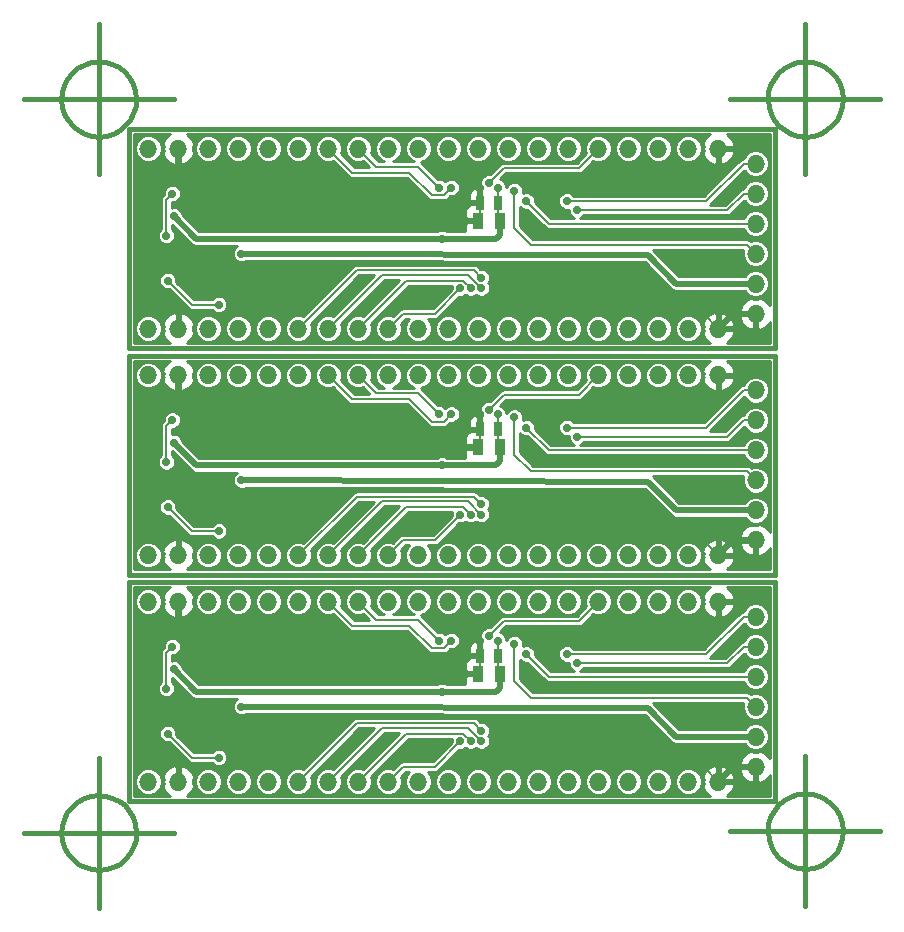
<source format=gbl>
G04 (created by PCBNEW-RS274X (2010-03-14)-final) date dom 30 oct 2011 23:58:25 ART*
G01*
G70*
G90*
%MOIN*%
G04 Gerber Fmt 3.4, Leading zero omitted, Abs format*
%FSLAX34Y34*%
G04 APERTURE LIST*
%ADD10C,0.000000*%
%ADD11C,0.015000*%
%ADD12R,0.035000X0.055000*%
%ADD13R,0.025000X0.045000*%
%ADD14O,0.060000X0.060000*%
%ADD15C,0.028000*%
%ADD16C,0.006000*%
%ADD17C,0.020000*%
%ADD18C,0.010000*%
G04 APERTURE END LIST*
G54D10*
G54D11*
X79150Y-29750D02*
X79126Y-29992D01*
X79055Y-30226D01*
X78941Y-30441D01*
X78786Y-30630D01*
X78598Y-30786D01*
X78384Y-30902D01*
X78151Y-30974D01*
X77908Y-30999D01*
X77666Y-30977D01*
X77432Y-30908D01*
X77216Y-30795D01*
X77026Y-30643D01*
X76869Y-30456D01*
X76752Y-30242D01*
X76678Y-30009D01*
X76651Y-29767D01*
X76671Y-29525D01*
X76738Y-29290D01*
X76850Y-29073D01*
X77001Y-28882D01*
X77187Y-28724D01*
X77400Y-28605D01*
X77632Y-28530D01*
X77874Y-28501D01*
X78117Y-28519D01*
X78352Y-28585D01*
X78569Y-28695D01*
X78762Y-28845D01*
X78921Y-29030D01*
X79041Y-29242D01*
X79118Y-29474D01*
X79149Y-29716D01*
X79150Y-29750D01*
X75400Y-29750D02*
X80400Y-29750D01*
X77900Y-27250D02*
X77900Y-32250D01*
X79150Y-54150D02*
X79126Y-54392D01*
X79055Y-54626D01*
X78941Y-54841D01*
X78786Y-55030D01*
X78598Y-55186D01*
X78384Y-55302D01*
X78151Y-55374D01*
X77908Y-55399D01*
X77666Y-55377D01*
X77432Y-55308D01*
X77216Y-55195D01*
X77026Y-55043D01*
X76869Y-54856D01*
X76752Y-54642D01*
X76678Y-54409D01*
X76651Y-54167D01*
X76671Y-53925D01*
X76738Y-53690D01*
X76850Y-53473D01*
X77001Y-53282D01*
X77187Y-53124D01*
X77400Y-53005D01*
X77632Y-52930D01*
X77874Y-52901D01*
X78117Y-52919D01*
X78352Y-52985D01*
X78569Y-53095D01*
X78762Y-53245D01*
X78921Y-53430D01*
X79041Y-53642D01*
X79118Y-53874D01*
X79149Y-54116D01*
X79150Y-54150D01*
X75400Y-54150D02*
X80400Y-54150D01*
X77900Y-51650D02*
X77900Y-56650D01*
X55600Y-54200D02*
X55576Y-54442D01*
X55505Y-54676D01*
X55391Y-54891D01*
X55236Y-55080D01*
X55048Y-55236D01*
X54834Y-55352D01*
X54601Y-55424D01*
X54358Y-55449D01*
X54116Y-55427D01*
X53882Y-55358D01*
X53666Y-55245D01*
X53476Y-55093D01*
X53319Y-54906D01*
X53202Y-54692D01*
X53128Y-54459D01*
X53101Y-54217D01*
X53121Y-53975D01*
X53188Y-53740D01*
X53300Y-53523D01*
X53451Y-53332D01*
X53637Y-53174D01*
X53850Y-53055D01*
X54082Y-52980D01*
X54324Y-52951D01*
X54567Y-52969D01*
X54802Y-53035D01*
X55019Y-53145D01*
X55212Y-53295D01*
X55371Y-53480D01*
X55491Y-53692D01*
X55568Y-53924D01*
X55599Y-54166D01*
X55600Y-54200D01*
X51850Y-54200D02*
X56850Y-54200D01*
X54350Y-51700D02*
X54350Y-56700D01*
X55600Y-29750D02*
X55576Y-29992D01*
X55505Y-30226D01*
X55391Y-30441D01*
X55236Y-30630D01*
X55048Y-30786D01*
X54834Y-30902D01*
X54601Y-30974D01*
X54358Y-30999D01*
X54116Y-30977D01*
X53882Y-30908D01*
X53666Y-30795D01*
X53476Y-30643D01*
X53319Y-30456D01*
X53202Y-30242D01*
X53128Y-30009D01*
X53101Y-29767D01*
X53121Y-29525D01*
X53188Y-29290D01*
X53300Y-29073D01*
X53451Y-28882D01*
X53637Y-28724D01*
X53850Y-28605D01*
X54082Y-28530D01*
X54324Y-28501D01*
X54567Y-28519D01*
X54802Y-28585D01*
X55019Y-28695D01*
X55212Y-28845D01*
X55371Y-29030D01*
X55491Y-29242D01*
X55568Y-29474D01*
X55599Y-29716D01*
X55600Y-29750D01*
X51850Y-29750D02*
X56850Y-29750D01*
X54350Y-27250D02*
X54350Y-32250D01*
X76900Y-45850D02*
X76900Y-53150D01*
X76900Y-53150D02*
X55350Y-53150D01*
X55350Y-53150D02*
X55350Y-45850D01*
X55350Y-45850D02*
X76900Y-45850D01*
X55350Y-38300D02*
X76900Y-38300D01*
X55350Y-45600D02*
X55350Y-38300D01*
X76900Y-45600D02*
X55350Y-45600D01*
X76900Y-38300D02*
X76900Y-45600D01*
X55350Y-30750D02*
X76900Y-30750D01*
X55350Y-38050D02*
X55350Y-30750D01*
X76900Y-38050D02*
X55350Y-38050D01*
X76900Y-30750D02*
X76900Y-38050D01*
G54D12*
X67725Y-48900D03*
X66975Y-48900D03*
G54D13*
X67650Y-48300D03*
X67050Y-48300D03*
G54D14*
X56000Y-52500D03*
X57000Y-52500D03*
X58000Y-52500D03*
X59000Y-52500D03*
X60000Y-52500D03*
X61000Y-52500D03*
X62000Y-52500D03*
X63000Y-52500D03*
X64000Y-52500D03*
X65000Y-52500D03*
X66000Y-52500D03*
X67000Y-52500D03*
X68000Y-52500D03*
X69000Y-52500D03*
X70000Y-52500D03*
X71000Y-52500D03*
X72000Y-52500D03*
X73000Y-52500D03*
X74000Y-52500D03*
X75000Y-52500D03*
X56000Y-46500D03*
X57000Y-46500D03*
X58000Y-46500D03*
X59000Y-46500D03*
X60000Y-46500D03*
X61000Y-46500D03*
X62000Y-46500D03*
X63000Y-46500D03*
X64000Y-46500D03*
X65000Y-46500D03*
X66000Y-46500D03*
X67000Y-46500D03*
X68000Y-46500D03*
X69000Y-46500D03*
X70000Y-46500D03*
X71000Y-46500D03*
X72000Y-46500D03*
X73000Y-46500D03*
X74000Y-46500D03*
X75000Y-46500D03*
X76250Y-47000D03*
X76250Y-48000D03*
X76250Y-49000D03*
X76250Y-50000D03*
X76250Y-51000D03*
X76250Y-52000D03*
X76250Y-39450D03*
X76250Y-40450D03*
X76250Y-41450D03*
X76250Y-42450D03*
X76250Y-43450D03*
X76250Y-44450D03*
X56000Y-38950D03*
X57000Y-38950D03*
X58000Y-38950D03*
X59000Y-38950D03*
X60000Y-38950D03*
X61000Y-38950D03*
X62000Y-38950D03*
X63000Y-38950D03*
X64000Y-38950D03*
X65000Y-38950D03*
X66000Y-38950D03*
X67000Y-38950D03*
X68000Y-38950D03*
X69000Y-38950D03*
X70000Y-38950D03*
X71000Y-38950D03*
X72000Y-38950D03*
X73000Y-38950D03*
X74000Y-38950D03*
X75000Y-38950D03*
X56000Y-44950D03*
X57000Y-44950D03*
X58000Y-44950D03*
X59000Y-44950D03*
X60000Y-44950D03*
X61000Y-44950D03*
X62000Y-44950D03*
X63000Y-44950D03*
X64000Y-44950D03*
X65000Y-44950D03*
X66000Y-44950D03*
X67000Y-44950D03*
X68000Y-44950D03*
X69000Y-44950D03*
X70000Y-44950D03*
X71000Y-44950D03*
X72000Y-44950D03*
X73000Y-44950D03*
X74000Y-44950D03*
X75000Y-44950D03*
G54D13*
X67650Y-40750D03*
X67050Y-40750D03*
G54D12*
X67725Y-41350D03*
X66975Y-41350D03*
G54D14*
X76250Y-31900D03*
X76250Y-32900D03*
X76250Y-33900D03*
X76250Y-34900D03*
X76250Y-35900D03*
X76250Y-36900D03*
X56000Y-31400D03*
X57000Y-31400D03*
X58000Y-31400D03*
X59000Y-31400D03*
X60000Y-31400D03*
X61000Y-31400D03*
X62000Y-31400D03*
X63000Y-31400D03*
X64000Y-31400D03*
X65000Y-31400D03*
X66000Y-31400D03*
X67000Y-31400D03*
X68000Y-31400D03*
X69000Y-31400D03*
X70000Y-31400D03*
X71000Y-31400D03*
X72000Y-31400D03*
X73000Y-31400D03*
X74000Y-31400D03*
X75000Y-31400D03*
X56000Y-37400D03*
X57000Y-37400D03*
X58000Y-37400D03*
X59000Y-37400D03*
X60000Y-37400D03*
X61000Y-37400D03*
X62000Y-37400D03*
X63000Y-37400D03*
X64000Y-37400D03*
X65000Y-37400D03*
X66000Y-37400D03*
X67000Y-37400D03*
X68000Y-37400D03*
X69000Y-37400D03*
X70000Y-37400D03*
X71000Y-37400D03*
X72000Y-37400D03*
X73000Y-37400D03*
X74000Y-37400D03*
X75000Y-37400D03*
G54D13*
X67650Y-33200D03*
X67050Y-33200D03*
G54D12*
X67725Y-33800D03*
X66975Y-33800D03*
G54D15*
X67100Y-50800D03*
X67100Y-43250D03*
X67100Y-35700D03*
X67100Y-51150D03*
X67100Y-43600D03*
X67100Y-36050D03*
X66750Y-51150D03*
X66750Y-43600D03*
X66750Y-36050D03*
X66400Y-51150D03*
X66400Y-43600D03*
X66400Y-36050D03*
X67350Y-47650D03*
X67350Y-40100D03*
X67350Y-32550D03*
X66100Y-47800D03*
X66100Y-40250D03*
X66100Y-32700D03*
X65700Y-47800D03*
X65700Y-40250D03*
X65700Y-32700D03*
X68450Y-51100D03*
X67050Y-47800D03*
X59950Y-48900D03*
X65900Y-48900D03*
X58150Y-48700D03*
X58150Y-41150D03*
X65900Y-41350D03*
X59950Y-41350D03*
X67050Y-40250D03*
X68450Y-43550D03*
X58150Y-33600D03*
X65900Y-33800D03*
X59950Y-33800D03*
X67050Y-32700D03*
X68450Y-36000D03*
X68200Y-47900D03*
X68200Y-40350D03*
X68200Y-32800D03*
X70300Y-48550D03*
X70300Y-41000D03*
X70300Y-33450D03*
X68600Y-48250D03*
X68600Y-40700D03*
X68600Y-33150D03*
X69950Y-48250D03*
X69950Y-40700D03*
X69950Y-33150D03*
X67650Y-47800D03*
X56850Y-48750D03*
X65790Y-49500D03*
X65790Y-41950D03*
X56850Y-41200D03*
X67650Y-40250D03*
X65790Y-34400D03*
X56850Y-33650D03*
X67650Y-32700D03*
X59100Y-50000D03*
X59100Y-42450D03*
X59100Y-34900D03*
X56650Y-50900D03*
X58350Y-51700D03*
X58350Y-44150D03*
X56650Y-43350D03*
X58350Y-36600D03*
X56650Y-35800D03*
X56800Y-48000D03*
X56600Y-49400D03*
X56600Y-41850D03*
X56800Y-40450D03*
X56600Y-34300D03*
X56800Y-32900D03*
G54D16*
X67100Y-50800D02*
X66850Y-50550D01*
X66850Y-50550D02*
X62950Y-50550D01*
X62950Y-50550D02*
X61000Y-52500D01*
X62950Y-43000D02*
X61000Y-44950D01*
X66850Y-43000D02*
X62950Y-43000D01*
X67100Y-43250D02*
X66850Y-43000D01*
X62950Y-35450D02*
X61000Y-37400D01*
X66850Y-35450D02*
X62950Y-35450D01*
X67100Y-35700D02*
X66850Y-35450D01*
X67100Y-51150D02*
X66650Y-50700D01*
X66650Y-50700D02*
X63800Y-50700D01*
X63800Y-50700D02*
X62000Y-52500D01*
X63800Y-43150D02*
X62000Y-44950D01*
X66650Y-43150D02*
X63800Y-43150D01*
X67100Y-43600D02*
X66650Y-43150D01*
X63800Y-35600D02*
X62000Y-37400D01*
X66650Y-35600D02*
X63800Y-35600D01*
X67100Y-36050D02*
X66650Y-35600D01*
X66750Y-51150D02*
X66500Y-50900D01*
X66500Y-50900D02*
X64600Y-50900D01*
X64600Y-50900D02*
X63000Y-52500D01*
X64600Y-43350D02*
X63000Y-44950D01*
X66500Y-43350D02*
X64600Y-43350D01*
X66750Y-43600D02*
X66500Y-43350D01*
X64600Y-35800D02*
X63000Y-37400D01*
X66500Y-35800D02*
X64600Y-35800D01*
X66750Y-36050D02*
X66500Y-35800D01*
X66400Y-51150D02*
X65550Y-52000D01*
X65550Y-52000D02*
X64500Y-52000D01*
X64500Y-52000D02*
X64000Y-52500D01*
X64500Y-44450D02*
X64000Y-44950D01*
X65550Y-44450D02*
X64500Y-44450D01*
X66400Y-43600D02*
X65550Y-44450D01*
X64500Y-36900D02*
X64000Y-37400D01*
X65550Y-36900D02*
X64500Y-36900D01*
X66400Y-36050D02*
X65550Y-36900D01*
X67350Y-47650D02*
X67850Y-47150D01*
X67850Y-47150D02*
X70350Y-47150D01*
X70350Y-47150D02*
X71000Y-46500D01*
X70350Y-39600D02*
X71000Y-38950D01*
X67850Y-39600D02*
X70350Y-39600D01*
X67350Y-40100D02*
X67850Y-39600D01*
X70350Y-32050D02*
X71000Y-31400D01*
X67850Y-32050D02*
X70350Y-32050D01*
X67350Y-32550D02*
X67850Y-32050D01*
X66100Y-47800D02*
X65850Y-48050D01*
X65850Y-48050D02*
X65450Y-48050D01*
X65450Y-48050D02*
X64700Y-47300D01*
X64700Y-47300D02*
X62800Y-47300D01*
X62800Y-47300D02*
X62000Y-46500D01*
X62800Y-39750D02*
X62000Y-38950D01*
X64700Y-39750D02*
X62800Y-39750D01*
X65450Y-40500D02*
X64700Y-39750D01*
X65850Y-40500D02*
X65450Y-40500D01*
X66100Y-40250D02*
X65850Y-40500D01*
X62800Y-32200D02*
X62000Y-31400D01*
X64700Y-32200D02*
X62800Y-32200D01*
X65450Y-32950D02*
X64700Y-32200D01*
X65850Y-32950D02*
X65450Y-32950D01*
X66100Y-32700D02*
X65850Y-32950D01*
X65700Y-47800D02*
X65000Y-47100D01*
X65000Y-47100D02*
X63600Y-47100D01*
X63600Y-47100D02*
X63000Y-46500D01*
X63600Y-39550D02*
X63000Y-38950D01*
X65000Y-39550D02*
X63600Y-39550D01*
X65700Y-40250D02*
X65000Y-39550D01*
X63600Y-32000D02*
X63000Y-31400D01*
X65000Y-32000D02*
X63600Y-32000D01*
X65700Y-32700D02*
X65000Y-32000D01*
G54D17*
X75500Y-52000D02*
X75000Y-52500D01*
X76250Y-52000D02*
X75500Y-52000D01*
G54D16*
X68450Y-51100D02*
X69400Y-52050D01*
X69400Y-52050D02*
X74550Y-52050D01*
X74550Y-52050D02*
X75000Y-52500D01*
X67050Y-47800D02*
X67050Y-48300D01*
X67050Y-48825D02*
X66975Y-48900D01*
X67050Y-48300D02*
X67050Y-48825D01*
G54D17*
X66400Y-48900D02*
X66975Y-48900D01*
X60000Y-48900D02*
X66400Y-48900D01*
X59950Y-48900D02*
X60000Y-48900D01*
G54D16*
X65900Y-48900D02*
X66400Y-48900D01*
G54D17*
X57000Y-47550D02*
X57000Y-46500D01*
X58150Y-48700D02*
X57000Y-47550D01*
X58150Y-41150D02*
X57000Y-40000D01*
X57000Y-40000D02*
X57000Y-38950D01*
G54D16*
X65900Y-41350D02*
X66400Y-41350D01*
G54D17*
X59950Y-41350D02*
X60000Y-41350D01*
X60000Y-41350D02*
X66400Y-41350D01*
X66400Y-41350D02*
X66975Y-41350D01*
G54D16*
X67050Y-40750D02*
X67050Y-41275D01*
X67050Y-41275D02*
X66975Y-41350D01*
X67050Y-40250D02*
X67050Y-40750D01*
X74550Y-44500D02*
X75000Y-44950D01*
X69400Y-44500D02*
X74550Y-44500D01*
X68450Y-43550D02*
X69400Y-44500D01*
G54D17*
X76250Y-44450D02*
X75500Y-44450D01*
X75500Y-44450D02*
X75000Y-44950D01*
X58150Y-33600D02*
X57000Y-32450D01*
X57000Y-32450D02*
X57000Y-31400D01*
G54D16*
X65900Y-33800D02*
X66400Y-33800D01*
G54D17*
X59950Y-33800D02*
X60000Y-33800D01*
X60000Y-33800D02*
X66400Y-33800D01*
X66400Y-33800D02*
X66975Y-33800D01*
G54D16*
X67050Y-33200D02*
X67050Y-33725D01*
X67050Y-33725D02*
X66975Y-33800D01*
X67050Y-32700D02*
X67050Y-33200D01*
X74550Y-36950D02*
X75000Y-37400D01*
X69400Y-36950D02*
X74550Y-36950D01*
X68450Y-36000D02*
X69400Y-36950D01*
G54D17*
X76250Y-36900D02*
X75500Y-36900D01*
X75500Y-36900D02*
X75000Y-37400D01*
G54D16*
X68200Y-47900D02*
X68200Y-49150D01*
X68200Y-49150D02*
X68750Y-49700D01*
X68750Y-49700D02*
X75950Y-49700D01*
X75950Y-49700D02*
X76250Y-50000D01*
X75950Y-42150D02*
X76250Y-42450D01*
X68750Y-42150D02*
X75950Y-42150D01*
X68200Y-41600D02*
X68750Y-42150D01*
X68200Y-40350D02*
X68200Y-41600D01*
X75950Y-34600D02*
X76250Y-34900D01*
X68750Y-34600D02*
X75950Y-34600D01*
X68200Y-34050D02*
X68750Y-34600D01*
X68200Y-32800D02*
X68200Y-34050D01*
X70300Y-48550D02*
X75300Y-48550D01*
X75300Y-48550D02*
X75850Y-48000D01*
X75850Y-48000D02*
X76250Y-48000D01*
X75850Y-40450D02*
X76250Y-40450D01*
X75300Y-41000D02*
X75850Y-40450D01*
X70300Y-41000D02*
X75300Y-41000D01*
X75850Y-32900D02*
X76250Y-32900D01*
X75300Y-33450D02*
X75850Y-32900D01*
X70300Y-33450D02*
X75300Y-33450D01*
X68600Y-48250D02*
X69350Y-49000D01*
X69350Y-49000D02*
X76250Y-49000D01*
X69350Y-41450D02*
X76250Y-41450D01*
X68600Y-40700D02*
X69350Y-41450D01*
X69350Y-33900D02*
X76250Y-33900D01*
X68600Y-33150D02*
X69350Y-33900D01*
X69950Y-48250D02*
X74600Y-48250D01*
X74600Y-48250D02*
X75850Y-47000D01*
X75850Y-47000D02*
X76250Y-47000D01*
X75850Y-39450D02*
X76250Y-39450D01*
X74600Y-40700D02*
X75850Y-39450D01*
X69950Y-40700D02*
X74600Y-40700D01*
X75850Y-31900D02*
X76250Y-31900D01*
X74600Y-33150D02*
X75850Y-31900D01*
X69950Y-33150D02*
X74600Y-33150D01*
X67650Y-47800D02*
X67650Y-48300D01*
X67650Y-48825D02*
X67725Y-48900D01*
X67650Y-48300D02*
X67650Y-48825D01*
G54D17*
X67600Y-49500D02*
X67725Y-49375D01*
X66050Y-49500D02*
X67600Y-49500D01*
X67725Y-48900D02*
X67725Y-49375D01*
X57600Y-49500D02*
X66050Y-49500D01*
X57600Y-49500D02*
X56850Y-48750D01*
G54D16*
X65790Y-49500D02*
X66050Y-49500D01*
X65790Y-41950D02*
X66050Y-41950D01*
G54D17*
X57600Y-41950D02*
X56850Y-41200D01*
X57600Y-41950D02*
X66050Y-41950D01*
X67725Y-41350D02*
X67725Y-41825D01*
X66050Y-41950D02*
X67600Y-41950D01*
X67600Y-41950D02*
X67725Y-41825D01*
G54D16*
X67650Y-40750D02*
X67650Y-41275D01*
X67650Y-41275D02*
X67725Y-41350D01*
X67650Y-40250D02*
X67650Y-40750D01*
X65790Y-34400D02*
X66050Y-34400D01*
G54D17*
X57600Y-34400D02*
X56850Y-33650D01*
X57600Y-34400D02*
X66050Y-34400D01*
X67725Y-33800D02*
X67725Y-34275D01*
X66050Y-34400D02*
X67600Y-34400D01*
X67600Y-34400D02*
X67725Y-34275D01*
G54D16*
X67650Y-33200D02*
X67650Y-33725D01*
X67650Y-33725D02*
X67725Y-33800D01*
X67650Y-32700D02*
X67650Y-33200D01*
G54D17*
X73600Y-51000D02*
X76250Y-51000D01*
X72650Y-50050D02*
X73600Y-51000D01*
X59100Y-50000D02*
X72650Y-50050D01*
X59100Y-42450D02*
X72650Y-42500D01*
X72650Y-42500D02*
X73600Y-43450D01*
X73600Y-43450D02*
X76250Y-43450D01*
X59100Y-34900D02*
X72650Y-34950D01*
X72650Y-34950D02*
X73600Y-35900D01*
X73600Y-35900D02*
X76250Y-35900D01*
G54D16*
X56650Y-50900D02*
X57450Y-51700D01*
X57450Y-51700D02*
X58350Y-51700D01*
X57450Y-44150D02*
X58350Y-44150D01*
X56650Y-43350D02*
X57450Y-44150D01*
X57450Y-36600D02*
X58350Y-36600D01*
X56650Y-35800D02*
X57450Y-36600D01*
X56800Y-48000D02*
X56600Y-48200D01*
X56600Y-48200D02*
X56600Y-49400D01*
X56600Y-40650D02*
X56600Y-41850D01*
X56800Y-40450D02*
X56600Y-40650D01*
X56600Y-33100D02*
X56600Y-34300D01*
X56800Y-32900D02*
X56600Y-33100D01*
G54D18*
X55525Y-30925D02*
X56722Y-30925D01*
X57277Y-30925D02*
X74722Y-30925D01*
X75277Y-30925D02*
X76725Y-30925D01*
X55525Y-31005D02*
X55794Y-31005D01*
X56206Y-31005D02*
X56619Y-31005D01*
X57382Y-31005D02*
X57794Y-31005D01*
X58206Y-31005D02*
X58794Y-31005D01*
X59206Y-31005D02*
X59794Y-31005D01*
X60206Y-31005D02*
X60794Y-31005D01*
X61206Y-31005D02*
X61794Y-31005D01*
X62206Y-31005D02*
X62794Y-31005D01*
X63206Y-31005D02*
X63794Y-31005D01*
X64206Y-31005D02*
X64794Y-31005D01*
X65206Y-31005D02*
X65794Y-31005D01*
X66206Y-31005D02*
X66794Y-31005D01*
X67206Y-31005D02*
X67794Y-31005D01*
X68206Y-31005D02*
X68794Y-31005D01*
X69206Y-31005D02*
X69794Y-31005D01*
X70206Y-31005D02*
X70794Y-31005D01*
X71206Y-31005D02*
X71794Y-31005D01*
X72206Y-31005D02*
X72794Y-31005D01*
X73206Y-31005D02*
X73794Y-31005D01*
X74206Y-31005D02*
X74619Y-31005D01*
X75382Y-31005D02*
X76725Y-31005D01*
X55525Y-31085D02*
X55684Y-31085D01*
X56316Y-31085D02*
X56547Y-31085D01*
X57454Y-31085D02*
X57684Y-31085D01*
X58316Y-31085D02*
X58684Y-31085D01*
X59316Y-31085D02*
X59684Y-31085D01*
X60316Y-31085D02*
X60684Y-31085D01*
X61316Y-31085D02*
X61684Y-31085D01*
X62316Y-31085D02*
X62684Y-31085D01*
X63316Y-31085D02*
X63684Y-31085D01*
X64316Y-31085D02*
X64684Y-31085D01*
X65316Y-31085D02*
X65684Y-31085D01*
X66316Y-31085D02*
X66684Y-31085D01*
X67316Y-31085D02*
X67684Y-31085D01*
X68316Y-31085D02*
X68684Y-31085D01*
X69316Y-31085D02*
X69684Y-31085D01*
X70316Y-31085D02*
X70684Y-31085D01*
X71316Y-31085D02*
X71684Y-31085D01*
X72316Y-31085D02*
X72684Y-31085D01*
X73316Y-31085D02*
X73684Y-31085D01*
X74316Y-31085D02*
X74547Y-31085D01*
X75454Y-31085D02*
X76725Y-31085D01*
X55525Y-31165D02*
X55613Y-31165D01*
X56388Y-31165D02*
X56503Y-31165D01*
X57498Y-31165D02*
X57613Y-31165D01*
X58388Y-31165D02*
X58613Y-31165D01*
X59388Y-31165D02*
X59613Y-31165D01*
X60388Y-31165D02*
X60613Y-31165D01*
X61388Y-31165D02*
X61613Y-31165D01*
X62388Y-31165D02*
X62613Y-31165D01*
X63388Y-31165D02*
X63613Y-31165D01*
X64388Y-31165D02*
X64613Y-31165D01*
X65388Y-31165D02*
X65613Y-31165D01*
X66388Y-31165D02*
X66613Y-31165D01*
X67388Y-31165D02*
X67613Y-31165D01*
X68388Y-31165D02*
X68613Y-31165D01*
X69388Y-31165D02*
X69613Y-31165D01*
X70388Y-31165D02*
X70613Y-31165D01*
X71388Y-31165D02*
X71613Y-31165D01*
X72388Y-31165D02*
X72613Y-31165D01*
X73388Y-31165D02*
X73613Y-31165D01*
X74388Y-31165D02*
X74503Y-31165D01*
X75498Y-31165D02*
X76725Y-31165D01*
X55525Y-31245D02*
X55580Y-31245D01*
X56421Y-31245D02*
X56475Y-31245D01*
X57526Y-31245D02*
X57580Y-31245D01*
X58421Y-31245D02*
X58580Y-31245D01*
X59421Y-31245D02*
X59580Y-31245D01*
X60421Y-31245D02*
X60580Y-31245D01*
X61421Y-31245D02*
X61580Y-31245D01*
X62421Y-31245D02*
X62580Y-31245D01*
X63421Y-31245D02*
X63580Y-31245D01*
X64421Y-31245D02*
X64580Y-31245D01*
X65421Y-31245D02*
X65580Y-31245D01*
X66421Y-31245D02*
X66580Y-31245D01*
X67421Y-31245D02*
X67580Y-31245D01*
X68421Y-31245D02*
X68580Y-31245D01*
X69421Y-31245D02*
X69580Y-31245D01*
X70421Y-31245D02*
X70580Y-31245D01*
X71421Y-31245D02*
X71580Y-31245D01*
X72421Y-31245D02*
X72580Y-31245D01*
X73421Y-31245D02*
X73580Y-31245D01*
X74421Y-31245D02*
X74475Y-31245D01*
X75526Y-31245D02*
X76725Y-31245D01*
X55525Y-31325D02*
X55551Y-31325D01*
X56449Y-31325D02*
X56501Y-31325D01*
X57498Y-31325D02*
X57551Y-31325D01*
X58449Y-31325D02*
X58551Y-31325D01*
X59449Y-31325D02*
X59551Y-31325D01*
X60449Y-31325D02*
X60551Y-31325D01*
X61449Y-31325D02*
X61551Y-31325D01*
X62449Y-31325D02*
X62551Y-31325D01*
X63449Y-31325D02*
X63551Y-31325D01*
X64449Y-31325D02*
X64551Y-31325D01*
X65449Y-31325D02*
X65551Y-31325D01*
X66449Y-31325D02*
X66551Y-31325D01*
X67449Y-31325D02*
X67551Y-31325D01*
X68449Y-31325D02*
X68551Y-31325D01*
X69449Y-31325D02*
X69551Y-31325D01*
X70449Y-31325D02*
X70551Y-31325D01*
X71449Y-31325D02*
X71551Y-31325D01*
X72449Y-31325D02*
X72551Y-31325D01*
X73449Y-31325D02*
X73551Y-31325D01*
X74449Y-31325D02*
X74501Y-31325D01*
X75498Y-31325D02*
X76725Y-31325D01*
X55525Y-31405D02*
X55551Y-31405D01*
X56449Y-31405D02*
X56500Y-31405D01*
X56950Y-31405D02*
X57050Y-31405D01*
X57500Y-31405D02*
X57551Y-31405D01*
X58449Y-31405D02*
X58551Y-31405D01*
X59449Y-31405D02*
X59551Y-31405D01*
X60449Y-31405D02*
X60551Y-31405D01*
X61449Y-31405D02*
X61551Y-31405D01*
X62449Y-31405D02*
X62551Y-31405D01*
X63449Y-31405D02*
X63551Y-31405D01*
X64449Y-31405D02*
X64551Y-31405D01*
X65449Y-31405D02*
X65551Y-31405D01*
X66449Y-31405D02*
X66551Y-31405D01*
X67449Y-31405D02*
X67551Y-31405D01*
X68449Y-31405D02*
X68551Y-31405D01*
X69449Y-31405D02*
X69551Y-31405D01*
X70449Y-31405D02*
X70551Y-31405D01*
X71449Y-31405D02*
X71551Y-31405D01*
X72449Y-31405D02*
X72551Y-31405D01*
X73449Y-31405D02*
X73551Y-31405D01*
X74449Y-31405D02*
X74500Y-31405D01*
X74950Y-31405D02*
X76725Y-31405D01*
X55525Y-31485D02*
X55551Y-31485D01*
X56449Y-31485D02*
X56496Y-31485D01*
X56950Y-31485D02*
X57050Y-31485D01*
X57505Y-31485D02*
X57551Y-31485D01*
X58449Y-31485D02*
X58551Y-31485D01*
X59449Y-31485D02*
X59551Y-31485D01*
X60449Y-31485D02*
X60551Y-31485D01*
X61449Y-31485D02*
X61551Y-31485D01*
X62449Y-31485D02*
X62551Y-31485D01*
X63449Y-31485D02*
X63551Y-31485D01*
X64449Y-31485D02*
X64551Y-31485D01*
X65449Y-31485D02*
X65551Y-31485D01*
X66449Y-31485D02*
X66551Y-31485D01*
X67449Y-31485D02*
X67551Y-31485D01*
X68449Y-31485D02*
X68551Y-31485D01*
X69449Y-31485D02*
X69551Y-31485D01*
X70449Y-31485D02*
X70551Y-31485D01*
X71449Y-31485D02*
X71551Y-31485D01*
X72449Y-31485D02*
X72551Y-31485D01*
X73449Y-31485D02*
X73551Y-31485D01*
X74449Y-31485D02*
X74496Y-31485D01*
X74950Y-31485D02*
X75050Y-31485D01*
X75505Y-31485D02*
X76081Y-31485D01*
X76419Y-31485D02*
X76725Y-31485D01*
X55525Y-31565D02*
X55583Y-31565D01*
X56416Y-31565D02*
X56478Y-31565D01*
X56950Y-31565D02*
X57050Y-31565D01*
X57521Y-31565D02*
X57583Y-31565D01*
X58416Y-31565D02*
X58583Y-31565D01*
X59416Y-31565D02*
X59583Y-31565D01*
X60416Y-31565D02*
X60583Y-31565D01*
X61416Y-31565D02*
X61583Y-31565D01*
X62419Y-31565D02*
X62583Y-31565D01*
X63419Y-31565D02*
X63583Y-31565D01*
X64416Y-31565D02*
X64583Y-31565D01*
X65416Y-31565D02*
X65583Y-31565D01*
X66416Y-31565D02*
X66583Y-31565D01*
X67416Y-31565D02*
X67583Y-31565D01*
X68416Y-31565D02*
X68583Y-31565D01*
X69416Y-31565D02*
X69583Y-31565D01*
X70416Y-31565D02*
X70580Y-31565D01*
X71416Y-31565D02*
X71583Y-31565D01*
X72416Y-31565D02*
X72583Y-31565D01*
X73416Y-31565D02*
X73583Y-31565D01*
X74416Y-31565D02*
X74478Y-31565D01*
X74950Y-31565D02*
X75050Y-31565D01*
X75521Y-31565D02*
X75954Y-31565D01*
X76546Y-31565D02*
X76725Y-31565D01*
X55525Y-31645D02*
X55616Y-31645D01*
X56383Y-31645D02*
X56505Y-31645D01*
X56950Y-31645D02*
X57050Y-31645D01*
X57494Y-31645D02*
X57616Y-31645D01*
X58383Y-31645D02*
X58616Y-31645D01*
X59383Y-31645D02*
X59616Y-31645D01*
X60383Y-31645D02*
X60616Y-31645D01*
X61383Y-31645D02*
X61616Y-31645D01*
X62499Y-31645D02*
X62616Y-31645D01*
X63499Y-31645D02*
X63616Y-31645D01*
X64383Y-31645D02*
X64616Y-31645D01*
X65383Y-31645D02*
X65616Y-31645D01*
X66383Y-31645D02*
X66616Y-31645D01*
X67383Y-31645D02*
X67616Y-31645D01*
X68383Y-31645D02*
X68616Y-31645D01*
X69383Y-31645D02*
X69616Y-31645D01*
X70383Y-31645D02*
X70500Y-31645D01*
X71383Y-31645D02*
X71616Y-31645D01*
X72383Y-31645D02*
X72616Y-31645D01*
X73383Y-31645D02*
X73616Y-31645D01*
X74383Y-31645D02*
X74505Y-31645D01*
X74950Y-31645D02*
X75050Y-31645D01*
X75494Y-31645D02*
X75876Y-31645D01*
X76625Y-31645D02*
X76725Y-31645D01*
X55525Y-31725D02*
X55694Y-31725D01*
X56306Y-31725D02*
X56555Y-31725D01*
X56950Y-31725D02*
X57050Y-31725D01*
X57444Y-31725D02*
X57694Y-31725D01*
X58306Y-31725D02*
X58694Y-31725D01*
X59306Y-31725D02*
X59694Y-31725D01*
X60306Y-31725D02*
X60694Y-31725D01*
X61306Y-31725D02*
X61694Y-31725D01*
X62579Y-31725D02*
X62694Y-31725D01*
X63579Y-31725D02*
X63694Y-31725D01*
X64306Y-31725D02*
X64694Y-31725D01*
X65306Y-31725D02*
X65694Y-31725D01*
X66306Y-31725D02*
X66694Y-31725D01*
X67306Y-31725D02*
X67694Y-31725D01*
X68306Y-31725D02*
X68694Y-31725D01*
X69306Y-31725D02*
X69694Y-31725D01*
X70306Y-31725D02*
X70420Y-31725D01*
X71306Y-31725D02*
X71694Y-31725D01*
X72306Y-31725D02*
X72694Y-31725D01*
X73306Y-31725D02*
X73694Y-31725D01*
X74306Y-31725D02*
X74555Y-31725D01*
X74950Y-31725D02*
X75050Y-31725D01*
X75444Y-31725D02*
X75824Y-31725D01*
X76658Y-31725D02*
X76725Y-31725D01*
X55525Y-31805D02*
X55818Y-31805D01*
X56182Y-31805D02*
X56627Y-31805D01*
X56950Y-31805D02*
X57050Y-31805D01*
X57372Y-31805D02*
X57818Y-31805D01*
X58182Y-31805D02*
X58818Y-31805D01*
X59182Y-31805D02*
X59818Y-31805D01*
X60182Y-31805D02*
X60818Y-31805D01*
X61182Y-31805D02*
X61818Y-31805D01*
X62659Y-31805D02*
X62818Y-31805D01*
X63659Y-31805D02*
X63817Y-31805D01*
X64181Y-31805D02*
X64817Y-31805D01*
X65182Y-31805D02*
X65818Y-31805D01*
X66182Y-31805D02*
X66818Y-31805D01*
X67182Y-31805D02*
X67818Y-31805D01*
X68182Y-31805D02*
X68818Y-31805D01*
X69182Y-31805D02*
X69818Y-31805D01*
X70182Y-31805D02*
X70340Y-31805D01*
X71182Y-31805D02*
X71818Y-31805D01*
X72182Y-31805D02*
X72818Y-31805D01*
X73182Y-31805D02*
X73818Y-31805D01*
X74182Y-31805D02*
X74627Y-31805D01*
X74950Y-31805D02*
X75050Y-31805D01*
X75372Y-31805D02*
X75690Y-31805D01*
X76691Y-31805D02*
X76725Y-31805D01*
X55525Y-31885D02*
X56743Y-31885D01*
X56950Y-31885D02*
X57050Y-31885D01*
X57256Y-31885D02*
X62230Y-31885D01*
X62739Y-31885D02*
X63230Y-31885D01*
X65139Y-31885D02*
X67780Y-31885D01*
X70768Y-31885D02*
X74743Y-31885D01*
X74950Y-31885D02*
X75050Y-31885D01*
X75256Y-31885D02*
X75610Y-31885D01*
X76691Y-31885D02*
X76725Y-31885D01*
X55525Y-31965D02*
X62310Y-31965D01*
X62819Y-31965D02*
X63310Y-31965D01*
X65219Y-31965D02*
X67681Y-31965D01*
X70688Y-31965D02*
X75530Y-31965D01*
X76691Y-31965D02*
X76725Y-31965D01*
X55525Y-32045D02*
X62390Y-32045D01*
X65299Y-32045D02*
X67601Y-32045D01*
X70608Y-32045D02*
X75450Y-32045D01*
X76670Y-32045D02*
X76725Y-32045D01*
X55525Y-32125D02*
X62470Y-32125D01*
X65379Y-32125D02*
X67521Y-32125D01*
X70528Y-32125D02*
X75370Y-32125D01*
X76636Y-32125D02*
X76725Y-32125D01*
X55525Y-32205D02*
X62550Y-32205D01*
X65459Y-32205D02*
X67441Y-32205D01*
X70435Y-32205D02*
X75290Y-32205D01*
X75799Y-32205D02*
X75924Y-32205D01*
X76576Y-32205D02*
X76725Y-32205D01*
X55525Y-32285D02*
X62630Y-32285D01*
X65539Y-32285D02*
X67236Y-32285D01*
X67868Y-32285D02*
X75210Y-32285D01*
X75719Y-32285D02*
X76009Y-32285D01*
X76491Y-32285D02*
X76725Y-32285D01*
X55525Y-32365D02*
X62729Y-32365D01*
X65619Y-32365D02*
X67127Y-32365D01*
X67788Y-32365D02*
X75129Y-32365D01*
X75639Y-32365D02*
X76725Y-32365D01*
X55525Y-32445D02*
X64690Y-32445D01*
X65840Y-32445D02*
X65962Y-32445D01*
X66240Y-32445D02*
X67081Y-32445D01*
X67790Y-32445D02*
X75049Y-32445D01*
X75559Y-32445D02*
X76725Y-32445D01*
X55525Y-32525D02*
X64770Y-32525D01*
X66334Y-32525D02*
X67061Y-32525D01*
X67884Y-32525D02*
X68110Y-32525D01*
X68292Y-32525D02*
X74969Y-32525D01*
X75479Y-32525D02*
X75994Y-32525D01*
X76506Y-32525D02*
X76725Y-32525D01*
X55525Y-32605D02*
X64850Y-32605D01*
X66374Y-32605D02*
X67061Y-32605D01*
X67924Y-32605D02*
X67987Y-32605D01*
X68414Y-32605D02*
X74889Y-32605D01*
X75399Y-32605D02*
X75914Y-32605D01*
X76586Y-32605D02*
X76725Y-32605D01*
X55525Y-32685D02*
X56607Y-32685D01*
X56994Y-32685D02*
X64930Y-32685D01*
X66389Y-32685D02*
X67093Y-32685D01*
X68465Y-32685D02*
X74810Y-32685D01*
X75319Y-32685D02*
X75859Y-32685D01*
X76642Y-32685D02*
X76725Y-32685D01*
X55525Y-32765D02*
X56543Y-32765D01*
X57057Y-32765D02*
X65010Y-32765D01*
X66386Y-32765D02*
X66783Y-32765D01*
X66978Y-32765D02*
X67122Y-32765D01*
X68489Y-32765D02*
X74730Y-32765D01*
X75239Y-32765D02*
X75735Y-32765D01*
X76675Y-32765D02*
X76725Y-32765D01*
X55525Y-32845D02*
X56511Y-32845D01*
X57089Y-32845D02*
X65090Y-32845D01*
X66352Y-32845D02*
X66710Y-32845D01*
X67000Y-32845D02*
X67100Y-32845D01*
X68489Y-32845D02*
X74650Y-32845D01*
X75159Y-32845D02*
X75650Y-32845D01*
X76691Y-32845D02*
X76725Y-32845D01*
X55525Y-32925D02*
X56511Y-32925D01*
X57089Y-32925D02*
X65170Y-32925D01*
X66283Y-32925D02*
X66676Y-32925D01*
X67000Y-32925D02*
X67100Y-32925D01*
X68784Y-32925D02*
X69767Y-32925D01*
X70134Y-32925D02*
X74570Y-32925D01*
X75079Y-32925D02*
X75570Y-32925D01*
X76691Y-32925D02*
X76725Y-32925D01*
X55525Y-33005D02*
X56452Y-33005D01*
X57069Y-33005D02*
X65250Y-33005D01*
X66049Y-33005D02*
X66676Y-33005D01*
X67000Y-33005D02*
X67100Y-33005D01*
X68853Y-33005D02*
X69698Y-33005D01*
X74999Y-33005D02*
X75490Y-33005D01*
X76687Y-33005D02*
X76725Y-33005D01*
X55525Y-33085D02*
X56424Y-33085D01*
X57023Y-33085D02*
X65334Y-33085D01*
X65965Y-33085D02*
X66676Y-33085D01*
X67000Y-33085D02*
X67100Y-33085D01*
X68886Y-33085D02*
X69664Y-33085D01*
X74919Y-33085D02*
X75410Y-33085D01*
X76653Y-33085D02*
X76725Y-33085D01*
X55525Y-33165D02*
X56420Y-33165D01*
X56914Y-33165D02*
X67100Y-33165D01*
X68889Y-33165D02*
X69661Y-33165D01*
X74839Y-33165D02*
X75330Y-33165D01*
X75839Y-33165D02*
X75884Y-33165D01*
X76616Y-33165D02*
X76725Y-33165D01*
X55525Y-33245D02*
X56420Y-33245D01*
X56780Y-33245D02*
X67100Y-33245D01*
X68950Y-33245D02*
X69676Y-33245D01*
X74759Y-33245D02*
X75250Y-33245D01*
X75759Y-33245D02*
X75964Y-33245D01*
X76536Y-33245D02*
X76725Y-33245D01*
X55525Y-33325D02*
X56420Y-33325D01*
X56780Y-33325D02*
X66648Y-33325D01*
X69030Y-33325D02*
X69716Y-33325D01*
X75679Y-33325D02*
X76104Y-33325D01*
X76395Y-33325D02*
X76725Y-33325D01*
X55525Y-33405D02*
X56420Y-33405D01*
X57014Y-33405D02*
X66581Y-33405D01*
X68380Y-33405D02*
X68460Y-33405D01*
X69110Y-33405D02*
X69810Y-33405D01*
X75599Y-33405D02*
X76725Y-33405D01*
X55525Y-33485D02*
X56420Y-33485D01*
X57094Y-33485D02*
X66551Y-33485D01*
X68380Y-33485D02*
X68680Y-33485D01*
X69190Y-33485D02*
X70011Y-33485D01*
X75519Y-33485D02*
X76081Y-33485D01*
X76419Y-33485D02*
X76725Y-33485D01*
X55525Y-33565D02*
X56420Y-33565D01*
X57128Y-33565D02*
X66551Y-33565D01*
X68380Y-33565D02*
X68760Y-33565D01*
X69270Y-33565D02*
X70035Y-33565D01*
X75439Y-33565D02*
X75954Y-33565D01*
X76546Y-33565D02*
X76725Y-33565D01*
X55525Y-33645D02*
X56420Y-33645D01*
X57199Y-33645D02*
X66551Y-33645D01*
X68380Y-33645D02*
X68840Y-33645D01*
X69350Y-33645D02*
X70086Y-33645D01*
X70513Y-33645D02*
X75876Y-33645D01*
X76625Y-33645D02*
X76725Y-33645D01*
X55525Y-33725D02*
X56420Y-33725D01*
X57279Y-33725D02*
X66587Y-33725D01*
X68380Y-33725D02*
X68920Y-33725D01*
X76658Y-33725D02*
X76725Y-33725D01*
X55525Y-33805D02*
X56420Y-33805D01*
X57359Y-33805D02*
X67025Y-33805D01*
X68380Y-33805D02*
X69000Y-33805D01*
X76691Y-33805D02*
X76725Y-33805D01*
X55525Y-33885D02*
X56420Y-33885D01*
X57439Y-33885D02*
X66577Y-33885D01*
X68380Y-33885D02*
X69080Y-33885D01*
X76691Y-33885D02*
X76725Y-33885D01*
X55525Y-33965D02*
X56420Y-33965D01*
X56780Y-33965D02*
X56811Y-33965D01*
X57519Y-33965D02*
X66550Y-33965D01*
X68380Y-33965D02*
X69160Y-33965D01*
X76691Y-33965D02*
X76725Y-33965D01*
X55525Y-34045D02*
X56420Y-34045D01*
X56780Y-34045D02*
X56891Y-34045D01*
X57599Y-34045D02*
X66551Y-34045D01*
X68450Y-34045D02*
X69249Y-34045D01*
X76670Y-34045D02*
X76725Y-34045D01*
X55525Y-34125D02*
X56366Y-34125D01*
X56834Y-34125D02*
X56971Y-34125D01*
X57679Y-34125D02*
X65700Y-34125D01*
X65882Y-34125D02*
X66551Y-34125D01*
X68530Y-34125D02*
X75862Y-34125D01*
X76636Y-34125D02*
X76725Y-34125D01*
X55525Y-34205D02*
X56327Y-34205D01*
X56874Y-34205D02*
X57051Y-34205D01*
X68610Y-34205D02*
X75924Y-34205D01*
X76576Y-34205D02*
X76725Y-34205D01*
X55525Y-34285D02*
X56311Y-34285D01*
X56889Y-34285D02*
X57131Y-34285D01*
X68690Y-34285D02*
X76009Y-34285D01*
X76491Y-34285D02*
X76725Y-34285D01*
X55525Y-34365D02*
X56314Y-34365D01*
X56886Y-34365D02*
X57211Y-34365D01*
X68770Y-34365D02*
X76725Y-34365D01*
X55525Y-34445D02*
X56347Y-34445D01*
X56852Y-34445D02*
X57291Y-34445D01*
X76036Y-34445D02*
X76725Y-34445D01*
X55525Y-34525D02*
X56416Y-34525D01*
X56783Y-34525D02*
X57371Y-34525D01*
X76506Y-34525D02*
X76725Y-34525D01*
X55525Y-34605D02*
X57465Y-34605D01*
X76586Y-34605D02*
X76725Y-34605D01*
X55525Y-34685D02*
X58907Y-34685D01*
X76642Y-34685D02*
X76725Y-34685D01*
X55525Y-34765D02*
X58843Y-34765D01*
X76675Y-34765D02*
X76725Y-34765D01*
X55525Y-34845D02*
X58811Y-34845D01*
X72898Y-34845D02*
X75809Y-34845D01*
X76691Y-34845D02*
X76725Y-34845D01*
X55525Y-34925D02*
X58811Y-34925D01*
X72978Y-34925D02*
X75809Y-34925D01*
X76691Y-34925D02*
X76725Y-34925D01*
X55525Y-35005D02*
X58830Y-35005D01*
X73058Y-35005D02*
X75813Y-35005D01*
X76687Y-35005D02*
X76725Y-35005D01*
X55525Y-35085D02*
X58876Y-35085D01*
X73138Y-35085D02*
X75846Y-35085D01*
X76653Y-35085D02*
X76725Y-35085D01*
X55525Y-35165D02*
X58984Y-35165D01*
X59213Y-35165D02*
X63583Y-35165D01*
X73218Y-35165D02*
X75884Y-35165D01*
X76616Y-35165D02*
X76725Y-35165D01*
X55525Y-35245D02*
X72591Y-35245D01*
X73298Y-35245D02*
X75964Y-35245D01*
X76536Y-35245D02*
X76725Y-35245D01*
X55525Y-35325D02*
X62820Y-35325D01*
X66979Y-35325D02*
X72671Y-35325D01*
X73378Y-35325D02*
X76104Y-35325D01*
X76395Y-35325D02*
X76725Y-35325D01*
X55525Y-35405D02*
X62740Y-35405D01*
X67059Y-35405D02*
X72751Y-35405D01*
X73458Y-35405D02*
X76725Y-35405D01*
X55525Y-35485D02*
X62660Y-35485D01*
X67294Y-35485D02*
X72831Y-35485D01*
X73538Y-35485D02*
X76081Y-35485D01*
X76419Y-35485D02*
X76725Y-35485D01*
X55525Y-35565D02*
X56477Y-35565D01*
X56824Y-35565D02*
X62580Y-35565D01*
X67357Y-35565D02*
X72911Y-35565D01*
X73618Y-35565D02*
X75954Y-35565D01*
X76546Y-35565D02*
X76725Y-35565D01*
X55525Y-35645D02*
X56402Y-35645D01*
X56899Y-35645D02*
X62500Y-35645D01*
X63008Y-35645D02*
X63500Y-35645D01*
X67389Y-35645D02*
X72991Y-35645D01*
X73698Y-35645D02*
X75876Y-35645D01*
X76625Y-35645D02*
X76725Y-35645D01*
X55525Y-35725D02*
X56369Y-35725D01*
X56932Y-35725D02*
X62420Y-35725D01*
X62928Y-35725D02*
X63420Y-35725D01*
X67389Y-35725D02*
X73071Y-35725D01*
X76658Y-35725D02*
X76725Y-35725D01*
X55525Y-35805D02*
X56361Y-35805D01*
X56939Y-35805D02*
X62340Y-35805D01*
X62848Y-35805D02*
X63340Y-35805D01*
X63848Y-35805D02*
X64340Y-35805D01*
X67369Y-35805D02*
X73151Y-35805D01*
X76691Y-35805D02*
X76725Y-35805D01*
X55525Y-35885D02*
X56372Y-35885D01*
X56990Y-35885D02*
X62260Y-35885D01*
X62768Y-35885D02*
X63260Y-35885D01*
X63768Y-35885D02*
X64260Y-35885D01*
X67343Y-35885D02*
X73231Y-35885D01*
X76691Y-35885D02*
X76725Y-35885D01*
X55525Y-35965D02*
X56406Y-35965D01*
X57070Y-35965D02*
X62180Y-35965D01*
X62688Y-35965D02*
X63180Y-35965D01*
X63688Y-35965D02*
X64180Y-35965D01*
X67378Y-35965D02*
X73311Y-35965D01*
X76691Y-35965D02*
X76725Y-35965D01*
X55525Y-36045D02*
X56486Y-36045D01*
X57150Y-36045D02*
X62100Y-36045D01*
X62608Y-36045D02*
X63100Y-36045D01*
X63608Y-36045D02*
X64100Y-36045D01*
X64608Y-36045D02*
X66111Y-36045D01*
X67389Y-36045D02*
X73391Y-36045D01*
X76670Y-36045D02*
X76725Y-36045D01*
X55525Y-36125D02*
X56720Y-36125D01*
X57230Y-36125D02*
X62020Y-36125D01*
X62528Y-36125D02*
X63020Y-36125D01*
X63528Y-36125D02*
X64020Y-36125D01*
X64528Y-36125D02*
X66071Y-36125D01*
X67381Y-36125D02*
X73495Y-36125D01*
X76636Y-36125D02*
X76725Y-36125D01*
X55525Y-36205D02*
X56800Y-36205D01*
X57310Y-36205D02*
X61940Y-36205D01*
X62448Y-36205D02*
X62940Y-36205D01*
X63448Y-36205D02*
X63940Y-36205D01*
X64448Y-36205D02*
X65991Y-36205D01*
X67348Y-36205D02*
X75924Y-36205D01*
X76576Y-36205D02*
X76725Y-36205D01*
X55525Y-36285D02*
X56880Y-36285D01*
X57390Y-36285D02*
X61860Y-36285D01*
X62368Y-36285D02*
X62860Y-36285D01*
X63368Y-36285D02*
X63860Y-36285D01*
X64368Y-36285D02*
X65911Y-36285D01*
X66572Y-36285D02*
X66576Y-36285D01*
X66922Y-36285D02*
X66926Y-36285D01*
X67273Y-36285D02*
X76009Y-36285D01*
X76491Y-36285D02*
X76725Y-36285D01*
X55525Y-36365D02*
X56960Y-36365D01*
X57470Y-36365D02*
X58177Y-36365D01*
X58524Y-36365D02*
X61780Y-36365D01*
X62288Y-36365D02*
X62780Y-36365D01*
X63288Y-36365D02*
X63780Y-36365D01*
X64288Y-36365D02*
X65831Y-36365D01*
X66338Y-36365D02*
X76725Y-36365D01*
X55525Y-36445D02*
X57040Y-36445D01*
X58599Y-36445D02*
X61700Y-36445D01*
X62208Y-36445D02*
X62700Y-36445D01*
X63208Y-36445D02*
X63700Y-36445D01*
X64208Y-36445D02*
X65751Y-36445D01*
X66258Y-36445D02*
X75937Y-36445D01*
X76564Y-36445D02*
X76725Y-36445D01*
X55525Y-36525D02*
X57120Y-36525D01*
X58632Y-36525D02*
X61620Y-36525D01*
X62128Y-36525D02*
X62620Y-36525D01*
X63128Y-36525D02*
X63620Y-36525D01*
X64128Y-36525D02*
X65671Y-36525D01*
X66178Y-36525D02*
X75848Y-36525D01*
X76653Y-36525D02*
X76725Y-36525D01*
X55525Y-36605D02*
X57200Y-36605D01*
X58639Y-36605D02*
X61540Y-36605D01*
X62048Y-36605D02*
X62540Y-36605D01*
X63048Y-36605D02*
X63540Y-36605D01*
X64048Y-36605D02*
X65591Y-36605D01*
X66098Y-36605D02*
X75784Y-36605D01*
X76717Y-36605D02*
X76725Y-36605D01*
X55525Y-36685D02*
X57280Y-36685D01*
X58627Y-36685D02*
X61460Y-36685D01*
X61968Y-36685D02*
X62460Y-36685D01*
X62968Y-36685D02*
X63460Y-36685D01*
X63968Y-36685D02*
X65511Y-36685D01*
X66018Y-36685D02*
X75746Y-36685D01*
X55525Y-36765D02*
X57379Y-36765D01*
X58593Y-36765D02*
X61380Y-36765D01*
X61888Y-36765D02*
X62380Y-36765D01*
X62888Y-36765D02*
X63380Y-36765D01*
X63888Y-36765D02*
X64385Y-36765D01*
X65938Y-36765D02*
X75709Y-36765D01*
X55525Y-36845D02*
X58186Y-36845D01*
X58513Y-36845D02*
X61300Y-36845D01*
X61808Y-36845D02*
X62300Y-36845D01*
X62808Y-36845D02*
X63300Y-36845D01*
X63808Y-36845D02*
X64301Y-36845D01*
X65858Y-36845D02*
X75752Y-36845D01*
X55525Y-36925D02*
X56723Y-36925D01*
X56950Y-36925D02*
X57050Y-36925D01*
X57278Y-36925D02*
X61220Y-36925D01*
X61728Y-36925D02*
X62220Y-36925D01*
X62728Y-36925D02*
X63220Y-36925D01*
X63728Y-36925D02*
X64221Y-36925D01*
X65778Y-36925D02*
X74723Y-36925D01*
X74950Y-36925D02*
X75050Y-36925D01*
X75278Y-36925D02*
X76300Y-36925D01*
X55525Y-37005D02*
X55794Y-37005D01*
X56206Y-37005D02*
X56619Y-37005D01*
X56950Y-37005D02*
X57050Y-37005D01*
X57382Y-37005D02*
X57794Y-37005D01*
X58206Y-37005D02*
X58794Y-37005D01*
X59206Y-37005D02*
X59794Y-37005D01*
X60206Y-37005D02*
X60794Y-37005D01*
X61648Y-37005D02*
X61794Y-37005D01*
X62648Y-37005D02*
X62794Y-37005D01*
X63648Y-37005D02*
X63794Y-37005D01*
X65698Y-37005D02*
X65794Y-37005D01*
X66206Y-37005D02*
X66794Y-37005D01*
X67206Y-37005D02*
X67794Y-37005D01*
X68206Y-37005D02*
X68794Y-37005D01*
X69206Y-37005D02*
X69794Y-37005D01*
X70206Y-37005D02*
X70794Y-37005D01*
X71206Y-37005D02*
X71794Y-37005D01*
X72206Y-37005D02*
X72794Y-37005D01*
X73206Y-37005D02*
X73794Y-37005D01*
X74206Y-37005D02*
X74619Y-37005D01*
X74950Y-37005D02*
X75050Y-37005D01*
X75382Y-37005D02*
X75726Y-37005D01*
X76200Y-37005D02*
X76300Y-37005D01*
X55525Y-37085D02*
X55684Y-37085D01*
X56316Y-37085D02*
X56547Y-37085D01*
X56950Y-37085D02*
X57050Y-37085D01*
X57454Y-37085D02*
X57684Y-37085D01*
X58316Y-37085D02*
X58684Y-37085D01*
X59316Y-37085D02*
X59684Y-37085D01*
X60316Y-37085D02*
X60684Y-37085D01*
X61568Y-37085D02*
X61684Y-37085D01*
X62568Y-37085D02*
X62684Y-37085D01*
X63568Y-37085D02*
X63684Y-37085D01*
X64568Y-37085D02*
X64684Y-37085D01*
X65316Y-37085D02*
X65684Y-37085D01*
X66316Y-37085D02*
X66684Y-37085D01*
X67316Y-37085D02*
X67684Y-37085D01*
X68316Y-37085D02*
X68684Y-37085D01*
X69316Y-37085D02*
X69684Y-37085D01*
X70316Y-37085D02*
X70684Y-37085D01*
X71316Y-37085D02*
X71684Y-37085D01*
X72316Y-37085D02*
X72684Y-37085D01*
X73316Y-37085D02*
X73684Y-37085D01*
X74316Y-37085D02*
X74547Y-37085D01*
X74950Y-37085D02*
X75050Y-37085D01*
X75454Y-37085D02*
X75730Y-37085D01*
X76200Y-37085D02*
X76300Y-37085D01*
X55525Y-37165D02*
X55613Y-37165D01*
X56388Y-37165D02*
X56503Y-37165D01*
X56950Y-37165D02*
X57050Y-37165D01*
X57498Y-37165D02*
X57613Y-37165D01*
X58388Y-37165D02*
X58613Y-37165D01*
X59388Y-37165D02*
X59613Y-37165D01*
X60388Y-37165D02*
X60613Y-37165D01*
X61488Y-37165D02*
X61613Y-37165D01*
X62488Y-37165D02*
X62613Y-37165D01*
X63488Y-37165D02*
X63613Y-37165D01*
X64488Y-37165D02*
X64613Y-37165D01*
X65388Y-37165D02*
X65613Y-37165D01*
X66388Y-37165D02*
X66613Y-37165D01*
X67388Y-37165D02*
X67613Y-37165D01*
X68388Y-37165D02*
X68613Y-37165D01*
X69388Y-37165D02*
X69613Y-37165D01*
X70388Y-37165D02*
X70613Y-37165D01*
X71388Y-37165D02*
X71613Y-37165D01*
X72388Y-37165D02*
X72613Y-37165D01*
X73388Y-37165D02*
X73613Y-37165D01*
X74388Y-37165D02*
X74503Y-37165D01*
X74950Y-37165D02*
X75050Y-37165D01*
X75498Y-37165D02*
X75769Y-37165D01*
X76200Y-37165D02*
X76300Y-37165D01*
X55525Y-37245D02*
X55580Y-37245D01*
X56421Y-37245D02*
X56475Y-37245D01*
X56950Y-37245D02*
X57050Y-37245D01*
X57526Y-37245D02*
X57580Y-37245D01*
X58421Y-37245D02*
X58580Y-37245D01*
X59421Y-37245D02*
X59580Y-37245D01*
X60421Y-37245D02*
X60580Y-37245D01*
X61421Y-37245D02*
X61580Y-37245D01*
X62421Y-37245D02*
X62580Y-37245D01*
X63421Y-37245D02*
X63580Y-37245D01*
X64421Y-37245D02*
X64580Y-37245D01*
X65421Y-37245D02*
X65580Y-37245D01*
X66421Y-37245D02*
X66580Y-37245D01*
X67421Y-37245D02*
X67580Y-37245D01*
X68421Y-37245D02*
X68580Y-37245D01*
X69421Y-37245D02*
X69580Y-37245D01*
X70421Y-37245D02*
X70580Y-37245D01*
X71421Y-37245D02*
X71580Y-37245D01*
X72421Y-37245D02*
X72580Y-37245D01*
X73421Y-37245D02*
X73580Y-37245D01*
X74421Y-37245D02*
X74475Y-37245D01*
X74950Y-37245D02*
X75050Y-37245D01*
X75526Y-37245D02*
X75814Y-37245D01*
X76200Y-37245D02*
X76300Y-37245D01*
X76685Y-37245D02*
X76725Y-37245D01*
X55525Y-37325D02*
X55551Y-37325D01*
X56449Y-37325D02*
X56501Y-37325D01*
X56950Y-37325D02*
X57050Y-37325D01*
X57498Y-37325D02*
X57551Y-37325D01*
X58449Y-37325D02*
X58551Y-37325D01*
X59449Y-37325D02*
X59551Y-37325D01*
X60449Y-37325D02*
X60551Y-37325D01*
X61449Y-37325D02*
X61551Y-37325D01*
X62449Y-37325D02*
X62551Y-37325D01*
X63449Y-37325D02*
X63551Y-37325D01*
X64449Y-37325D02*
X64551Y-37325D01*
X65449Y-37325D02*
X65551Y-37325D01*
X66449Y-37325D02*
X66551Y-37325D01*
X67449Y-37325D02*
X67551Y-37325D01*
X68449Y-37325D02*
X68551Y-37325D01*
X69449Y-37325D02*
X69551Y-37325D01*
X70449Y-37325D02*
X70551Y-37325D01*
X71449Y-37325D02*
X71551Y-37325D01*
X72449Y-37325D02*
X72551Y-37325D01*
X73449Y-37325D02*
X73551Y-37325D01*
X74449Y-37325D02*
X74501Y-37325D01*
X74950Y-37325D02*
X75050Y-37325D01*
X75498Y-37325D02*
X75902Y-37325D01*
X76200Y-37325D02*
X76300Y-37325D01*
X76597Y-37325D02*
X76725Y-37325D01*
X55525Y-37405D02*
X55551Y-37405D01*
X56449Y-37405D02*
X56500Y-37405D01*
X56950Y-37405D02*
X57050Y-37405D01*
X57500Y-37405D02*
X57551Y-37405D01*
X58449Y-37405D02*
X58551Y-37405D01*
X59449Y-37405D02*
X59551Y-37405D01*
X60449Y-37405D02*
X60551Y-37405D01*
X61449Y-37405D02*
X61551Y-37405D01*
X62449Y-37405D02*
X62551Y-37405D01*
X63449Y-37405D02*
X63551Y-37405D01*
X64449Y-37405D02*
X64551Y-37405D01*
X65449Y-37405D02*
X65551Y-37405D01*
X66449Y-37405D02*
X66551Y-37405D01*
X67449Y-37405D02*
X67551Y-37405D01*
X68449Y-37405D02*
X68551Y-37405D01*
X69449Y-37405D02*
X69551Y-37405D01*
X70449Y-37405D02*
X70551Y-37405D01*
X71449Y-37405D02*
X71551Y-37405D01*
X72449Y-37405D02*
X72551Y-37405D01*
X73449Y-37405D02*
X73551Y-37405D01*
X74449Y-37405D02*
X74500Y-37405D01*
X74950Y-37405D02*
X76036Y-37405D01*
X76163Y-37405D02*
X76336Y-37405D01*
X76463Y-37405D02*
X76725Y-37405D01*
X55525Y-37485D02*
X55551Y-37485D01*
X56449Y-37485D02*
X56496Y-37485D01*
X57505Y-37485D02*
X57551Y-37485D01*
X58449Y-37485D02*
X58551Y-37485D01*
X59449Y-37485D02*
X59551Y-37485D01*
X60449Y-37485D02*
X60551Y-37485D01*
X61449Y-37485D02*
X61551Y-37485D01*
X62449Y-37485D02*
X62551Y-37485D01*
X63449Y-37485D02*
X63551Y-37485D01*
X64449Y-37485D02*
X64551Y-37485D01*
X65449Y-37485D02*
X65551Y-37485D01*
X66449Y-37485D02*
X66551Y-37485D01*
X67449Y-37485D02*
X67551Y-37485D01*
X68449Y-37485D02*
X68551Y-37485D01*
X69449Y-37485D02*
X69551Y-37485D01*
X70449Y-37485D02*
X70551Y-37485D01*
X71449Y-37485D02*
X71551Y-37485D01*
X72449Y-37485D02*
X72551Y-37485D01*
X73449Y-37485D02*
X73551Y-37485D01*
X74449Y-37485D02*
X74496Y-37485D01*
X75505Y-37485D02*
X76725Y-37485D01*
X55525Y-37565D02*
X55583Y-37565D01*
X56416Y-37565D02*
X56478Y-37565D01*
X57521Y-37565D02*
X57583Y-37565D01*
X58416Y-37565D02*
X58583Y-37565D01*
X59416Y-37565D02*
X59583Y-37565D01*
X60416Y-37565D02*
X60583Y-37565D01*
X61416Y-37565D02*
X61583Y-37565D01*
X62416Y-37565D02*
X62583Y-37565D01*
X63416Y-37565D02*
X63583Y-37565D01*
X64416Y-37565D02*
X64583Y-37565D01*
X65416Y-37565D02*
X65583Y-37565D01*
X66416Y-37565D02*
X66583Y-37565D01*
X67416Y-37565D02*
X67583Y-37565D01*
X68416Y-37565D02*
X68583Y-37565D01*
X69416Y-37565D02*
X69583Y-37565D01*
X70416Y-37565D02*
X70583Y-37565D01*
X71416Y-37565D02*
X71583Y-37565D01*
X72416Y-37565D02*
X72583Y-37565D01*
X73416Y-37565D02*
X73583Y-37565D01*
X74416Y-37565D02*
X74478Y-37565D01*
X75521Y-37565D02*
X76725Y-37565D01*
X55525Y-37645D02*
X55616Y-37645D01*
X56383Y-37645D02*
X56505Y-37645D01*
X57494Y-37645D02*
X57616Y-37645D01*
X58383Y-37645D02*
X58616Y-37645D01*
X59383Y-37645D02*
X59616Y-37645D01*
X60383Y-37645D02*
X60616Y-37645D01*
X61383Y-37645D02*
X61616Y-37645D01*
X62383Y-37645D02*
X62616Y-37645D01*
X63383Y-37645D02*
X63616Y-37645D01*
X64383Y-37645D02*
X64616Y-37645D01*
X65383Y-37645D02*
X65616Y-37645D01*
X66383Y-37645D02*
X66616Y-37645D01*
X67383Y-37645D02*
X67616Y-37645D01*
X68383Y-37645D02*
X68616Y-37645D01*
X69383Y-37645D02*
X69616Y-37645D01*
X70383Y-37645D02*
X70616Y-37645D01*
X71383Y-37645D02*
X71616Y-37645D01*
X72383Y-37645D02*
X72616Y-37645D01*
X73383Y-37645D02*
X73616Y-37645D01*
X74383Y-37645D02*
X74505Y-37645D01*
X75494Y-37645D02*
X76725Y-37645D01*
X55525Y-37725D02*
X55694Y-37725D01*
X56306Y-37725D02*
X56555Y-37725D01*
X57444Y-37725D02*
X57694Y-37725D01*
X58306Y-37725D02*
X58694Y-37725D01*
X59306Y-37725D02*
X59694Y-37725D01*
X60306Y-37725D02*
X60694Y-37725D01*
X61306Y-37725D02*
X61694Y-37725D01*
X62306Y-37725D02*
X62694Y-37725D01*
X63306Y-37725D02*
X63694Y-37725D01*
X64306Y-37725D02*
X64694Y-37725D01*
X65306Y-37725D02*
X65694Y-37725D01*
X66306Y-37725D02*
X66694Y-37725D01*
X67306Y-37725D02*
X67694Y-37725D01*
X68306Y-37725D02*
X68694Y-37725D01*
X69306Y-37725D02*
X69694Y-37725D01*
X70306Y-37725D02*
X70694Y-37725D01*
X71306Y-37725D02*
X71694Y-37725D01*
X72306Y-37725D02*
X72694Y-37725D01*
X73306Y-37725D02*
X73694Y-37725D01*
X74306Y-37725D02*
X74555Y-37725D01*
X75444Y-37725D02*
X76725Y-37725D01*
X55525Y-37805D02*
X55818Y-37805D01*
X56182Y-37805D02*
X56627Y-37805D01*
X57372Y-37805D02*
X57818Y-37805D01*
X58182Y-37805D02*
X58818Y-37805D01*
X59182Y-37805D02*
X59818Y-37805D01*
X60182Y-37805D02*
X60818Y-37805D01*
X61182Y-37805D02*
X61818Y-37805D01*
X62182Y-37805D02*
X62818Y-37805D01*
X63182Y-37805D02*
X63818Y-37805D01*
X64182Y-37805D02*
X64818Y-37805D01*
X65182Y-37805D02*
X65818Y-37805D01*
X66182Y-37805D02*
X66818Y-37805D01*
X67182Y-37805D02*
X67818Y-37805D01*
X68182Y-37805D02*
X68818Y-37805D01*
X69182Y-37805D02*
X69818Y-37805D01*
X70182Y-37805D02*
X70818Y-37805D01*
X71182Y-37805D02*
X71818Y-37805D01*
X72182Y-37805D02*
X72818Y-37805D01*
X73182Y-37805D02*
X73818Y-37805D01*
X74182Y-37805D02*
X74627Y-37805D01*
X75372Y-37805D02*
X76725Y-37805D01*
X76725Y-37875D02*
X76725Y-37177D01*
X76698Y-37234D01*
X76536Y-37380D01*
X76385Y-37432D01*
X76300Y-37385D01*
X76300Y-36950D01*
X76300Y-36850D01*
X76200Y-36850D01*
X76162Y-36850D01*
X75755Y-36850D01*
X75708Y-36763D01*
X75802Y-36566D01*
X75964Y-36420D01*
X76115Y-36368D01*
X76162Y-36393D01*
X76162Y-36349D01*
X76000Y-36281D01*
X75876Y-36157D01*
X75873Y-36150D01*
X73600Y-36150D01*
X73504Y-36131D01*
X73423Y-36077D01*
X73421Y-36074D01*
X72542Y-35196D01*
X59249Y-35150D01*
X59157Y-35189D01*
X59042Y-35189D01*
X58936Y-35145D01*
X58855Y-35063D01*
X58811Y-34957D01*
X58811Y-34842D01*
X58855Y-34736D01*
X58937Y-34655D01*
X58949Y-34650D01*
X57600Y-34650D01*
X57504Y-34631D01*
X57423Y-34577D01*
X57421Y-34574D01*
X56780Y-33934D01*
X56780Y-34071D01*
X56845Y-34137D01*
X56889Y-34243D01*
X56889Y-34358D01*
X56845Y-34464D01*
X56763Y-34545D01*
X56657Y-34589D01*
X56542Y-34589D01*
X56436Y-34545D01*
X56355Y-34463D01*
X56311Y-34357D01*
X56311Y-34242D01*
X56355Y-34136D01*
X56420Y-34071D01*
X56420Y-33100D01*
X56434Y-33031D01*
X56473Y-32973D01*
X56511Y-32934D01*
X56511Y-32842D01*
X56555Y-32736D01*
X56637Y-32655D01*
X56743Y-32611D01*
X56858Y-32611D01*
X56863Y-32613D01*
X56964Y-32655D01*
X57045Y-32737D01*
X57089Y-32843D01*
X57089Y-32958D01*
X57045Y-33064D01*
X56963Y-33145D01*
X56857Y-33189D01*
X56780Y-33189D01*
X56780Y-33366D01*
X56793Y-33361D01*
X56908Y-33361D01*
X57014Y-33405D01*
X57095Y-33487D01*
X57133Y-33579D01*
X57137Y-33583D01*
X57703Y-34150D01*
X57904Y-34150D01*
X57904Y-31841D01*
X57742Y-31773D01*
X57618Y-31649D01*
X57551Y-31487D01*
X57551Y-31312D01*
X57619Y-31150D01*
X57743Y-31026D01*
X57905Y-30959D01*
X58096Y-30959D01*
X58258Y-31027D01*
X58382Y-31151D01*
X58449Y-31313D01*
X58449Y-31488D01*
X58381Y-31650D01*
X58257Y-31774D01*
X58095Y-31841D01*
X57904Y-31841D01*
X57904Y-34150D01*
X58904Y-34150D01*
X58904Y-31841D01*
X58742Y-31773D01*
X58618Y-31649D01*
X58551Y-31487D01*
X58551Y-31312D01*
X58619Y-31150D01*
X58743Y-31026D01*
X58905Y-30959D01*
X59096Y-30959D01*
X59258Y-31027D01*
X59382Y-31151D01*
X59449Y-31313D01*
X59449Y-31488D01*
X59381Y-31650D01*
X59257Y-31774D01*
X59095Y-31841D01*
X58904Y-31841D01*
X58904Y-34150D01*
X59904Y-34150D01*
X59904Y-31841D01*
X59742Y-31773D01*
X59618Y-31649D01*
X59551Y-31487D01*
X59551Y-31312D01*
X59619Y-31150D01*
X59743Y-31026D01*
X59905Y-30959D01*
X60096Y-30959D01*
X60258Y-31027D01*
X60382Y-31151D01*
X60449Y-31313D01*
X60449Y-31488D01*
X60381Y-31650D01*
X60257Y-31774D01*
X60095Y-31841D01*
X59904Y-31841D01*
X59904Y-34150D01*
X60904Y-34150D01*
X60904Y-31841D01*
X60742Y-31773D01*
X60618Y-31649D01*
X60551Y-31487D01*
X60551Y-31312D01*
X60619Y-31150D01*
X60743Y-31026D01*
X60905Y-30959D01*
X61096Y-30959D01*
X61258Y-31027D01*
X61382Y-31151D01*
X61449Y-31313D01*
X61449Y-31488D01*
X61381Y-31650D01*
X61257Y-31774D01*
X61095Y-31841D01*
X60904Y-31841D01*
X60904Y-34150D01*
X65450Y-34150D01*
X65450Y-33130D01*
X65381Y-33116D01*
X65322Y-33077D01*
X64625Y-32380D01*
X62800Y-32380D01*
X62731Y-32366D01*
X62672Y-32327D01*
X62159Y-31814D01*
X62095Y-31841D01*
X61904Y-31841D01*
X61742Y-31773D01*
X61618Y-31649D01*
X61551Y-31487D01*
X61551Y-31312D01*
X61619Y-31150D01*
X61743Y-31026D01*
X61905Y-30959D01*
X62096Y-30959D01*
X62258Y-31027D01*
X62382Y-31151D01*
X62449Y-31313D01*
X62449Y-31488D01*
X62417Y-31563D01*
X62874Y-32020D01*
X63365Y-32020D01*
X63159Y-31814D01*
X63095Y-31841D01*
X62904Y-31841D01*
X62742Y-31773D01*
X62618Y-31649D01*
X62551Y-31487D01*
X62551Y-31312D01*
X62619Y-31150D01*
X62743Y-31026D01*
X62905Y-30959D01*
X63096Y-30959D01*
X63258Y-31027D01*
X63382Y-31151D01*
X63449Y-31313D01*
X63449Y-31488D01*
X63417Y-31563D01*
X63674Y-31820D01*
X63853Y-31820D01*
X63742Y-31773D01*
X63618Y-31649D01*
X63551Y-31487D01*
X63551Y-31312D01*
X63619Y-31150D01*
X63743Y-31026D01*
X63905Y-30959D01*
X64096Y-30959D01*
X64258Y-31027D01*
X64382Y-31151D01*
X64449Y-31313D01*
X64449Y-31488D01*
X64381Y-31650D01*
X64257Y-31774D01*
X64145Y-31820D01*
X64853Y-31820D01*
X64742Y-31773D01*
X64618Y-31649D01*
X64551Y-31487D01*
X64551Y-31312D01*
X64619Y-31150D01*
X64743Y-31026D01*
X64905Y-30959D01*
X65096Y-30959D01*
X65258Y-31027D01*
X65382Y-31151D01*
X65449Y-31313D01*
X65449Y-31488D01*
X65381Y-31650D01*
X65257Y-31774D01*
X65095Y-31841D01*
X65079Y-31841D01*
X65127Y-31873D01*
X65665Y-32411D01*
X65758Y-32411D01*
X65864Y-32455D01*
X65900Y-32491D01*
X65904Y-32487D01*
X65904Y-31841D01*
X65742Y-31773D01*
X65618Y-31649D01*
X65551Y-31487D01*
X65551Y-31312D01*
X65619Y-31150D01*
X65743Y-31026D01*
X65905Y-30959D01*
X66096Y-30959D01*
X66258Y-31027D01*
X66382Y-31151D01*
X66449Y-31313D01*
X66449Y-31488D01*
X66381Y-31650D01*
X66257Y-31774D01*
X66095Y-31841D01*
X65904Y-31841D01*
X65904Y-32487D01*
X65937Y-32455D01*
X66043Y-32411D01*
X66158Y-32411D01*
X66264Y-32455D01*
X66345Y-32537D01*
X66389Y-32643D01*
X66389Y-32758D01*
X66345Y-32864D01*
X66263Y-32945D01*
X66157Y-32989D01*
X66065Y-32989D01*
X65977Y-33077D01*
X65919Y-33116D01*
X65850Y-33130D01*
X65450Y-33130D01*
X65450Y-34150D01*
X65639Y-34150D01*
X65733Y-34111D01*
X65848Y-34111D01*
X65941Y-34150D01*
X66561Y-34150D01*
X66551Y-34125D01*
X66551Y-34026D01*
X66550Y-33912D01*
X66612Y-33850D01*
X66904Y-33850D01*
X66925Y-33850D01*
X67025Y-33850D01*
X67025Y-33750D01*
X66925Y-33750D01*
X66904Y-33750D01*
X66612Y-33750D01*
X66550Y-33688D01*
X66551Y-33574D01*
X66551Y-33475D01*
X66589Y-33384D01*
X66659Y-33314D01*
X66682Y-33304D01*
X66737Y-33250D01*
X66904Y-33250D01*
X66904Y-33150D01*
X66737Y-33150D01*
X66675Y-33088D01*
X66676Y-33024D01*
X66676Y-32925D01*
X66714Y-32834D01*
X66784Y-32764D01*
X66876Y-32726D01*
X66904Y-32725D01*
X66904Y-31841D01*
X66742Y-31773D01*
X66618Y-31649D01*
X66551Y-31487D01*
X66551Y-31312D01*
X66619Y-31150D01*
X66743Y-31026D01*
X66905Y-30959D01*
X67096Y-30959D01*
X67258Y-31027D01*
X67382Y-31151D01*
X67449Y-31313D01*
X67449Y-31488D01*
X67381Y-31650D01*
X67257Y-31774D01*
X67095Y-31841D01*
X66904Y-31841D01*
X66904Y-32725D01*
X66938Y-32725D01*
X67000Y-32787D01*
X67000Y-33150D01*
X66904Y-33150D01*
X66904Y-33250D01*
X67000Y-33250D01*
X67100Y-33250D01*
X67100Y-33150D01*
X67100Y-32787D01*
X67139Y-32747D01*
X67105Y-32713D01*
X67061Y-32607D01*
X67061Y-32492D01*
X67105Y-32386D01*
X67187Y-32305D01*
X67293Y-32261D01*
X67385Y-32261D01*
X67723Y-31923D01*
X67781Y-31884D01*
X67850Y-31870D01*
X67904Y-31870D01*
X67904Y-31841D01*
X67742Y-31773D01*
X67618Y-31649D01*
X67551Y-31487D01*
X67551Y-31312D01*
X67619Y-31150D01*
X67743Y-31026D01*
X67905Y-30959D01*
X68096Y-30959D01*
X68258Y-31027D01*
X68382Y-31151D01*
X68449Y-31313D01*
X68449Y-31488D01*
X68381Y-31650D01*
X68257Y-31774D01*
X68095Y-31841D01*
X67904Y-31841D01*
X67904Y-31870D01*
X68904Y-31870D01*
X68904Y-31841D01*
X68742Y-31773D01*
X68618Y-31649D01*
X68551Y-31487D01*
X68551Y-31312D01*
X68619Y-31150D01*
X68743Y-31026D01*
X68905Y-30959D01*
X69096Y-30959D01*
X69258Y-31027D01*
X69382Y-31151D01*
X69449Y-31313D01*
X69449Y-31488D01*
X69381Y-31650D01*
X69257Y-31774D01*
X69095Y-31841D01*
X68904Y-31841D01*
X68904Y-31870D01*
X69904Y-31870D01*
X69904Y-31841D01*
X69742Y-31773D01*
X69618Y-31649D01*
X69551Y-31487D01*
X69551Y-31312D01*
X69619Y-31150D01*
X69743Y-31026D01*
X69905Y-30959D01*
X70096Y-30959D01*
X70258Y-31027D01*
X70382Y-31151D01*
X70449Y-31313D01*
X70449Y-31488D01*
X70381Y-31650D01*
X70257Y-31774D01*
X70095Y-31841D01*
X69904Y-31841D01*
X69904Y-31870D01*
X70275Y-31870D01*
X70582Y-31563D01*
X70551Y-31487D01*
X70551Y-31312D01*
X70619Y-31150D01*
X70743Y-31026D01*
X70905Y-30959D01*
X71096Y-30959D01*
X71258Y-31027D01*
X71382Y-31151D01*
X71449Y-31313D01*
X71449Y-31488D01*
X71381Y-31650D01*
X71257Y-31774D01*
X71095Y-31841D01*
X70904Y-31841D01*
X70839Y-31814D01*
X70477Y-32177D01*
X70419Y-32216D01*
X70350Y-32230D01*
X67923Y-32230D01*
X67732Y-32421D01*
X67814Y-32455D01*
X67895Y-32537D01*
X67939Y-32643D01*
X67939Y-32674D01*
X67955Y-32636D01*
X68037Y-32555D01*
X68143Y-32511D01*
X68258Y-32511D01*
X68364Y-32555D01*
X68445Y-32637D01*
X68489Y-32743D01*
X68489Y-32858D01*
X68476Y-32888D01*
X68543Y-32861D01*
X68658Y-32861D01*
X68764Y-32905D01*
X68845Y-32987D01*
X68889Y-33093D01*
X68889Y-33184D01*
X69424Y-33720D01*
X70196Y-33720D01*
X70136Y-33695D01*
X70055Y-33613D01*
X70011Y-33507D01*
X70011Y-33437D01*
X70007Y-33439D01*
X69892Y-33439D01*
X69786Y-33395D01*
X69705Y-33313D01*
X69661Y-33207D01*
X69661Y-33092D01*
X69705Y-32986D01*
X69787Y-32905D01*
X69893Y-32861D01*
X70008Y-32861D01*
X70114Y-32905D01*
X70178Y-32970D01*
X71904Y-32970D01*
X71904Y-31841D01*
X71742Y-31773D01*
X71618Y-31649D01*
X71551Y-31487D01*
X71551Y-31312D01*
X71619Y-31150D01*
X71743Y-31026D01*
X71905Y-30959D01*
X72096Y-30959D01*
X72258Y-31027D01*
X72382Y-31151D01*
X72449Y-31313D01*
X72449Y-31488D01*
X72381Y-31650D01*
X72257Y-31774D01*
X72095Y-31841D01*
X71904Y-31841D01*
X71904Y-32970D01*
X72904Y-32970D01*
X72904Y-31841D01*
X72742Y-31773D01*
X72618Y-31649D01*
X72551Y-31487D01*
X72551Y-31312D01*
X72619Y-31150D01*
X72743Y-31026D01*
X72905Y-30959D01*
X73096Y-30959D01*
X73258Y-31027D01*
X73382Y-31151D01*
X73449Y-31313D01*
X73449Y-31488D01*
X73381Y-31650D01*
X73257Y-31774D01*
X73095Y-31841D01*
X72904Y-31841D01*
X72904Y-32970D01*
X73904Y-32970D01*
X73904Y-31841D01*
X73742Y-31773D01*
X73618Y-31649D01*
X73551Y-31487D01*
X73551Y-31312D01*
X73619Y-31150D01*
X73743Y-31026D01*
X73905Y-30959D01*
X74096Y-30959D01*
X74258Y-31027D01*
X74382Y-31151D01*
X74449Y-31313D01*
X74449Y-31488D01*
X74381Y-31650D01*
X74257Y-31774D01*
X74095Y-31841D01*
X73904Y-31841D01*
X73904Y-32970D01*
X74525Y-32970D01*
X74863Y-32631D01*
X75137Y-32357D01*
X75137Y-31942D01*
X75050Y-31895D01*
X75050Y-31450D01*
X75485Y-31450D01*
X75532Y-31535D01*
X75480Y-31686D01*
X75334Y-31848D01*
X75137Y-31942D01*
X75137Y-32357D01*
X75722Y-31773D01*
X75781Y-31734D01*
X75843Y-31721D01*
X75877Y-31642D01*
X76001Y-31518D01*
X76163Y-31451D01*
X76338Y-31451D01*
X76500Y-31519D01*
X76624Y-31643D01*
X76691Y-31805D01*
X76691Y-31996D01*
X76623Y-32158D01*
X76499Y-32282D01*
X76337Y-32349D01*
X76162Y-32349D01*
X76000Y-32281D01*
X75876Y-32157D01*
X75867Y-32137D01*
X74734Y-33270D01*
X75225Y-33270D01*
X75722Y-32773D01*
X75781Y-32734D01*
X75843Y-32721D01*
X75877Y-32642D01*
X76001Y-32518D01*
X76163Y-32451D01*
X76338Y-32451D01*
X76500Y-32519D01*
X76624Y-32643D01*
X76691Y-32805D01*
X76691Y-32996D01*
X76623Y-33158D01*
X76499Y-33282D01*
X76337Y-33349D01*
X76162Y-33349D01*
X76000Y-33281D01*
X75876Y-33157D01*
X75867Y-33137D01*
X75427Y-33577D01*
X75369Y-33616D01*
X75300Y-33630D01*
X70528Y-33630D01*
X70463Y-33695D01*
X70402Y-33720D01*
X75844Y-33720D01*
X75877Y-33642D01*
X76001Y-33518D01*
X76163Y-33451D01*
X76338Y-33451D01*
X76500Y-33519D01*
X76624Y-33643D01*
X76691Y-33805D01*
X76691Y-33996D01*
X76623Y-34158D01*
X76499Y-34282D01*
X76337Y-34349D01*
X76162Y-34349D01*
X76000Y-34281D01*
X75876Y-34157D01*
X75844Y-34080D01*
X69350Y-34080D01*
X69281Y-34066D01*
X69222Y-34027D01*
X68634Y-33439D01*
X68542Y-33439D01*
X68436Y-33395D01*
X68380Y-33338D01*
X68380Y-33975D01*
X68824Y-34420D01*
X75950Y-34420D01*
X76019Y-34434D01*
X76077Y-34473D01*
X76086Y-34482D01*
X76163Y-34451D01*
X76338Y-34451D01*
X76500Y-34519D01*
X76624Y-34643D01*
X76691Y-34805D01*
X76691Y-34996D01*
X76623Y-35158D01*
X76499Y-35282D01*
X76337Y-35349D01*
X76162Y-35349D01*
X76000Y-35281D01*
X75876Y-35157D01*
X75809Y-34995D01*
X75809Y-34804D01*
X75819Y-34780D01*
X72833Y-34780D01*
X73703Y-35650D01*
X75873Y-35650D01*
X75877Y-35642D01*
X76001Y-35518D01*
X76163Y-35451D01*
X76338Y-35451D01*
X76500Y-35519D01*
X76624Y-35643D01*
X76691Y-35805D01*
X76691Y-35996D01*
X76623Y-36158D01*
X76499Y-36282D01*
X76337Y-36349D01*
X76162Y-36349D01*
X76162Y-36393D01*
X76200Y-36415D01*
X76200Y-36400D01*
X76300Y-36400D01*
X76300Y-36415D01*
X76385Y-36368D01*
X76536Y-36420D01*
X76698Y-36566D01*
X76725Y-36622D01*
X76725Y-30925D01*
X75277Y-30925D01*
X75334Y-30952D01*
X75480Y-31114D01*
X75532Y-31265D01*
X75485Y-31350D01*
X75050Y-31350D01*
X74950Y-31350D01*
X74950Y-31450D01*
X74950Y-31895D01*
X74863Y-31942D01*
X74666Y-31848D01*
X74520Y-31686D01*
X74468Y-31535D01*
X74515Y-31450D01*
X74500Y-31450D01*
X74500Y-31350D01*
X74515Y-31350D01*
X74468Y-31265D01*
X74520Y-31114D01*
X74666Y-30952D01*
X74722Y-30925D01*
X57277Y-30925D01*
X57334Y-30952D01*
X57480Y-31114D01*
X57532Y-31265D01*
X57485Y-31350D01*
X57500Y-31350D01*
X57500Y-31450D01*
X57485Y-31450D01*
X57532Y-31535D01*
X57480Y-31686D01*
X57334Y-31848D01*
X57137Y-31942D01*
X57050Y-31895D01*
X57050Y-31450D01*
X57050Y-31350D01*
X56950Y-31350D01*
X56950Y-31450D01*
X56950Y-31895D01*
X56863Y-31942D01*
X56666Y-31848D01*
X56520Y-31686D01*
X56468Y-31535D01*
X56515Y-31450D01*
X56500Y-31450D01*
X56500Y-31350D01*
X56515Y-31350D01*
X56468Y-31265D01*
X56520Y-31114D01*
X56666Y-30952D01*
X56722Y-30925D01*
X55525Y-30925D01*
X55525Y-37875D01*
X55904Y-37875D01*
X55904Y-37841D01*
X55742Y-37773D01*
X55618Y-37649D01*
X55551Y-37487D01*
X55551Y-37312D01*
X55619Y-37150D01*
X55743Y-37026D01*
X55904Y-36959D01*
X55904Y-31841D01*
X55742Y-31773D01*
X55618Y-31649D01*
X55551Y-31487D01*
X55551Y-31312D01*
X55619Y-31150D01*
X55743Y-31026D01*
X55905Y-30959D01*
X56096Y-30959D01*
X56258Y-31027D01*
X56382Y-31151D01*
X56449Y-31313D01*
X56449Y-31488D01*
X56381Y-31650D01*
X56257Y-31774D01*
X56095Y-31841D01*
X55904Y-31841D01*
X55904Y-36959D01*
X56096Y-36959D01*
X56258Y-37027D01*
X56382Y-37151D01*
X56449Y-37313D01*
X56449Y-37488D01*
X56381Y-37650D01*
X56257Y-37774D01*
X56095Y-37841D01*
X55904Y-37841D01*
X55904Y-37875D01*
X56722Y-37875D01*
X56666Y-37848D01*
X56520Y-37686D01*
X56468Y-37535D01*
X56515Y-37450D01*
X56500Y-37450D01*
X56500Y-37350D01*
X56515Y-37350D01*
X56468Y-37265D01*
X56520Y-37114D01*
X56666Y-36952D01*
X56863Y-36858D01*
X56950Y-36905D01*
X56950Y-37350D01*
X56950Y-37450D01*
X57050Y-37450D01*
X57050Y-37350D01*
X57050Y-36905D01*
X57137Y-36858D01*
X57334Y-36952D01*
X57480Y-37114D01*
X57532Y-37265D01*
X57485Y-37350D01*
X57500Y-37350D01*
X57500Y-37450D01*
X57485Y-37450D01*
X57532Y-37535D01*
X57480Y-37686D01*
X57334Y-37848D01*
X57277Y-37875D01*
X57904Y-37875D01*
X57904Y-37841D01*
X57742Y-37773D01*
X57618Y-37649D01*
X57551Y-37487D01*
X57551Y-37312D01*
X57619Y-37150D01*
X57743Y-37026D01*
X57905Y-36959D01*
X58096Y-36959D01*
X58258Y-37027D01*
X58292Y-37061D01*
X58292Y-36889D01*
X58186Y-36845D01*
X58121Y-36780D01*
X57450Y-36780D01*
X57381Y-36766D01*
X57322Y-36727D01*
X56684Y-36089D01*
X56592Y-36089D01*
X56486Y-36045D01*
X56405Y-35963D01*
X56361Y-35857D01*
X56361Y-35742D01*
X56405Y-35636D01*
X56487Y-35555D01*
X56593Y-35511D01*
X56708Y-35511D01*
X56814Y-35555D01*
X56895Y-35637D01*
X56939Y-35743D01*
X56939Y-35834D01*
X57524Y-36420D01*
X58121Y-36420D01*
X58187Y-36355D01*
X58293Y-36311D01*
X58408Y-36311D01*
X58514Y-36355D01*
X58595Y-36437D01*
X58639Y-36543D01*
X58639Y-36658D01*
X58595Y-36764D01*
X58513Y-36845D01*
X58407Y-36889D01*
X58292Y-36889D01*
X58292Y-37061D01*
X58382Y-37151D01*
X58449Y-37313D01*
X58449Y-37488D01*
X58381Y-37650D01*
X58257Y-37774D01*
X58095Y-37841D01*
X57904Y-37841D01*
X57904Y-37875D01*
X58904Y-37875D01*
X58904Y-37841D01*
X58742Y-37773D01*
X58618Y-37649D01*
X58551Y-37487D01*
X58551Y-37312D01*
X58619Y-37150D01*
X58743Y-37026D01*
X58905Y-36959D01*
X59096Y-36959D01*
X59258Y-37027D01*
X59382Y-37151D01*
X59449Y-37313D01*
X59449Y-37488D01*
X59381Y-37650D01*
X59257Y-37774D01*
X59095Y-37841D01*
X58904Y-37841D01*
X58904Y-37875D01*
X59904Y-37875D01*
X59904Y-37841D01*
X59742Y-37773D01*
X59618Y-37649D01*
X59551Y-37487D01*
X59551Y-37312D01*
X59619Y-37150D01*
X59743Y-37026D01*
X59905Y-36959D01*
X60096Y-36959D01*
X60258Y-37027D01*
X60382Y-37151D01*
X60449Y-37313D01*
X60449Y-37488D01*
X60381Y-37650D01*
X60257Y-37774D01*
X60095Y-37841D01*
X59904Y-37841D01*
X59904Y-37875D01*
X64904Y-37875D01*
X64904Y-37841D01*
X64742Y-37773D01*
X64618Y-37649D01*
X64551Y-37487D01*
X64551Y-37312D01*
X64619Y-37150D01*
X64689Y-37080D01*
X64574Y-37080D01*
X64417Y-37236D01*
X64449Y-37313D01*
X64449Y-37488D01*
X64381Y-37650D01*
X64257Y-37774D01*
X64095Y-37841D01*
X63904Y-37841D01*
X63742Y-37773D01*
X63618Y-37649D01*
X63551Y-37487D01*
X63551Y-37312D01*
X63619Y-37150D01*
X63743Y-37026D01*
X63905Y-36959D01*
X64096Y-36959D01*
X64160Y-36985D01*
X64373Y-36773D01*
X64431Y-36734D01*
X64500Y-36720D01*
X65476Y-36720D01*
X66111Y-36085D01*
X66111Y-35992D01*
X66115Y-35980D01*
X64674Y-35980D01*
X63417Y-37236D01*
X63449Y-37313D01*
X63449Y-37488D01*
X63381Y-37650D01*
X63257Y-37774D01*
X63095Y-37841D01*
X62904Y-37841D01*
X62742Y-37773D01*
X62618Y-37649D01*
X62551Y-37487D01*
X62551Y-37312D01*
X62619Y-37150D01*
X62743Y-37026D01*
X62905Y-36959D01*
X63096Y-36959D01*
X63159Y-36985D01*
X64365Y-35780D01*
X63874Y-35780D01*
X62417Y-37236D01*
X62449Y-37313D01*
X62449Y-37488D01*
X62381Y-37650D01*
X62257Y-37774D01*
X62095Y-37841D01*
X61904Y-37841D01*
X61742Y-37773D01*
X61618Y-37649D01*
X61551Y-37487D01*
X61551Y-37312D01*
X61619Y-37150D01*
X61743Y-37026D01*
X61905Y-36959D01*
X62096Y-36959D01*
X62159Y-36985D01*
X63515Y-35630D01*
X63024Y-35630D01*
X61417Y-37236D01*
X61449Y-37313D01*
X61449Y-37488D01*
X61381Y-37650D01*
X61257Y-37774D01*
X61095Y-37841D01*
X60904Y-37841D01*
X60742Y-37773D01*
X60618Y-37649D01*
X60551Y-37487D01*
X60551Y-37312D01*
X60619Y-37150D01*
X60743Y-37026D01*
X60905Y-36959D01*
X61096Y-36959D01*
X61159Y-36985D01*
X62822Y-35323D01*
X62881Y-35284D01*
X62950Y-35270D01*
X66850Y-35270D01*
X66919Y-35284D01*
X66977Y-35323D01*
X67065Y-35411D01*
X67158Y-35411D01*
X67264Y-35455D01*
X67345Y-35537D01*
X67389Y-35643D01*
X67389Y-35758D01*
X67345Y-35864D01*
X67333Y-35875D01*
X67345Y-35887D01*
X67389Y-35993D01*
X67389Y-36108D01*
X67345Y-36214D01*
X67263Y-36295D01*
X67157Y-36339D01*
X67042Y-36339D01*
X66936Y-36295D01*
X66924Y-36283D01*
X66913Y-36295D01*
X66807Y-36339D01*
X66692Y-36339D01*
X66586Y-36295D01*
X66574Y-36283D01*
X66563Y-36295D01*
X66457Y-36339D01*
X66364Y-36339D01*
X65677Y-37027D01*
X65619Y-37066D01*
X65550Y-37080D01*
X65310Y-37080D01*
X65382Y-37151D01*
X65449Y-37313D01*
X65449Y-37488D01*
X65381Y-37650D01*
X65257Y-37774D01*
X65095Y-37841D01*
X64904Y-37841D01*
X64904Y-37875D01*
X65904Y-37875D01*
X65904Y-37841D01*
X65742Y-37773D01*
X65618Y-37649D01*
X65551Y-37487D01*
X65551Y-37312D01*
X65619Y-37150D01*
X65743Y-37026D01*
X65905Y-36959D01*
X66096Y-36959D01*
X66258Y-37027D01*
X66382Y-37151D01*
X66449Y-37313D01*
X66449Y-37488D01*
X66381Y-37650D01*
X66257Y-37774D01*
X66095Y-37841D01*
X65904Y-37841D01*
X65904Y-37875D01*
X66904Y-37875D01*
X66904Y-37841D01*
X66742Y-37773D01*
X66618Y-37649D01*
X66551Y-37487D01*
X66551Y-37312D01*
X66619Y-37150D01*
X66743Y-37026D01*
X66905Y-36959D01*
X67096Y-36959D01*
X67258Y-37027D01*
X67382Y-37151D01*
X67449Y-37313D01*
X67449Y-37488D01*
X67381Y-37650D01*
X67257Y-37774D01*
X67095Y-37841D01*
X66904Y-37841D01*
X66904Y-37875D01*
X67904Y-37875D01*
X67904Y-37841D01*
X67742Y-37773D01*
X67618Y-37649D01*
X67551Y-37487D01*
X67551Y-37312D01*
X67619Y-37150D01*
X67743Y-37026D01*
X67905Y-36959D01*
X68096Y-36959D01*
X68258Y-37027D01*
X68382Y-37151D01*
X68449Y-37313D01*
X68449Y-37488D01*
X68381Y-37650D01*
X68257Y-37774D01*
X68095Y-37841D01*
X67904Y-37841D01*
X67904Y-37875D01*
X68904Y-37875D01*
X68904Y-37841D01*
X68742Y-37773D01*
X68618Y-37649D01*
X68551Y-37487D01*
X68551Y-37312D01*
X68619Y-37150D01*
X68743Y-37026D01*
X68905Y-36959D01*
X69096Y-36959D01*
X69258Y-37027D01*
X69382Y-37151D01*
X69449Y-37313D01*
X69449Y-37488D01*
X69381Y-37650D01*
X69257Y-37774D01*
X69095Y-37841D01*
X68904Y-37841D01*
X68904Y-37875D01*
X69904Y-37875D01*
X69904Y-37841D01*
X69742Y-37773D01*
X69618Y-37649D01*
X69551Y-37487D01*
X69551Y-37312D01*
X69619Y-37150D01*
X69743Y-37026D01*
X69905Y-36959D01*
X70096Y-36959D01*
X70258Y-37027D01*
X70382Y-37151D01*
X70449Y-37313D01*
X70449Y-37488D01*
X70381Y-37650D01*
X70257Y-37774D01*
X70095Y-37841D01*
X69904Y-37841D01*
X69904Y-37875D01*
X70904Y-37875D01*
X70904Y-37841D01*
X70742Y-37773D01*
X70618Y-37649D01*
X70551Y-37487D01*
X70551Y-37312D01*
X70619Y-37150D01*
X70743Y-37026D01*
X70905Y-36959D01*
X71096Y-36959D01*
X71258Y-37027D01*
X71382Y-37151D01*
X71449Y-37313D01*
X71449Y-37488D01*
X71381Y-37650D01*
X71257Y-37774D01*
X71095Y-37841D01*
X70904Y-37841D01*
X70904Y-37875D01*
X71904Y-37875D01*
X71904Y-37841D01*
X71742Y-37773D01*
X71618Y-37649D01*
X71551Y-37487D01*
X71551Y-37312D01*
X71619Y-37150D01*
X71743Y-37026D01*
X71905Y-36959D01*
X72096Y-36959D01*
X72258Y-37027D01*
X72382Y-37151D01*
X72449Y-37313D01*
X72449Y-37488D01*
X72381Y-37650D01*
X72257Y-37774D01*
X72095Y-37841D01*
X71904Y-37841D01*
X71904Y-37875D01*
X72904Y-37875D01*
X72904Y-37841D01*
X72742Y-37773D01*
X72618Y-37649D01*
X72551Y-37487D01*
X72551Y-37312D01*
X72619Y-37150D01*
X72743Y-37026D01*
X72905Y-36959D01*
X73096Y-36959D01*
X73258Y-37027D01*
X73382Y-37151D01*
X73449Y-37313D01*
X73449Y-37488D01*
X73381Y-37650D01*
X73257Y-37774D01*
X73095Y-37841D01*
X72904Y-37841D01*
X72904Y-37875D01*
X73904Y-37875D01*
X73904Y-37841D01*
X73742Y-37773D01*
X73618Y-37649D01*
X73551Y-37487D01*
X73551Y-37312D01*
X73619Y-37150D01*
X73743Y-37026D01*
X73905Y-36959D01*
X74096Y-36959D01*
X74258Y-37027D01*
X74382Y-37151D01*
X74449Y-37313D01*
X74449Y-37488D01*
X74381Y-37650D01*
X74257Y-37774D01*
X74095Y-37841D01*
X73904Y-37841D01*
X73904Y-37875D01*
X74722Y-37875D01*
X74666Y-37848D01*
X74520Y-37686D01*
X74468Y-37535D01*
X74515Y-37450D01*
X74500Y-37450D01*
X74500Y-37350D01*
X74515Y-37350D01*
X74468Y-37265D01*
X74520Y-37114D01*
X74666Y-36952D01*
X74863Y-36858D01*
X74950Y-36905D01*
X74950Y-37350D01*
X74950Y-37450D01*
X75050Y-37450D01*
X75050Y-37350D01*
X75050Y-36905D01*
X75137Y-36858D01*
X75334Y-36952D01*
X75480Y-37114D01*
X75532Y-37265D01*
X75485Y-37350D01*
X75050Y-37350D01*
X75050Y-37450D01*
X75485Y-37450D01*
X75532Y-37535D01*
X75480Y-37686D01*
X75334Y-37848D01*
X75277Y-37875D01*
X76115Y-37875D01*
X76115Y-37432D01*
X75964Y-37380D01*
X75802Y-37234D01*
X75708Y-37037D01*
X75755Y-36950D01*
X76162Y-36950D01*
X76200Y-36950D01*
X76200Y-37385D01*
X76162Y-37406D01*
X76115Y-37432D01*
X76115Y-37875D01*
X76725Y-37875D01*
X55525Y-38475D02*
X56722Y-38475D01*
X57277Y-38475D02*
X74722Y-38475D01*
X75277Y-38475D02*
X76725Y-38475D01*
X55525Y-38555D02*
X55794Y-38555D01*
X56206Y-38555D02*
X56619Y-38555D01*
X57382Y-38555D02*
X57794Y-38555D01*
X58206Y-38555D02*
X58794Y-38555D01*
X59206Y-38555D02*
X59794Y-38555D01*
X60206Y-38555D02*
X60794Y-38555D01*
X61206Y-38555D02*
X61794Y-38555D01*
X62206Y-38555D02*
X62794Y-38555D01*
X63206Y-38555D02*
X63794Y-38555D01*
X64206Y-38555D02*
X64794Y-38555D01*
X65206Y-38555D02*
X65794Y-38555D01*
X66206Y-38555D02*
X66794Y-38555D01*
X67206Y-38555D02*
X67794Y-38555D01*
X68206Y-38555D02*
X68794Y-38555D01*
X69206Y-38555D02*
X69794Y-38555D01*
X70206Y-38555D02*
X70794Y-38555D01*
X71206Y-38555D02*
X71794Y-38555D01*
X72206Y-38555D02*
X72794Y-38555D01*
X73206Y-38555D02*
X73794Y-38555D01*
X74206Y-38555D02*
X74619Y-38555D01*
X75382Y-38555D02*
X76725Y-38555D01*
X55525Y-38635D02*
X55684Y-38635D01*
X56316Y-38635D02*
X56547Y-38635D01*
X57454Y-38635D02*
X57684Y-38635D01*
X58316Y-38635D02*
X58684Y-38635D01*
X59316Y-38635D02*
X59684Y-38635D01*
X60316Y-38635D02*
X60684Y-38635D01*
X61316Y-38635D02*
X61684Y-38635D01*
X62316Y-38635D02*
X62684Y-38635D01*
X63316Y-38635D02*
X63684Y-38635D01*
X64316Y-38635D02*
X64684Y-38635D01*
X65316Y-38635D02*
X65684Y-38635D01*
X66316Y-38635D02*
X66684Y-38635D01*
X67316Y-38635D02*
X67684Y-38635D01*
X68316Y-38635D02*
X68684Y-38635D01*
X69316Y-38635D02*
X69684Y-38635D01*
X70316Y-38635D02*
X70684Y-38635D01*
X71316Y-38635D02*
X71684Y-38635D01*
X72316Y-38635D02*
X72684Y-38635D01*
X73316Y-38635D02*
X73684Y-38635D01*
X74316Y-38635D02*
X74547Y-38635D01*
X75454Y-38635D02*
X76725Y-38635D01*
X55525Y-38715D02*
X55613Y-38715D01*
X56388Y-38715D02*
X56503Y-38715D01*
X57498Y-38715D02*
X57613Y-38715D01*
X58388Y-38715D02*
X58613Y-38715D01*
X59388Y-38715D02*
X59613Y-38715D01*
X60388Y-38715D02*
X60613Y-38715D01*
X61388Y-38715D02*
X61613Y-38715D01*
X62388Y-38715D02*
X62613Y-38715D01*
X63388Y-38715D02*
X63613Y-38715D01*
X64388Y-38715D02*
X64613Y-38715D01*
X65388Y-38715D02*
X65613Y-38715D01*
X66388Y-38715D02*
X66613Y-38715D01*
X67388Y-38715D02*
X67613Y-38715D01*
X68388Y-38715D02*
X68613Y-38715D01*
X69388Y-38715D02*
X69613Y-38715D01*
X70388Y-38715D02*
X70613Y-38715D01*
X71388Y-38715D02*
X71613Y-38715D01*
X72388Y-38715D02*
X72613Y-38715D01*
X73388Y-38715D02*
X73613Y-38715D01*
X74388Y-38715D02*
X74503Y-38715D01*
X75498Y-38715D02*
X76725Y-38715D01*
X55525Y-38795D02*
X55580Y-38795D01*
X56421Y-38795D02*
X56475Y-38795D01*
X57526Y-38795D02*
X57580Y-38795D01*
X58421Y-38795D02*
X58580Y-38795D01*
X59421Y-38795D02*
X59580Y-38795D01*
X60421Y-38795D02*
X60580Y-38795D01*
X61421Y-38795D02*
X61580Y-38795D01*
X62421Y-38795D02*
X62580Y-38795D01*
X63421Y-38795D02*
X63580Y-38795D01*
X64421Y-38795D02*
X64580Y-38795D01*
X65421Y-38795D02*
X65580Y-38795D01*
X66421Y-38795D02*
X66580Y-38795D01*
X67421Y-38795D02*
X67580Y-38795D01*
X68421Y-38795D02*
X68580Y-38795D01*
X69421Y-38795D02*
X69580Y-38795D01*
X70421Y-38795D02*
X70580Y-38795D01*
X71421Y-38795D02*
X71580Y-38795D01*
X72421Y-38795D02*
X72580Y-38795D01*
X73421Y-38795D02*
X73580Y-38795D01*
X74421Y-38795D02*
X74475Y-38795D01*
X75526Y-38795D02*
X76725Y-38795D01*
X55525Y-38875D02*
X55551Y-38875D01*
X56449Y-38875D02*
X56501Y-38875D01*
X57498Y-38875D02*
X57551Y-38875D01*
X58449Y-38875D02*
X58551Y-38875D01*
X59449Y-38875D02*
X59551Y-38875D01*
X60449Y-38875D02*
X60551Y-38875D01*
X61449Y-38875D02*
X61551Y-38875D01*
X62449Y-38875D02*
X62551Y-38875D01*
X63449Y-38875D02*
X63551Y-38875D01*
X64449Y-38875D02*
X64551Y-38875D01*
X65449Y-38875D02*
X65551Y-38875D01*
X66449Y-38875D02*
X66551Y-38875D01*
X67449Y-38875D02*
X67551Y-38875D01*
X68449Y-38875D02*
X68551Y-38875D01*
X69449Y-38875D02*
X69551Y-38875D01*
X70449Y-38875D02*
X70551Y-38875D01*
X71449Y-38875D02*
X71551Y-38875D01*
X72449Y-38875D02*
X72551Y-38875D01*
X73449Y-38875D02*
X73551Y-38875D01*
X74449Y-38875D02*
X74501Y-38875D01*
X75498Y-38875D02*
X76725Y-38875D01*
X55525Y-38955D02*
X55551Y-38955D01*
X56449Y-38955D02*
X56500Y-38955D01*
X56950Y-38955D02*
X57050Y-38955D01*
X57500Y-38955D02*
X57551Y-38955D01*
X58449Y-38955D02*
X58551Y-38955D01*
X59449Y-38955D02*
X59551Y-38955D01*
X60449Y-38955D02*
X60551Y-38955D01*
X61449Y-38955D02*
X61551Y-38955D01*
X62449Y-38955D02*
X62551Y-38955D01*
X63449Y-38955D02*
X63551Y-38955D01*
X64449Y-38955D02*
X64551Y-38955D01*
X65449Y-38955D02*
X65551Y-38955D01*
X66449Y-38955D02*
X66551Y-38955D01*
X67449Y-38955D02*
X67551Y-38955D01*
X68449Y-38955D02*
X68551Y-38955D01*
X69449Y-38955D02*
X69551Y-38955D01*
X70449Y-38955D02*
X70551Y-38955D01*
X71449Y-38955D02*
X71551Y-38955D01*
X72449Y-38955D02*
X72551Y-38955D01*
X73449Y-38955D02*
X73551Y-38955D01*
X74449Y-38955D02*
X74500Y-38955D01*
X74950Y-38955D02*
X76725Y-38955D01*
X55525Y-39035D02*
X55551Y-39035D01*
X56449Y-39035D02*
X56496Y-39035D01*
X56950Y-39035D02*
X57050Y-39035D01*
X57505Y-39035D02*
X57551Y-39035D01*
X58449Y-39035D02*
X58551Y-39035D01*
X59449Y-39035D02*
X59551Y-39035D01*
X60449Y-39035D02*
X60551Y-39035D01*
X61449Y-39035D02*
X61551Y-39035D01*
X62449Y-39035D02*
X62551Y-39035D01*
X63449Y-39035D02*
X63551Y-39035D01*
X64449Y-39035D02*
X64551Y-39035D01*
X65449Y-39035D02*
X65551Y-39035D01*
X66449Y-39035D02*
X66551Y-39035D01*
X67449Y-39035D02*
X67551Y-39035D01*
X68449Y-39035D02*
X68551Y-39035D01*
X69449Y-39035D02*
X69551Y-39035D01*
X70449Y-39035D02*
X70551Y-39035D01*
X71449Y-39035D02*
X71551Y-39035D01*
X72449Y-39035D02*
X72551Y-39035D01*
X73449Y-39035D02*
X73551Y-39035D01*
X74449Y-39035D02*
X74496Y-39035D01*
X74950Y-39035D02*
X75050Y-39035D01*
X75505Y-39035D02*
X76081Y-39035D01*
X76419Y-39035D02*
X76725Y-39035D01*
X55525Y-39115D02*
X55583Y-39115D01*
X56416Y-39115D02*
X56478Y-39115D01*
X56950Y-39115D02*
X57050Y-39115D01*
X57521Y-39115D02*
X57583Y-39115D01*
X58416Y-39115D02*
X58583Y-39115D01*
X59416Y-39115D02*
X59583Y-39115D01*
X60416Y-39115D02*
X60583Y-39115D01*
X61416Y-39115D02*
X61583Y-39115D01*
X62419Y-39115D02*
X62583Y-39115D01*
X63419Y-39115D02*
X63583Y-39115D01*
X64416Y-39115D02*
X64583Y-39115D01*
X65416Y-39115D02*
X65583Y-39115D01*
X66416Y-39115D02*
X66583Y-39115D01*
X67416Y-39115D02*
X67583Y-39115D01*
X68416Y-39115D02*
X68583Y-39115D01*
X69416Y-39115D02*
X69583Y-39115D01*
X70416Y-39115D02*
X70580Y-39115D01*
X71416Y-39115D02*
X71583Y-39115D01*
X72416Y-39115D02*
X72583Y-39115D01*
X73416Y-39115D02*
X73583Y-39115D01*
X74416Y-39115D02*
X74478Y-39115D01*
X74950Y-39115D02*
X75050Y-39115D01*
X75521Y-39115D02*
X75954Y-39115D01*
X76546Y-39115D02*
X76725Y-39115D01*
X55525Y-39195D02*
X55616Y-39195D01*
X56383Y-39195D02*
X56505Y-39195D01*
X56950Y-39195D02*
X57050Y-39195D01*
X57494Y-39195D02*
X57616Y-39195D01*
X58383Y-39195D02*
X58616Y-39195D01*
X59383Y-39195D02*
X59616Y-39195D01*
X60383Y-39195D02*
X60616Y-39195D01*
X61383Y-39195D02*
X61616Y-39195D01*
X62499Y-39195D02*
X62616Y-39195D01*
X63499Y-39195D02*
X63616Y-39195D01*
X64383Y-39195D02*
X64616Y-39195D01*
X65383Y-39195D02*
X65616Y-39195D01*
X66383Y-39195D02*
X66616Y-39195D01*
X67383Y-39195D02*
X67616Y-39195D01*
X68383Y-39195D02*
X68616Y-39195D01*
X69383Y-39195D02*
X69616Y-39195D01*
X70383Y-39195D02*
X70500Y-39195D01*
X71383Y-39195D02*
X71616Y-39195D01*
X72383Y-39195D02*
X72616Y-39195D01*
X73383Y-39195D02*
X73616Y-39195D01*
X74383Y-39195D02*
X74505Y-39195D01*
X74950Y-39195D02*
X75050Y-39195D01*
X75494Y-39195D02*
X75876Y-39195D01*
X76625Y-39195D02*
X76725Y-39195D01*
X55525Y-39275D02*
X55694Y-39275D01*
X56306Y-39275D02*
X56555Y-39275D01*
X56950Y-39275D02*
X57050Y-39275D01*
X57444Y-39275D02*
X57694Y-39275D01*
X58306Y-39275D02*
X58694Y-39275D01*
X59306Y-39275D02*
X59694Y-39275D01*
X60306Y-39275D02*
X60694Y-39275D01*
X61306Y-39275D02*
X61694Y-39275D01*
X62579Y-39275D02*
X62694Y-39275D01*
X63579Y-39275D02*
X63694Y-39275D01*
X64306Y-39275D02*
X64694Y-39275D01*
X65306Y-39275D02*
X65694Y-39275D01*
X66306Y-39275D02*
X66694Y-39275D01*
X67306Y-39275D02*
X67694Y-39275D01*
X68306Y-39275D02*
X68694Y-39275D01*
X69306Y-39275D02*
X69694Y-39275D01*
X70306Y-39275D02*
X70420Y-39275D01*
X71306Y-39275D02*
X71694Y-39275D01*
X72306Y-39275D02*
X72694Y-39275D01*
X73306Y-39275D02*
X73694Y-39275D01*
X74306Y-39275D02*
X74555Y-39275D01*
X74950Y-39275D02*
X75050Y-39275D01*
X75444Y-39275D02*
X75824Y-39275D01*
X76658Y-39275D02*
X76725Y-39275D01*
X55525Y-39355D02*
X55818Y-39355D01*
X56182Y-39355D02*
X56627Y-39355D01*
X56950Y-39355D02*
X57050Y-39355D01*
X57372Y-39355D02*
X57818Y-39355D01*
X58182Y-39355D02*
X58818Y-39355D01*
X59182Y-39355D02*
X59818Y-39355D01*
X60182Y-39355D02*
X60818Y-39355D01*
X61182Y-39355D02*
X61818Y-39355D01*
X62659Y-39355D02*
X62818Y-39355D01*
X63659Y-39355D02*
X63817Y-39355D01*
X64181Y-39355D02*
X64817Y-39355D01*
X65182Y-39355D02*
X65818Y-39355D01*
X66182Y-39355D02*
X66818Y-39355D01*
X67182Y-39355D02*
X67818Y-39355D01*
X68182Y-39355D02*
X68818Y-39355D01*
X69182Y-39355D02*
X69818Y-39355D01*
X70182Y-39355D02*
X70340Y-39355D01*
X71182Y-39355D02*
X71818Y-39355D01*
X72182Y-39355D02*
X72818Y-39355D01*
X73182Y-39355D02*
X73818Y-39355D01*
X74182Y-39355D02*
X74627Y-39355D01*
X74950Y-39355D02*
X75050Y-39355D01*
X75372Y-39355D02*
X75690Y-39355D01*
X76691Y-39355D02*
X76725Y-39355D01*
X55525Y-39435D02*
X56743Y-39435D01*
X56950Y-39435D02*
X57050Y-39435D01*
X57256Y-39435D02*
X62230Y-39435D01*
X62739Y-39435D02*
X63230Y-39435D01*
X65139Y-39435D02*
X67780Y-39435D01*
X70768Y-39435D02*
X74743Y-39435D01*
X74950Y-39435D02*
X75050Y-39435D01*
X75256Y-39435D02*
X75610Y-39435D01*
X76691Y-39435D02*
X76725Y-39435D01*
X55525Y-39515D02*
X62310Y-39515D01*
X62819Y-39515D02*
X63310Y-39515D01*
X65219Y-39515D02*
X67681Y-39515D01*
X70688Y-39515D02*
X75530Y-39515D01*
X76691Y-39515D02*
X76725Y-39515D01*
X55525Y-39595D02*
X62390Y-39595D01*
X65299Y-39595D02*
X67601Y-39595D01*
X70608Y-39595D02*
X75450Y-39595D01*
X76670Y-39595D02*
X76725Y-39595D01*
X55525Y-39675D02*
X62470Y-39675D01*
X65379Y-39675D02*
X67521Y-39675D01*
X70528Y-39675D02*
X75370Y-39675D01*
X76636Y-39675D02*
X76725Y-39675D01*
X55525Y-39755D02*
X62550Y-39755D01*
X65459Y-39755D02*
X67441Y-39755D01*
X70435Y-39755D02*
X75290Y-39755D01*
X75799Y-39755D02*
X75924Y-39755D01*
X76576Y-39755D02*
X76725Y-39755D01*
X55525Y-39835D02*
X62630Y-39835D01*
X65539Y-39835D02*
X67236Y-39835D01*
X67868Y-39835D02*
X75210Y-39835D01*
X75719Y-39835D02*
X76009Y-39835D01*
X76491Y-39835D02*
X76725Y-39835D01*
X55525Y-39915D02*
X62729Y-39915D01*
X65619Y-39915D02*
X67127Y-39915D01*
X67788Y-39915D02*
X75129Y-39915D01*
X75639Y-39915D02*
X76725Y-39915D01*
X55525Y-39995D02*
X64690Y-39995D01*
X65840Y-39995D02*
X65962Y-39995D01*
X66240Y-39995D02*
X67081Y-39995D01*
X67790Y-39995D02*
X75049Y-39995D01*
X75559Y-39995D02*
X76725Y-39995D01*
X55525Y-40075D02*
X64770Y-40075D01*
X66334Y-40075D02*
X67061Y-40075D01*
X67884Y-40075D02*
X68110Y-40075D01*
X68292Y-40075D02*
X74969Y-40075D01*
X75479Y-40075D02*
X75994Y-40075D01*
X76506Y-40075D02*
X76725Y-40075D01*
X55525Y-40155D02*
X64850Y-40155D01*
X66374Y-40155D02*
X67061Y-40155D01*
X67924Y-40155D02*
X67987Y-40155D01*
X68414Y-40155D02*
X74889Y-40155D01*
X75399Y-40155D02*
X75914Y-40155D01*
X76586Y-40155D02*
X76725Y-40155D01*
X55525Y-40235D02*
X56607Y-40235D01*
X56994Y-40235D02*
X64930Y-40235D01*
X66389Y-40235D02*
X67093Y-40235D01*
X68465Y-40235D02*
X74810Y-40235D01*
X75319Y-40235D02*
X75859Y-40235D01*
X76642Y-40235D02*
X76725Y-40235D01*
X55525Y-40315D02*
X56543Y-40315D01*
X57057Y-40315D02*
X65010Y-40315D01*
X66386Y-40315D02*
X66783Y-40315D01*
X66978Y-40315D02*
X67122Y-40315D01*
X68489Y-40315D02*
X74730Y-40315D01*
X75239Y-40315D02*
X75735Y-40315D01*
X76675Y-40315D02*
X76725Y-40315D01*
X55525Y-40395D02*
X56511Y-40395D01*
X57089Y-40395D02*
X65090Y-40395D01*
X66352Y-40395D02*
X66710Y-40395D01*
X67000Y-40395D02*
X67100Y-40395D01*
X68489Y-40395D02*
X74650Y-40395D01*
X75159Y-40395D02*
X75650Y-40395D01*
X76691Y-40395D02*
X76725Y-40395D01*
X55525Y-40475D02*
X56511Y-40475D01*
X57089Y-40475D02*
X65170Y-40475D01*
X66283Y-40475D02*
X66676Y-40475D01*
X67000Y-40475D02*
X67100Y-40475D01*
X68784Y-40475D02*
X69767Y-40475D01*
X70134Y-40475D02*
X74570Y-40475D01*
X75079Y-40475D02*
X75570Y-40475D01*
X76691Y-40475D02*
X76725Y-40475D01*
X55525Y-40555D02*
X56452Y-40555D01*
X57069Y-40555D02*
X65250Y-40555D01*
X66049Y-40555D02*
X66676Y-40555D01*
X67000Y-40555D02*
X67100Y-40555D01*
X68853Y-40555D02*
X69698Y-40555D01*
X74999Y-40555D02*
X75490Y-40555D01*
X76687Y-40555D02*
X76725Y-40555D01*
X55525Y-40635D02*
X56424Y-40635D01*
X57023Y-40635D02*
X65334Y-40635D01*
X65965Y-40635D02*
X66676Y-40635D01*
X67000Y-40635D02*
X67100Y-40635D01*
X68886Y-40635D02*
X69664Y-40635D01*
X74919Y-40635D02*
X75410Y-40635D01*
X76653Y-40635D02*
X76725Y-40635D01*
X55525Y-40715D02*
X56420Y-40715D01*
X56914Y-40715D02*
X67100Y-40715D01*
X68889Y-40715D02*
X69661Y-40715D01*
X74839Y-40715D02*
X75330Y-40715D01*
X75839Y-40715D02*
X75884Y-40715D01*
X76616Y-40715D02*
X76725Y-40715D01*
X55525Y-40795D02*
X56420Y-40795D01*
X56780Y-40795D02*
X67100Y-40795D01*
X68950Y-40795D02*
X69676Y-40795D01*
X74759Y-40795D02*
X75250Y-40795D01*
X75759Y-40795D02*
X75964Y-40795D01*
X76536Y-40795D02*
X76725Y-40795D01*
X55525Y-40875D02*
X56420Y-40875D01*
X56780Y-40875D02*
X66648Y-40875D01*
X69030Y-40875D02*
X69716Y-40875D01*
X75679Y-40875D02*
X76104Y-40875D01*
X76395Y-40875D02*
X76725Y-40875D01*
X55525Y-40955D02*
X56420Y-40955D01*
X57014Y-40955D02*
X66581Y-40955D01*
X68380Y-40955D02*
X68460Y-40955D01*
X69110Y-40955D02*
X69810Y-40955D01*
X75599Y-40955D02*
X76725Y-40955D01*
X55525Y-41035D02*
X56420Y-41035D01*
X57094Y-41035D02*
X66551Y-41035D01*
X68380Y-41035D02*
X68680Y-41035D01*
X69190Y-41035D02*
X70011Y-41035D01*
X75519Y-41035D02*
X76081Y-41035D01*
X76419Y-41035D02*
X76725Y-41035D01*
X55525Y-41115D02*
X56420Y-41115D01*
X57128Y-41115D02*
X66551Y-41115D01*
X68380Y-41115D02*
X68760Y-41115D01*
X69270Y-41115D02*
X70035Y-41115D01*
X75439Y-41115D02*
X75954Y-41115D01*
X76546Y-41115D02*
X76725Y-41115D01*
X55525Y-41195D02*
X56420Y-41195D01*
X57199Y-41195D02*
X66551Y-41195D01*
X68380Y-41195D02*
X68840Y-41195D01*
X69350Y-41195D02*
X70086Y-41195D01*
X70513Y-41195D02*
X75876Y-41195D01*
X76625Y-41195D02*
X76725Y-41195D01*
X55525Y-41275D02*
X56420Y-41275D01*
X57279Y-41275D02*
X66587Y-41275D01*
X68380Y-41275D02*
X68920Y-41275D01*
X76658Y-41275D02*
X76725Y-41275D01*
X55525Y-41355D02*
X56420Y-41355D01*
X57359Y-41355D02*
X67025Y-41355D01*
X68380Y-41355D02*
X69000Y-41355D01*
X76691Y-41355D02*
X76725Y-41355D01*
X55525Y-41435D02*
X56420Y-41435D01*
X57439Y-41435D02*
X66577Y-41435D01*
X68380Y-41435D02*
X69080Y-41435D01*
X76691Y-41435D02*
X76725Y-41435D01*
X55525Y-41515D02*
X56420Y-41515D01*
X56780Y-41515D02*
X56811Y-41515D01*
X57519Y-41515D02*
X66550Y-41515D01*
X68380Y-41515D02*
X69160Y-41515D01*
X76691Y-41515D02*
X76725Y-41515D01*
X55525Y-41595D02*
X56420Y-41595D01*
X56780Y-41595D02*
X56891Y-41595D01*
X57599Y-41595D02*
X66551Y-41595D01*
X68450Y-41595D02*
X69249Y-41595D01*
X76670Y-41595D02*
X76725Y-41595D01*
X55525Y-41675D02*
X56366Y-41675D01*
X56834Y-41675D02*
X56971Y-41675D01*
X57679Y-41675D02*
X65700Y-41675D01*
X65882Y-41675D02*
X66551Y-41675D01*
X68530Y-41675D02*
X75862Y-41675D01*
X76636Y-41675D02*
X76725Y-41675D01*
X55525Y-41755D02*
X56327Y-41755D01*
X56874Y-41755D02*
X57051Y-41755D01*
X68610Y-41755D02*
X75924Y-41755D01*
X76576Y-41755D02*
X76725Y-41755D01*
X55525Y-41835D02*
X56311Y-41835D01*
X56889Y-41835D02*
X57131Y-41835D01*
X68690Y-41835D02*
X76009Y-41835D01*
X76491Y-41835D02*
X76725Y-41835D01*
X55525Y-41915D02*
X56314Y-41915D01*
X56886Y-41915D02*
X57211Y-41915D01*
X68770Y-41915D02*
X76725Y-41915D01*
X55525Y-41995D02*
X56347Y-41995D01*
X56852Y-41995D02*
X57291Y-41995D01*
X76036Y-41995D02*
X76725Y-41995D01*
X55525Y-42075D02*
X56416Y-42075D01*
X56783Y-42075D02*
X57371Y-42075D01*
X76506Y-42075D02*
X76725Y-42075D01*
X55525Y-42155D02*
X57465Y-42155D01*
X76586Y-42155D02*
X76725Y-42155D01*
X55525Y-42235D02*
X58907Y-42235D01*
X76642Y-42235D02*
X76725Y-42235D01*
X55525Y-42315D02*
X58843Y-42315D01*
X76675Y-42315D02*
X76725Y-42315D01*
X55525Y-42395D02*
X58811Y-42395D01*
X72898Y-42395D02*
X75809Y-42395D01*
X76691Y-42395D02*
X76725Y-42395D01*
X55525Y-42475D02*
X58811Y-42475D01*
X72978Y-42475D02*
X75809Y-42475D01*
X76691Y-42475D02*
X76725Y-42475D01*
X55525Y-42555D02*
X58830Y-42555D01*
X73058Y-42555D02*
X75813Y-42555D01*
X76687Y-42555D02*
X76725Y-42555D01*
X55525Y-42635D02*
X58876Y-42635D01*
X73138Y-42635D02*
X75846Y-42635D01*
X76653Y-42635D02*
X76725Y-42635D01*
X55525Y-42715D02*
X58984Y-42715D01*
X59213Y-42715D02*
X63583Y-42715D01*
X73218Y-42715D02*
X75884Y-42715D01*
X76616Y-42715D02*
X76725Y-42715D01*
X55525Y-42795D02*
X72591Y-42795D01*
X73298Y-42795D02*
X75964Y-42795D01*
X76536Y-42795D02*
X76725Y-42795D01*
X55525Y-42875D02*
X62820Y-42875D01*
X66979Y-42875D02*
X72671Y-42875D01*
X73378Y-42875D02*
X76104Y-42875D01*
X76395Y-42875D02*
X76725Y-42875D01*
X55525Y-42955D02*
X62740Y-42955D01*
X67059Y-42955D02*
X72751Y-42955D01*
X73458Y-42955D02*
X76725Y-42955D01*
X55525Y-43035D02*
X62660Y-43035D01*
X67294Y-43035D02*
X72831Y-43035D01*
X73538Y-43035D02*
X76081Y-43035D01*
X76419Y-43035D02*
X76725Y-43035D01*
X55525Y-43115D02*
X56477Y-43115D01*
X56824Y-43115D02*
X62580Y-43115D01*
X67357Y-43115D02*
X72911Y-43115D01*
X73618Y-43115D02*
X75954Y-43115D01*
X76546Y-43115D02*
X76725Y-43115D01*
X55525Y-43195D02*
X56402Y-43195D01*
X56899Y-43195D02*
X62500Y-43195D01*
X63008Y-43195D02*
X63500Y-43195D01*
X67389Y-43195D02*
X72991Y-43195D01*
X73698Y-43195D02*
X75876Y-43195D01*
X76625Y-43195D02*
X76725Y-43195D01*
X55525Y-43275D02*
X56369Y-43275D01*
X56932Y-43275D02*
X62420Y-43275D01*
X62928Y-43275D02*
X63420Y-43275D01*
X67389Y-43275D02*
X73071Y-43275D01*
X76658Y-43275D02*
X76725Y-43275D01*
X55525Y-43355D02*
X56361Y-43355D01*
X56939Y-43355D02*
X62340Y-43355D01*
X62848Y-43355D02*
X63340Y-43355D01*
X63848Y-43355D02*
X64340Y-43355D01*
X67369Y-43355D02*
X73151Y-43355D01*
X76691Y-43355D02*
X76725Y-43355D01*
X55525Y-43435D02*
X56372Y-43435D01*
X56990Y-43435D02*
X62260Y-43435D01*
X62768Y-43435D02*
X63260Y-43435D01*
X63768Y-43435D02*
X64260Y-43435D01*
X67343Y-43435D02*
X73231Y-43435D01*
X76691Y-43435D02*
X76725Y-43435D01*
X55525Y-43515D02*
X56406Y-43515D01*
X57070Y-43515D02*
X62180Y-43515D01*
X62688Y-43515D02*
X63180Y-43515D01*
X63688Y-43515D02*
X64180Y-43515D01*
X67378Y-43515D02*
X73311Y-43515D01*
X76691Y-43515D02*
X76725Y-43515D01*
X55525Y-43595D02*
X56486Y-43595D01*
X57150Y-43595D02*
X62100Y-43595D01*
X62608Y-43595D02*
X63100Y-43595D01*
X63608Y-43595D02*
X64100Y-43595D01*
X64608Y-43595D02*
X66111Y-43595D01*
X67389Y-43595D02*
X73391Y-43595D01*
X76670Y-43595D02*
X76725Y-43595D01*
X55525Y-43675D02*
X56720Y-43675D01*
X57230Y-43675D02*
X62020Y-43675D01*
X62528Y-43675D02*
X63020Y-43675D01*
X63528Y-43675D02*
X64020Y-43675D01*
X64528Y-43675D02*
X66071Y-43675D01*
X67381Y-43675D02*
X73495Y-43675D01*
X76636Y-43675D02*
X76725Y-43675D01*
X55525Y-43755D02*
X56800Y-43755D01*
X57310Y-43755D02*
X61940Y-43755D01*
X62448Y-43755D02*
X62940Y-43755D01*
X63448Y-43755D02*
X63940Y-43755D01*
X64448Y-43755D02*
X65991Y-43755D01*
X67348Y-43755D02*
X75924Y-43755D01*
X76576Y-43755D02*
X76725Y-43755D01*
X55525Y-43835D02*
X56880Y-43835D01*
X57390Y-43835D02*
X61860Y-43835D01*
X62368Y-43835D02*
X62860Y-43835D01*
X63368Y-43835D02*
X63860Y-43835D01*
X64368Y-43835D02*
X65911Y-43835D01*
X66572Y-43835D02*
X66576Y-43835D01*
X66922Y-43835D02*
X66926Y-43835D01*
X67273Y-43835D02*
X76009Y-43835D01*
X76491Y-43835D02*
X76725Y-43835D01*
X55525Y-43915D02*
X56960Y-43915D01*
X57470Y-43915D02*
X58177Y-43915D01*
X58524Y-43915D02*
X61780Y-43915D01*
X62288Y-43915D02*
X62780Y-43915D01*
X63288Y-43915D02*
X63780Y-43915D01*
X64288Y-43915D02*
X65831Y-43915D01*
X66338Y-43915D02*
X76725Y-43915D01*
X55525Y-43995D02*
X57040Y-43995D01*
X58599Y-43995D02*
X61700Y-43995D01*
X62208Y-43995D02*
X62700Y-43995D01*
X63208Y-43995D02*
X63700Y-43995D01*
X64208Y-43995D02*
X65751Y-43995D01*
X66258Y-43995D02*
X75937Y-43995D01*
X76564Y-43995D02*
X76725Y-43995D01*
X55525Y-44075D02*
X57120Y-44075D01*
X58632Y-44075D02*
X61620Y-44075D01*
X62128Y-44075D02*
X62620Y-44075D01*
X63128Y-44075D02*
X63620Y-44075D01*
X64128Y-44075D02*
X65671Y-44075D01*
X66178Y-44075D02*
X75848Y-44075D01*
X76653Y-44075D02*
X76725Y-44075D01*
X55525Y-44155D02*
X57200Y-44155D01*
X58639Y-44155D02*
X61540Y-44155D01*
X62048Y-44155D02*
X62540Y-44155D01*
X63048Y-44155D02*
X63540Y-44155D01*
X64048Y-44155D02*
X65591Y-44155D01*
X66098Y-44155D02*
X75784Y-44155D01*
X76717Y-44155D02*
X76725Y-44155D01*
X55525Y-44235D02*
X57280Y-44235D01*
X58627Y-44235D02*
X61460Y-44235D01*
X61968Y-44235D02*
X62460Y-44235D01*
X62968Y-44235D02*
X63460Y-44235D01*
X63968Y-44235D02*
X65511Y-44235D01*
X66018Y-44235D02*
X75746Y-44235D01*
X55525Y-44315D02*
X57379Y-44315D01*
X58593Y-44315D02*
X61380Y-44315D01*
X61888Y-44315D02*
X62380Y-44315D01*
X62888Y-44315D02*
X63380Y-44315D01*
X63888Y-44315D02*
X64385Y-44315D01*
X65938Y-44315D02*
X75709Y-44315D01*
X55525Y-44395D02*
X58186Y-44395D01*
X58513Y-44395D02*
X61300Y-44395D01*
X61808Y-44395D02*
X62300Y-44395D01*
X62808Y-44395D02*
X63300Y-44395D01*
X63808Y-44395D02*
X64301Y-44395D01*
X65858Y-44395D02*
X75752Y-44395D01*
X55525Y-44475D02*
X56723Y-44475D01*
X56950Y-44475D02*
X57050Y-44475D01*
X57278Y-44475D02*
X61220Y-44475D01*
X61728Y-44475D02*
X62220Y-44475D01*
X62728Y-44475D02*
X63220Y-44475D01*
X63728Y-44475D02*
X64221Y-44475D01*
X65778Y-44475D02*
X74723Y-44475D01*
X74950Y-44475D02*
X75050Y-44475D01*
X75278Y-44475D02*
X76300Y-44475D01*
X55525Y-44555D02*
X55794Y-44555D01*
X56206Y-44555D02*
X56619Y-44555D01*
X56950Y-44555D02*
X57050Y-44555D01*
X57382Y-44555D02*
X57794Y-44555D01*
X58206Y-44555D02*
X58794Y-44555D01*
X59206Y-44555D02*
X59794Y-44555D01*
X60206Y-44555D02*
X60794Y-44555D01*
X61648Y-44555D02*
X61794Y-44555D01*
X62648Y-44555D02*
X62794Y-44555D01*
X63648Y-44555D02*
X63794Y-44555D01*
X65698Y-44555D02*
X65794Y-44555D01*
X66206Y-44555D02*
X66794Y-44555D01*
X67206Y-44555D02*
X67794Y-44555D01*
X68206Y-44555D02*
X68794Y-44555D01*
X69206Y-44555D02*
X69794Y-44555D01*
X70206Y-44555D02*
X70794Y-44555D01*
X71206Y-44555D02*
X71794Y-44555D01*
X72206Y-44555D02*
X72794Y-44555D01*
X73206Y-44555D02*
X73794Y-44555D01*
X74206Y-44555D02*
X74619Y-44555D01*
X74950Y-44555D02*
X75050Y-44555D01*
X75382Y-44555D02*
X75726Y-44555D01*
X76200Y-44555D02*
X76300Y-44555D01*
X55525Y-44635D02*
X55684Y-44635D01*
X56316Y-44635D02*
X56547Y-44635D01*
X56950Y-44635D02*
X57050Y-44635D01*
X57454Y-44635D02*
X57684Y-44635D01*
X58316Y-44635D02*
X58684Y-44635D01*
X59316Y-44635D02*
X59684Y-44635D01*
X60316Y-44635D02*
X60684Y-44635D01*
X61568Y-44635D02*
X61684Y-44635D01*
X62568Y-44635D02*
X62684Y-44635D01*
X63568Y-44635D02*
X63684Y-44635D01*
X64568Y-44635D02*
X64684Y-44635D01*
X65316Y-44635D02*
X65684Y-44635D01*
X66316Y-44635D02*
X66684Y-44635D01*
X67316Y-44635D02*
X67684Y-44635D01*
X68316Y-44635D02*
X68684Y-44635D01*
X69316Y-44635D02*
X69684Y-44635D01*
X70316Y-44635D02*
X70684Y-44635D01*
X71316Y-44635D02*
X71684Y-44635D01*
X72316Y-44635D02*
X72684Y-44635D01*
X73316Y-44635D02*
X73684Y-44635D01*
X74316Y-44635D02*
X74547Y-44635D01*
X74950Y-44635D02*
X75050Y-44635D01*
X75454Y-44635D02*
X75730Y-44635D01*
X76200Y-44635D02*
X76300Y-44635D01*
X55525Y-44715D02*
X55613Y-44715D01*
X56388Y-44715D02*
X56503Y-44715D01*
X56950Y-44715D02*
X57050Y-44715D01*
X57498Y-44715D02*
X57613Y-44715D01*
X58388Y-44715D02*
X58613Y-44715D01*
X59388Y-44715D02*
X59613Y-44715D01*
X60388Y-44715D02*
X60613Y-44715D01*
X61488Y-44715D02*
X61613Y-44715D01*
X62488Y-44715D02*
X62613Y-44715D01*
X63488Y-44715D02*
X63613Y-44715D01*
X64488Y-44715D02*
X64613Y-44715D01*
X65388Y-44715D02*
X65613Y-44715D01*
X66388Y-44715D02*
X66613Y-44715D01*
X67388Y-44715D02*
X67613Y-44715D01*
X68388Y-44715D02*
X68613Y-44715D01*
X69388Y-44715D02*
X69613Y-44715D01*
X70388Y-44715D02*
X70613Y-44715D01*
X71388Y-44715D02*
X71613Y-44715D01*
X72388Y-44715D02*
X72613Y-44715D01*
X73388Y-44715D02*
X73613Y-44715D01*
X74388Y-44715D02*
X74503Y-44715D01*
X74950Y-44715D02*
X75050Y-44715D01*
X75498Y-44715D02*
X75769Y-44715D01*
X76200Y-44715D02*
X76300Y-44715D01*
X55525Y-44795D02*
X55580Y-44795D01*
X56421Y-44795D02*
X56475Y-44795D01*
X56950Y-44795D02*
X57050Y-44795D01*
X57526Y-44795D02*
X57580Y-44795D01*
X58421Y-44795D02*
X58580Y-44795D01*
X59421Y-44795D02*
X59580Y-44795D01*
X60421Y-44795D02*
X60580Y-44795D01*
X61421Y-44795D02*
X61580Y-44795D01*
X62421Y-44795D02*
X62580Y-44795D01*
X63421Y-44795D02*
X63580Y-44795D01*
X64421Y-44795D02*
X64580Y-44795D01*
X65421Y-44795D02*
X65580Y-44795D01*
X66421Y-44795D02*
X66580Y-44795D01*
X67421Y-44795D02*
X67580Y-44795D01*
X68421Y-44795D02*
X68580Y-44795D01*
X69421Y-44795D02*
X69580Y-44795D01*
X70421Y-44795D02*
X70580Y-44795D01*
X71421Y-44795D02*
X71580Y-44795D01*
X72421Y-44795D02*
X72580Y-44795D01*
X73421Y-44795D02*
X73580Y-44795D01*
X74421Y-44795D02*
X74475Y-44795D01*
X74950Y-44795D02*
X75050Y-44795D01*
X75526Y-44795D02*
X75814Y-44795D01*
X76200Y-44795D02*
X76300Y-44795D01*
X76685Y-44795D02*
X76725Y-44795D01*
X55525Y-44875D02*
X55551Y-44875D01*
X56449Y-44875D02*
X56501Y-44875D01*
X56950Y-44875D02*
X57050Y-44875D01*
X57498Y-44875D02*
X57551Y-44875D01*
X58449Y-44875D02*
X58551Y-44875D01*
X59449Y-44875D02*
X59551Y-44875D01*
X60449Y-44875D02*
X60551Y-44875D01*
X61449Y-44875D02*
X61551Y-44875D01*
X62449Y-44875D02*
X62551Y-44875D01*
X63449Y-44875D02*
X63551Y-44875D01*
X64449Y-44875D02*
X64551Y-44875D01*
X65449Y-44875D02*
X65551Y-44875D01*
X66449Y-44875D02*
X66551Y-44875D01*
X67449Y-44875D02*
X67551Y-44875D01*
X68449Y-44875D02*
X68551Y-44875D01*
X69449Y-44875D02*
X69551Y-44875D01*
X70449Y-44875D02*
X70551Y-44875D01*
X71449Y-44875D02*
X71551Y-44875D01*
X72449Y-44875D02*
X72551Y-44875D01*
X73449Y-44875D02*
X73551Y-44875D01*
X74449Y-44875D02*
X74501Y-44875D01*
X74950Y-44875D02*
X75050Y-44875D01*
X75498Y-44875D02*
X75902Y-44875D01*
X76200Y-44875D02*
X76300Y-44875D01*
X76597Y-44875D02*
X76725Y-44875D01*
X55525Y-44955D02*
X55551Y-44955D01*
X56449Y-44955D02*
X56500Y-44955D01*
X56950Y-44955D02*
X57050Y-44955D01*
X57500Y-44955D02*
X57551Y-44955D01*
X58449Y-44955D02*
X58551Y-44955D01*
X59449Y-44955D02*
X59551Y-44955D01*
X60449Y-44955D02*
X60551Y-44955D01*
X61449Y-44955D02*
X61551Y-44955D01*
X62449Y-44955D02*
X62551Y-44955D01*
X63449Y-44955D02*
X63551Y-44955D01*
X64449Y-44955D02*
X64551Y-44955D01*
X65449Y-44955D02*
X65551Y-44955D01*
X66449Y-44955D02*
X66551Y-44955D01*
X67449Y-44955D02*
X67551Y-44955D01*
X68449Y-44955D02*
X68551Y-44955D01*
X69449Y-44955D02*
X69551Y-44955D01*
X70449Y-44955D02*
X70551Y-44955D01*
X71449Y-44955D02*
X71551Y-44955D01*
X72449Y-44955D02*
X72551Y-44955D01*
X73449Y-44955D02*
X73551Y-44955D01*
X74449Y-44955D02*
X74500Y-44955D01*
X74950Y-44955D02*
X76036Y-44955D01*
X76163Y-44955D02*
X76336Y-44955D01*
X76463Y-44955D02*
X76725Y-44955D01*
X55525Y-45035D02*
X55551Y-45035D01*
X56449Y-45035D02*
X56496Y-45035D01*
X57505Y-45035D02*
X57551Y-45035D01*
X58449Y-45035D02*
X58551Y-45035D01*
X59449Y-45035D02*
X59551Y-45035D01*
X60449Y-45035D02*
X60551Y-45035D01*
X61449Y-45035D02*
X61551Y-45035D01*
X62449Y-45035D02*
X62551Y-45035D01*
X63449Y-45035D02*
X63551Y-45035D01*
X64449Y-45035D02*
X64551Y-45035D01*
X65449Y-45035D02*
X65551Y-45035D01*
X66449Y-45035D02*
X66551Y-45035D01*
X67449Y-45035D02*
X67551Y-45035D01*
X68449Y-45035D02*
X68551Y-45035D01*
X69449Y-45035D02*
X69551Y-45035D01*
X70449Y-45035D02*
X70551Y-45035D01*
X71449Y-45035D02*
X71551Y-45035D01*
X72449Y-45035D02*
X72551Y-45035D01*
X73449Y-45035D02*
X73551Y-45035D01*
X74449Y-45035D02*
X74496Y-45035D01*
X75505Y-45035D02*
X76725Y-45035D01*
X55525Y-45115D02*
X55583Y-45115D01*
X56416Y-45115D02*
X56478Y-45115D01*
X57521Y-45115D02*
X57583Y-45115D01*
X58416Y-45115D02*
X58583Y-45115D01*
X59416Y-45115D02*
X59583Y-45115D01*
X60416Y-45115D02*
X60583Y-45115D01*
X61416Y-45115D02*
X61583Y-45115D01*
X62416Y-45115D02*
X62583Y-45115D01*
X63416Y-45115D02*
X63583Y-45115D01*
X64416Y-45115D02*
X64583Y-45115D01*
X65416Y-45115D02*
X65583Y-45115D01*
X66416Y-45115D02*
X66583Y-45115D01*
X67416Y-45115D02*
X67583Y-45115D01*
X68416Y-45115D02*
X68583Y-45115D01*
X69416Y-45115D02*
X69583Y-45115D01*
X70416Y-45115D02*
X70583Y-45115D01*
X71416Y-45115D02*
X71583Y-45115D01*
X72416Y-45115D02*
X72583Y-45115D01*
X73416Y-45115D02*
X73583Y-45115D01*
X74416Y-45115D02*
X74478Y-45115D01*
X75521Y-45115D02*
X76725Y-45115D01*
X55525Y-45195D02*
X55616Y-45195D01*
X56383Y-45195D02*
X56505Y-45195D01*
X57494Y-45195D02*
X57616Y-45195D01*
X58383Y-45195D02*
X58616Y-45195D01*
X59383Y-45195D02*
X59616Y-45195D01*
X60383Y-45195D02*
X60616Y-45195D01*
X61383Y-45195D02*
X61616Y-45195D01*
X62383Y-45195D02*
X62616Y-45195D01*
X63383Y-45195D02*
X63616Y-45195D01*
X64383Y-45195D02*
X64616Y-45195D01*
X65383Y-45195D02*
X65616Y-45195D01*
X66383Y-45195D02*
X66616Y-45195D01*
X67383Y-45195D02*
X67616Y-45195D01*
X68383Y-45195D02*
X68616Y-45195D01*
X69383Y-45195D02*
X69616Y-45195D01*
X70383Y-45195D02*
X70616Y-45195D01*
X71383Y-45195D02*
X71616Y-45195D01*
X72383Y-45195D02*
X72616Y-45195D01*
X73383Y-45195D02*
X73616Y-45195D01*
X74383Y-45195D02*
X74505Y-45195D01*
X75494Y-45195D02*
X76725Y-45195D01*
X55525Y-45275D02*
X55694Y-45275D01*
X56306Y-45275D02*
X56555Y-45275D01*
X57444Y-45275D02*
X57694Y-45275D01*
X58306Y-45275D02*
X58694Y-45275D01*
X59306Y-45275D02*
X59694Y-45275D01*
X60306Y-45275D02*
X60694Y-45275D01*
X61306Y-45275D02*
X61694Y-45275D01*
X62306Y-45275D02*
X62694Y-45275D01*
X63306Y-45275D02*
X63694Y-45275D01*
X64306Y-45275D02*
X64694Y-45275D01*
X65306Y-45275D02*
X65694Y-45275D01*
X66306Y-45275D02*
X66694Y-45275D01*
X67306Y-45275D02*
X67694Y-45275D01*
X68306Y-45275D02*
X68694Y-45275D01*
X69306Y-45275D02*
X69694Y-45275D01*
X70306Y-45275D02*
X70694Y-45275D01*
X71306Y-45275D02*
X71694Y-45275D01*
X72306Y-45275D02*
X72694Y-45275D01*
X73306Y-45275D02*
X73694Y-45275D01*
X74306Y-45275D02*
X74555Y-45275D01*
X75444Y-45275D02*
X76725Y-45275D01*
X55525Y-45355D02*
X55818Y-45355D01*
X56182Y-45355D02*
X56627Y-45355D01*
X57372Y-45355D02*
X57818Y-45355D01*
X58182Y-45355D02*
X58818Y-45355D01*
X59182Y-45355D02*
X59818Y-45355D01*
X60182Y-45355D02*
X60818Y-45355D01*
X61182Y-45355D02*
X61818Y-45355D01*
X62182Y-45355D02*
X62818Y-45355D01*
X63182Y-45355D02*
X63818Y-45355D01*
X64182Y-45355D02*
X64818Y-45355D01*
X65182Y-45355D02*
X65818Y-45355D01*
X66182Y-45355D02*
X66818Y-45355D01*
X67182Y-45355D02*
X67818Y-45355D01*
X68182Y-45355D02*
X68818Y-45355D01*
X69182Y-45355D02*
X69818Y-45355D01*
X70182Y-45355D02*
X70818Y-45355D01*
X71182Y-45355D02*
X71818Y-45355D01*
X72182Y-45355D02*
X72818Y-45355D01*
X73182Y-45355D02*
X73818Y-45355D01*
X74182Y-45355D02*
X74627Y-45355D01*
X75372Y-45355D02*
X76725Y-45355D01*
X76725Y-45425D02*
X76725Y-44727D01*
X76698Y-44784D01*
X76536Y-44930D01*
X76385Y-44982D01*
X76300Y-44935D01*
X76300Y-44500D01*
X76300Y-44400D01*
X76200Y-44400D01*
X76162Y-44400D01*
X75755Y-44400D01*
X75708Y-44313D01*
X75802Y-44116D01*
X75964Y-43970D01*
X76115Y-43918D01*
X76162Y-43943D01*
X76162Y-43899D01*
X76000Y-43831D01*
X75876Y-43707D01*
X75873Y-43700D01*
X73600Y-43700D01*
X73504Y-43681D01*
X73423Y-43627D01*
X73421Y-43624D01*
X72542Y-42746D01*
X59249Y-42700D01*
X59157Y-42739D01*
X59042Y-42739D01*
X58936Y-42695D01*
X58855Y-42613D01*
X58811Y-42507D01*
X58811Y-42392D01*
X58855Y-42286D01*
X58937Y-42205D01*
X58949Y-42200D01*
X57600Y-42200D01*
X57504Y-42181D01*
X57423Y-42127D01*
X57421Y-42124D01*
X56780Y-41484D01*
X56780Y-41621D01*
X56845Y-41687D01*
X56889Y-41793D01*
X56889Y-41908D01*
X56845Y-42014D01*
X56763Y-42095D01*
X56657Y-42139D01*
X56542Y-42139D01*
X56436Y-42095D01*
X56355Y-42013D01*
X56311Y-41907D01*
X56311Y-41792D01*
X56355Y-41686D01*
X56420Y-41621D01*
X56420Y-40650D01*
X56434Y-40581D01*
X56473Y-40523D01*
X56511Y-40484D01*
X56511Y-40392D01*
X56555Y-40286D01*
X56637Y-40205D01*
X56743Y-40161D01*
X56858Y-40161D01*
X56863Y-40163D01*
X56964Y-40205D01*
X57045Y-40287D01*
X57089Y-40393D01*
X57089Y-40508D01*
X57045Y-40614D01*
X56963Y-40695D01*
X56857Y-40739D01*
X56780Y-40739D01*
X56780Y-40916D01*
X56793Y-40911D01*
X56908Y-40911D01*
X57014Y-40955D01*
X57095Y-41037D01*
X57133Y-41129D01*
X57137Y-41133D01*
X57703Y-41700D01*
X57904Y-41700D01*
X57904Y-39391D01*
X57742Y-39323D01*
X57618Y-39199D01*
X57551Y-39037D01*
X57551Y-38862D01*
X57619Y-38700D01*
X57743Y-38576D01*
X57905Y-38509D01*
X58096Y-38509D01*
X58258Y-38577D01*
X58382Y-38701D01*
X58449Y-38863D01*
X58449Y-39038D01*
X58381Y-39200D01*
X58257Y-39324D01*
X58095Y-39391D01*
X57904Y-39391D01*
X57904Y-41700D01*
X58904Y-41700D01*
X58904Y-39391D01*
X58742Y-39323D01*
X58618Y-39199D01*
X58551Y-39037D01*
X58551Y-38862D01*
X58619Y-38700D01*
X58743Y-38576D01*
X58905Y-38509D01*
X59096Y-38509D01*
X59258Y-38577D01*
X59382Y-38701D01*
X59449Y-38863D01*
X59449Y-39038D01*
X59381Y-39200D01*
X59257Y-39324D01*
X59095Y-39391D01*
X58904Y-39391D01*
X58904Y-41700D01*
X59904Y-41700D01*
X59904Y-39391D01*
X59742Y-39323D01*
X59618Y-39199D01*
X59551Y-39037D01*
X59551Y-38862D01*
X59619Y-38700D01*
X59743Y-38576D01*
X59905Y-38509D01*
X60096Y-38509D01*
X60258Y-38577D01*
X60382Y-38701D01*
X60449Y-38863D01*
X60449Y-39038D01*
X60381Y-39200D01*
X60257Y-39324D01*
X60095Y-39391D01*
X59904Y-39391D01*
X59904Y-41700D01*
X60904Y-41700D01*
X60904Y-39391D01*
X60742Y-39323D01*
X60618Y-39199D01*
X60551Y-39037D01*
X60551Y-38862D01*
X60619Y-38700D01*
X60743Y-38576D01*
X60905Y-38509D01*
X61096Y-38509D01*
X61258Y-38577D01*
X61382Y-38701D01*
X61449Y-38863D01*
X61449Y-39038D01*
X61381Y-39200D01*
X61257Y-39324D01*
X61095Y-39391D01*
X60904Y-39391D01*
X60904Y-41700D01*
X65450Y-41700D01*
X65450Y-40680D01*
X65381Y-40666D01*
X65322Y-40627D01*
X64625Y-39930D01*
X62800Y-39930D01*
X62731Y-39916D01*
X62672Y-39877D01*
X62159Y-39364D01*
X62095Y-39391D01*
X61904Y-39391D01*
X61742Y-39323D01*
X61618Y-39199D01*
X61551Y-39037D01*
X61551Y-38862D01*
X61619Y-38700D01*
X61743Y-38576D01*
X61905Y-38509D01*
X62096Y-38509D01*
X62258Y-38577D01*
X62382Y-38701D01*
X62449Y-38863D01*
X62449Y-39038D01*
X62417Y-39113D01*
X62874Y-39570D01*
X63365Y-39570D01*
X63159Y-39364D01*
X63095Y-39391D01*
X62904Y-39391D01*
X62742Y-39323D01*
X62618Y-39199D01*
X62551Y-39037D01*
X62551Y-38862D01*
X62619Y-38700D01*
X62743Y-38576D01*
X62905Y-38509D01*
X63096Y-38509D01*
X63258Y-38577D01*
X63382Y-38701D01*
X63449Y-38863D01*
X63449Y-39038D01*
X63417Y-39113D01*
X63674Y-39370D01*
X63853Y-39370D01*
X63742Y-39323D01*
X63618Y-39199D01*
X63551Y-39037D01*
X63551Y-38862D01*
X63619Y-38700D01*
X63743Y-38576D01*
X63905Y-38509D01*
X64096Y-38509D01*
X64258Y-38577D01*
X64382Y-38701D01*
X64449Y-38863D01*
X64449Y-39038D01*
X64381Y-39200D01*
X64257Y-39324D01*
X64145Y-39370D01*
X64853Y-39370D01*
X64742Y-39323D01*
X64618Y-39199D01*
X64551Y-39037D01*
X64551Y-38862D01*
X64619Y-38700D01*
X64743Y-38576D01*
X64905Y-38509D01*
X65096Y-38509D01*
X65258Y-38577D01*
X65382Y-38701D01*
X65449Y-38863D01*
X65449Y-39038D01*
X65381Y-39200D01*
X65257Y-39324D01*
X65095Y-39391D01*
X65079Y-39391D01*
X65127Y-39423D01*
X65665Y-39961D01*
X65758Y-39961D01*
X65864Y-40005D01*
X65900Y-40041D01*
X65904Y-40037D01*
X65904Y-39391D01*
X65742Y-39323D01*
X65618Y-39199D01*
X65551Y-39037D01*
X65551Y-38862D01*
X65619Y-38700D01*
X65743Y-38576D01*
X65905Y-38509D01*
X66096Y-38509D01*
X66258Y-38577D01*
X66382Y-38701D01*
X66449Y-38863D01*
X66449Y-39038D01*
X66381Y-39200D01*
X66257Y-39324D01*
X66095Y-39391D01*
X65904Y-39391D01*
X65904Y-40037D01*
X65937Y-40005D01*
X66043Y-39961D01*
X66158Y-39961D01*
X66264Y-40005D01*
X66345Y-40087D01*
X66389Y-40193D01*
X66389Y-40308D01*
X66345Y-40414D01*
X66263Y-40495D01*
X66157Y-40539D01*
X66065Y-40539D01*
X65977Y-40627D01*
X65919Y-40666D01*
X65850Y-40680D01*
X65450Y-40680D01*
X65450Y-41700D01*
X65639Y-41700D01*
X65733Y-41661D01*
X65848Y-41661D01*
X65941Y-41700D01*
X66561Y-41700D01*
X66551Y-41675D01*
X66551Y-41576D01*
X66550Y-41462D01*
X66612Y-41400D01*
X66904Y-41400D01*
X66925Y-41400D01*
X67025Y-41400D01*
X67025Y-41300D01*
X66925Y-41300D01*
X66904Y-41300D01*
X66612Y-41300D01*
X66550Y-41238D01*
X66551Y-41124D01*
X66551Y-41025D01*
X66589Y-40934D01*
X66659Y-40864D01*
X66682Y-40854D01*
X66737Y-40800D01*
X66904Y-40800D01*
X66904Y-40700D01*
X66737Y-40700D01*
X66675Y-40638D01*
X66676Y-40574D01*
X66676Y-40475D01*
X66714Y-40384D01*
X66784Y-40314D01*
X66876Y-40276D01*
X66904Y-40275D01*
X66904Y-39391D01*
X66742Y-39323D01*
X66618Y-39199D01*
X66551Y-39037D01*
X66551Y-38862D01*
X66619Y-38700D01*
X66743Y-38576D01*
X66905Y-38509D01*
X67096Y-38509D01*
X67258Y-38577D01*
X67382Y-38701D01*
X67449Y-38863D01*
X67449Y-39038D01*
X67381Y-39200D01*
X67257Y-39324D01*
X67095Y-39391D01*
X66904Y-39391D01*
X66904Y-40275D01*
X66938Y-40275D01*
X67000Y-40337D01*
X67000Y-40700D01*
X66904Y-40700D01*
X66904Y-40800D01*
X67000Y-40800D01*
X67100Y-40800D01*
X67100Y-40700D01*
X67100Y-40337D01*
X67139Y-40297D01*
X67105Y-40263D01*
X67061Y-40157D01*
X67061Y-40042D01*
X67105Y-39936D01*
X67187Y-39855D01*
X67293Y-39811D01*
X67385Y-39811D01*
X67723Y-39473D01*
X67781Y-39434D01*
X67850Y-39420D01*
X67904Y-39420D01*
X67904Y-39391D01*
X67742Y-39323D01*
X67618Y-39199D01*
X67551Y-39037D01*
X67551Y-38862D01*
X67619Y-38700D01*
X67743Y-38576D01*
X67905Y-38509D01*
X68096Y-38509D01*
X68258Y-38577D01*
X68382Y-38701D01*
X68449Y-38863D01*
X68449Y-39038D01*
X68381Y-39200D01*
X68257Y-39324D01*
X68095Y-39391D01*
X67904Y-39391D01*
X67904Y-39420D01*
X68904Y-39420D01*
X68904Y-39391D01*
X68742Y-39323D01*
X68618Y-39199D01*
X68551Y-39037D01*
X68551Y-38862D01*
X68619Y-38700D01*
X68743Y-38576D01*
X68905Y-38509D01*
X69096Y-38509D01*
X69258Y-38577D01*
X69382Y-38701D01*
X69449Y-38863D01*
X69449Y-39038D01*
X69381Y-39200D01*
X69257Y-39324D01*
X69095Y-39391D01*
X68904Y-39391D01*
X68904Y-39420D01*
X69904Y-39420D01*
X69904Y-39391D01*
X69742Y-39323D01*
X69618Y-39199D01*
X69551Y-39037D01*
X69551Y-38862D01*
X69619Y-38700D01*
X69743Y-38576D01*
X69905Y-38509D01*
X70096Y-38509D01*
X70258Y-38577D01*
X70382Y-38701D01*
X70449Y-38863D01*
X70449Y-39038D01*
X70381Y-39200D01*
X70257Y-39324D01*
X70095Y-39391D01*
X69904Y-39391D01*
X69904Y-39420D01*
X70275Y-39420D01*
X70582Y-39113D01*
X70551Y-39037D01*
X70551Y-38862D01*
X70619Y-38700D01*
X70743Y-38576D01*
X70905Y-38509D01*
X71096Y-38509D01*
X71258Y-38577D01*
X71382Y-38701D01*
X71449Y-38863D01*
X71449Y-39038D01*
X71381Y-39200D01*
X71257Y-39324D01*
X71095Y-39391D01*
X70904Y-39391D01*
X70839Y-39364D01*
X70477Y-39727D01*
X70419Y-39766D01*
X70350Y-39780D01*
X67923Y-39780D01*
X67732Y-39971D01*
X67814Y-40005D01*
X67895Y-40087D01*
X67939Y-40193D01*
X67939Y-40224D01*
X67955Y-40186D01*
X68037Y-40105D01*
X68143Y-40061D01*
X68258Y-40061D01*
X68364Y-40105D01*
X68445Y-40187D01*
X68489Y-40293D01*
X68489Y-40408D01*
X68476Y-40438D01*
X68543Y-40411D01*
X68658Y-40411D01*
X68764Y-40455D01*
X68845Y-40537D01*
X68889Y-40643D01*
X68889Y-40734D01*
X69424Y-41270D01*
X70196Y-41270D01*
X70136Y-41245D01*
X70055Y-41163D01*
X70011Y-41057D01*
X70011Y-40987D01*
X70007Y-40989D01*
X69892Y-40989D01*
X69786Y-40945D01*
X69705Y-40863D01*
X69661Y-40757D01*
X69661Y-40642D01*
X69705Y-40536D01*
X69787Y-40455D01*
X69893Y-40411D01*
X70008Y-40411D01*
X70114Y-40455D01*
X70178Y-40520D01*
X71904Y-40520D01*
X71904Y-39391D01*
X71742Y-39323D01*
X71618Y-39199D01*
X71551Y-39037D01*
X71551Y-38862D01*
X71619Y-38700D01*
X71743Y-38576D01*
X71905Y-38509D01*
X72096Y-38509D01*
X72258Y-38577D01*
X72382Y-38701D01*
X72449Y-38863D01*
X72449Y-39038D01*
X72381Y-39200D01*
X72257Y-39324D01*
X72095Y-39391D01*
X71904Y-39391D01*
X71904Y-40520D01*
X72904Y-40520D01*
X72904Y-39391D01*
X72742Y-39323D01*
X72618Y-39199D01*
X72551Y-39037D01*
X72551Y-38862D01*
X72619Y-38700D01*
X72743Y-38576D01*
X72905Y-38509D01*
X73096Y-38509D01*
X73258Y-38577D01*
X73382Y-38701D01*
X73449Y-38863D01*
X73449Y-39038D01*
X73381Y-39200D01*
X73257Y-39324D01*
X73095Y-39391D01*
X72904Y-39391D01*
X72904Y-40520D01*
X73904Y-40520D01*
X73904Y-39391D01*
X73742Y-39323D01*
X73618Y-39199D01*
X73551Y-39037D01*
X73551Y-38862D01*
X73619Y-38700D01*
X73743Y-38576D01*
X73905Y-38509D01*
X74096Y-38509D01*
X74258Y-38577D01*
X74382Y-38701D01*
X74449Y-38863D01*
X74449Y-39038D01*
X74381Y-39200D01*
X74257Y-39324D01*
X74095Y-39391D01*
X73904Y-39391D01*
X73904Y-40520D01*
X74525Y-40520D01*
X74863Y-40181D01*
X75137Y-39907D01*
X75137Y-39492D01*
X75050Y-39445D01*
X75050Y-39000D01*
X75485Y-39000D01*
X75532Y-39085D01*
X75480Y-39236D01*
X75334Y-39398D01*
X75137Y-39492D01*
X75137Y-39907D01*
X75722Y-39323D01*
X75781Y-39284D01*
X75843Y-39271D01*
X75877Y-39192D01*
X76001Y-39068D01*
X76163Y-39001D01*
X76338Y-39001D01*
X76500Y-39069D01*
X76624Y-39193D01*
X76691Y-39355D01*
X76691Y-39546D01*
X76623Y-39708D01*
X76499Y-39832D01*
X76337Y-39899D01*
X76162Y-39899D01*
X76000Y-39831D01*
X75876Y-39707D01*
X75867Y-39687D01*
X74734Y-40820D01*
X75225Y-40820D01*
X75722Y-40323D01*
X75781Y-40284D01*
X75843Y-40271D01*
X75877Y-40192D01*
X76001Y-40068D01*
X76163Y-40001D01*
X76338Y-40001D01*
X76500Y-40069D01*
X76624Y-40193D01*
X76691Y-40355D01*
X76691Y-40546D01*
X76623Y-40708D01*
X76499Y-40832D01*
X76337Y-40899D01*
X76162Y-40899D01*
X76000Y-40831D01*
X75876Y-40707D01*
X75867Y-40687D01*
X75427Y-41127D01*
X75369Y-41166D01*
X75300Y-41180D01*
X70528Y-41180D01*
X70463Y-41245D01*
X70402Y-41270D01*
X75844Y-41270D01*
X75877Y-41192D01*
X76001Y-41068D01*
X76163Y-41001D01*
X76338Y-41001D01*
X76500Y-41069D01*
X76624Y-41193D01*
X76691Y-41355D01*
X76691Y-41546D01*
X76623Y-41708D01*
X76499Y-41832D01*
X76337Y-41899D01*
X76162Y-41899D01*
X76000Y-41831D01*
X75876Y-41707D01*
X75844Y-41630D01*
X69350Y-41630D01*
X69281Y-41616D01*
X69222Y-41577D01*
X68634Y-40989D01*
X68542Y-40989D01*
X68436Y-40945D01*
X68380Y-40888D01*
X68380Y-41525D01*
X68824Y-41970D01*
X75950Y-41970D01*
X76019Y-41984D01*
X76077Y-42023D01*
X76086Y-42032D01*
X76163Y-42001D01*
X76338Y-42001D01*
X76500Y-42069D01*
X76624Y-42193D01*
X76691Y-42355D01*
X76691Y-42546D01*
X76623Y-42708D01*
X76499Y-42832D01*
X76337Y-42899D01*
X76162Y-42899D01*
X76000Y-42831D01*
X75876Y-42707D01*
X75809Y-42545D01*
X75809Y-42354D01*
X75819Y-42330D01*
X72833Y-42330D01*
X73703Y-43200D01*
X75873Y-43200D01*
X75877Y-43192D01*
X76001Y-43068D01*
X76163Y-43001D01*
X76338Y-43001D01*
X76500Y-43069D01*
X76624Y-43193D01*
X76691Y-43355D01*
X76691Y-43546D01*
X76623Y-43708D01*
X76499Y-43832D01*
X76337Y-43899D01*
X76162Y-43899D01*
X76162Y-43943D01*
X76200Y-43965D01*
X76200Y-43950D01*
X76300Y-43950D01*
X76300Y-43965D01*
X76385Y-43918D01*
X76536Y-43970D01*
X76698Y-44116D01*
X76725Y-44172D01*
X76725Y-38475D01*
X75277Y-38475D01*
X75334Y-38502D01*
X75480Y-38664D01*
X75532Y-38815D01*
X75485Y-38900D01*
X75050Y-38900D01*
X74950Y-38900D01*
X74950Y-39000D01*
X74950Y-39445D01*
X74863Y-39492D01*
X74666Y-39398D01*
X74520Y-39236D01*
X74468Y-39085D01*
X74515Y-39000D01*
X74500Y-39000D01*
X74500Y-38900D01*
X74515Y-38900D01*
X74468Y-38815D01*
X74520Y-38664D01*
X74666Y-38502D01*
X74722Y-38475D01*
X57277Y-38475D01*
X57334Y-38502D01*
X57480Y-38664D01*
X57532Y-38815D01*
X57485Y-38900D01*
X57500Y-38900D01*
X57500Y-39000D01*
X57485Y-39000D01*
X57532Y-39085D01*
X57480Y-39236D01*
X57334Y-39398D01*
X57137Y-39492D01*
X57050Y-39445D01*
X57050Y-39000D01*
X57050Y-38900D01*
X56950Y-38900D01*
X56950Y-39000D01*
X56950Y-39445D01*
X56863Y-39492D01*
X56666Y-39398D01*
X56520Y-39236D01*
X56468Y-39085D01*
X56515Y-39000D01*
X56500Y-39000D01*
X56500Y-38900D01*
X56515Y-38900D01*
X56468Y-38815D01*
X56520Y-38664D01*
X56666Y-38502D01*
X56722Y-38475D01*
X55525Y-38475D01*
X55525Y-45425D01*
X55904Y-45425D01*
X55904Y-45391D01*
X55742Y-45323D01*
X55618Y-45199D01*
X55551Y-45037D01*
X55551Y-44862D01*
X55619Y-44700D01*
X55743Y-44576D01*
X55904Y-44509D01*
X55904Y-39391D01*
X55742Y-39323D01*
X55618Y-39199D01*
X55551Y-39037D01*
X55551Y-38862D01*
X55619Y-38700D01*
X55743Y-38576D01*
X55905Y-38509D01*
X56096Y-38509D01*
X56258Y-38577D01*
X56382Y-38701D01*
X56449Y-38863D01*
X56449Y-39038D01*
X56381Y-39200D01*
X56257Y-39324D01*
X56095Y-39391D01*
X55904Y-39391D01*
X55904Y-44509D01*
X56096Y-44509D01*
X56258Y-44577D01*
X56382Y-44701D01*
X56449Y-44863D01*
X56449Y-45038D01*
X56381Y-45200D01*
X56257Y-45324D01*
X56095Y-45391D01*
X55904Y-45391D01*
X55904Y-45425D01*
X56722Y-45425D01*
X56666Y-45398D01*
X56520Y-45236D01*
X56468Y-45085D01*
X56515Y-45000D01*
X56500Y-45000D01*
X56500Y-44900D01*
X56515Y-44900D01*
X56468Y-44815D01*
X56520Y-44664D01*
X56666Y-44502D01*
X56863Y-44408D01*
X56950Y-44455D01*
X56950Y-44900D01*
X56950Y-45000D01*
X57050Y-45000D01*
X57050Y-44900D01*
X57050Y-44455D01*
X57137Y-44408D01*
X57334Y-44502D01*
X57480Y-44664D01*
X57532Y-44815D01*
X57485Y-44900D01*
X57500Y-44900D01*
X57500Y-45000D01*
X57485Y-45000D01*
X57532Y-45085D01*
X57480Y-45236D01*
X57334Y-45398D01*
X57277Y-45425D01*
X57904Y-45425D01*
X57904Y-45391D01*
X57742Y-45323D01*
X57618Y-45199D01*
X57551Y-45037D01*
X57551Y-44862D01*
X57619Y-44700D01*
X57743Y-44576D01*
X57905Y-44509D01*
X58096Y-44509D01*
X58258Y-44577D01*
X58292Y-44611D01*
X58292Y-44439D01*
X58186Y-44395D01*
X58121Y-44330D01*
X57450Y-44330D01*
X57381Y-44316D01*
X57322Y-44277D01*
X56684Y-43639D01*
X56592Y-43639D01*
X56486Y-43595D01*
X56405Y-43513D01*
X56361Y-43407D01*
X56361Y-43292D01*
X56405Y-43186D01*
X56487Y-43105D01*
X56593Y-43061D01*
X56708Y-43061D01*
X56814Y-43105D01*
X56895Y-43187D01*
X56939Y-43293D01*
X56939Y-43384D01*
X57524Y-43970D01*
X58121Y-43970D01*
X58187Y-43905D01*
X58293Y-43861D01*
X58408Y-43861D01*
X58514Y-43905D01*
X58595Y-43987D01*
X58639Y-44093D01*
X58639Y-44208D01*
X58595Y-44314D01*
X58513Y-44395D01*
X58407Y-44439D01*
X58292Y-44439D01*
X58292Y-44611D01*
X58382Y-44701D01*
X58449Y-44863D01*
X58449Y-45038D01*
X58381Y-45200D01*
X58257Y-45324D01*
X58095Y-45391D01*
X57904Y-45391D01*
X57904Y-45425D01*
X58904Y-45425D01*
X58904Y-45391D01*
X58742Y-45323D01*
X58618Y-45199D01*
X58551Y-45037D01*
X58551Y-44862D01*
X58619Y-44700D01*
X58743Y-44576D01*
X58905Y-44509D01*
X59096Y-44509D01*
X59258Y-44577D01*
X59382Y-44701D01*
X59449Y-44863D01*
X59449Y-45038D01*
X59381Y-45200D01*
X59257Y-45324D01*
X59095Y-45391D01*
X58904Y-45391D01*
X58904Y-45425D01*
X59904Y-45425D01*
X59904Y-45391D01*
X59742Y-45323D01*
X59618Y-45199D01*
X59551Y-45037D01*
X59551Y-44862D01*
X59619Y-44700D01*
X59743Y-44576D01*
X59905Y-44509D01*
X60096Y-44509D01*
X60258Y-44577D01*
X60382Y-44701D01*
X60449Y-44863D01*
X60449Y-45038D01*
X60381Y-45200D01*
X60257Y-45324D01*
X60095Y-45391D01*
X59904Y-45391D01*
X59904Y-45425D01*
X64904Y-45425D01*
X64904Y-45391D01*
X64742Y-45323D01*
X64618Y-45199D01*
X64551Y-45037D01*
X64551Y-44862D01*
X64619Y-44700D01*
X64689Y-44630D01*
X64574Y-44630D01*
X64417Y-44786D01*
X64449Y-44863D01*
X64449Y-45038D01*
X64381Y-45200D01*
X64257Y-45324D01*
X64095Y-45391D01*
X63904Y-45391D01*
X63742Y-45323D01*
X63618Y-45199D01*
X63551Y-45037D01*
X63551Y-44862D01*
X63619Y-44700D01*
X63743Y-44576D01*
X63905Y-44509D01*
X64096Y-44509D01*
X64160Y-44535D01*
X64373Y-44323D01*
X64431Y-44284D01*
X64500Y-44270D01*
X65476Y-44270D01*
X66111Y-43635D01*
X66111Y-43542D01*
X66115Y-43530D01*
X64674Y-43530D01*
X63417Y-44786D01*
X63449Y-44863D01*
X63449Y-45038D01*
X63381Y-45200D01*
X63257Y-45324D01*
X63095Y-45391D01*
X62904Y-45391D01*
X62742Y-45323D01*
X62618Y-45199D01*
X62551Y-45037D01*
X62551Y-44862D01*
X62619Y-44700D01*
X62743Y-44576D01*
X62905Y-44509D01*
X63096Y-44509D01*
X63159Y-44535D01*
X64365Y-43330D01*
X63874Y-43330D01*
X62417Y-44786D01*
X62449Y-44863D01*
X62449Y-45038D01*
X62381Y-45200D01*
X62257Y-45324D01*
X62095Y-45391D01*
X61904Y-45391D01*
X61742Y-45323D01*
X61618Y-45199D01*
X61551Y-45037D01*
X61551Y-44862D01*
X61619Y-44700D01*
X61743Y-44576D01*
X61905Y-44509D01*
X62096Y-44509D01*
X62159Y-44535D01*
X63515Y-43180D01*
X63024Y-43180D01*
X61417Y-44786D01*
X61449Y-44863D01*
X61449Y-45038D01*
X61381Y-45200D01*
X61257Y-45324D01*
X61095Y-45391D01*
X60904Y-45391D01*
X60742Y-45323D01*
X60618Y-45199D01*
X60551Y-45037D01*
X60551Y-44862D01*
X60619Y-44700D01*
X60743Y-44576D01*
X60905Y-44509D01*
X61096Y-44509D01*
X61159Y-44535D01*
X62822Y-42873D01*
X62881Y-42834D01*
X62950Y-42820D01*
X66850Y-42820D01*
X66919Y-42834D01*
X66977Y-42873D01*
X67065Y-42961D01*
X67158Y-42961D01*
X67264Y-43005D01*
X67345Y-43087D01*
X67389Y-43193D01*
X67389Y-43308D01*
X67345Y-43414D01*
X67333Y-43425D01*
X67345Y-43437D01*
X67389Y-43543D01*
X67389Y-43658D01*
X67345Y-43764D01*
X67263Y-43845D01*
X67157Y-43889D01*
X67042Y-43889D01*
X66936Y-43845D01*
X66924Y-43833D01*
X66913Y-43845D01*
X66807Y-43889D01*
X66692Y-43889D01*
X66586Y-43845D01*
X66574Y-43833D01*
X66563Y-43845D01*
X66457Y-43889D01*
X66364Y-43889D01*
X65677Y-44577D01*
X65619Y-44616D01*
X65550Y-44630D01*
X65310Y-44630D01*
X65382Y-44701D01*
X65449Y-44863D01*
X65449Y-45038D01*
X65381Y-45200D01*
X65257Y-45324D01*
X65095Y-45391D01*
X64904Y-45391D01*
X64904Y-45425D01*
X65904Y-45425D01*
X65904Y-45391D01*
X65742Y-45323D01*
X65618Y-45199D01*
X65551Y-45037D01*
X65551Y-44862D01*
X65619Y-44700D01*
X65743Y-44576D01*
X65905Y-44509D01*
X66096Y-44509D01*
X66258Y-44577D01*
X66382Y-44701D01*
X66449Y-44863D01*
X66449Y-45038D01*
X66381Y-45200D01*
X66257Y-45324D01*
X66095Y-45391D01*
X65904Y-45391D01*
X65904Y-45425D01*
X66904Y-45425D01*
X66904Y-45391D01*
X66742Y-45323D01*
X66618Y-45199D01*
X66551Y-45037D01*
X66551Y-44862D01*
X66619Y-44700D01*
X66743Y-44576D01*
X66905Y-44509D01*
X67096Y-44509D01*
X67258Y-44577D01*
X67382Y-44701D01*
X67449Y-44863D01*
X67449Y-45038D01*
X67381Y-45200D01*
X67257Y-45324D01*
X67095Y-45391D01*
X66904Y-45391D01*
X66904Y-45425D01*
X67904Y-45425D01*
X67904Y-45391D01*
X67742Y-45323D01*
X67618Y-45199D01*
X67551Y-45037D01*
X67551Y-44862D01*
X67619Y-44700D01*
X67743Y-44576D01*
X67905Y-44509D01*
X68096Y-44509D01*
X68258Y-44577D01*
X68382Y-44701D01*
X68449Y-44863D01*
X68449Y-45038D01*
X68381Y-45200D01*
X68257Y-45324D01*
X68095Y-45391D01*
X67904Y-45391D01*
X67904Y-45425D01*
X68904Y-45425D01*
X68904Y-45391D01*
X68742Y-45323D01*
X68618Y-45199D01*
X68551Y-45037D01*
X68551Y-44862D01*
X68619Y-44700D01*
X68743Y-44576D01*
X68905Y-44509D01*
X69096Y-44509D01*
X69258Y-44577D01*
X69382Y-44701D01*
X69449Y-44863D01*
X69449Y-45038D01*
X69381Y-45200D01*
X69257Y-45324D01*
X69095Y-45391D01*
X68904Y-45391D01*
X68904Y-45425D01*
X69904Y-45425D01*
X69904Y-45391D01*
X69742Y-45323D01*
X69618Y-45199D01*
X69551Y-45037D01*
X69551Y-44862D01*
X69619Y-44700D01*
X69743Y-44576D01*
X69905Y-44509D01*
X70096Y-44509D01*
X70258Y-44577D01*
X70382Y-44701D01*
X70449Y-44863D01*
X70449Y-45038D01*
X70381Y-45200D01*
X70257Y-45324D01*
X70095Y-45391D01*
X69904Y-45391D01*
X69904Y-45425D01*
X70904Y-45425D01*
X70904Y-45391D01*
X70742Y-45323D01*
X70618Y-45199D01*
X70551Y-45037D01*
X70551Y-44862D01*
X70619Y-44700D01*
X70743Y-44576D01*
X70905Y-44509D01*
X71096Y-44509D01*
X71258Y-44577D01*
X71382Y-44701D01*
X71449Y-44863D01*
X71449Y-45038D01*
X71381Y-45200D01*
X71257Y-45324D01*
X71095Y-45391D01*
X70904Y-45391D01*
X70904Y-45425D01*
X71904Y-45425D01*
X71904Y-45391D01*
X71742Y-45323D01*
X71618Y-45199D01*
X71551Y-45037D01*
X71551Y-44862D01*
X71619Y-44700D01*
X71743Y-44576D01*
X71905Y-44509D01*
X72096Y-44509D01*
X72258Y-44577D01*
X72382Y-44701D01*
X72449Y-44863D01*
X72449Y-45038D01*
X72381Y-45200D01*
X72257Y-45324D01*
X72095Y-45391D01*
X71904Y-45391D01*
X71904Y-45425D01*
X72904Y-45425D01*
X72904Y-45391D01*
X72742Y-45323D01*
X72618Y-45199D01*
X72551Y-45037D01*
X72551Y-44862D01*
X72619Y-44700D01*
X72743Y-44576D01*
X72905Y-44509D01*
X73096Y-44509D01*
X73258Y-44577D01*
X73382Y-44701D01*
X73449Y-44863D01*
X73449Y-45038D01*
X73381Y-45200D01*
X73257Y-45324D01*
X73095Y-45391D01*
X72904Y-45391D01*
X72904Y-45425D01*
X73904Y-45425D01*
X73904Y-45391D01*
X73742Y-45323D01*
X73618Y-45199D01*
X73551Y-45037D01*
X73551Y-44862D01*
X73619Y-44700D01*
X73743Y-44576D01*
X73905Y-44509D01*
X74096Y-44509D01*
X74258Y-44577D01*
X74382Y-44701D01*
X74449Y-44863D01*
X74449Y-45038D01*
X74381Y-45200D01*
X74257Y-45324D01*
X74095Y-45391D01*
X73904Y-45391D01*
X73904Y-45425D01*
X74722Y-45425D01*
X74666Y-45398D01*
X74520Y-45236D01*
X74468Y-45085D01*
X74515Y-45000D01*
X74500Y-45000D01*
X74500Y-44900D01*
X74515Y-44900D01*
X74468Y-44815D01*
X74520Y-44664D01*
X74666Y-44502D01*
X74863Y-44408D01*
X74950Y-44455D01*
X74950Y-44900D01*
X74950Y-45000D01*
X75050Y-45000D01*
X75050Y-44900D01*
X75050Y-44455D01*
X75137Y-44408D01*
X75334Y-44502D01*
X75480Y-44664D01*
X75532Y-44815D01*
X75485Y-44900D01*
X75050Y-44900D01*
X75050Y-45000D01*
X75485Y-45000D01*
X75532Y-45085D01*
X75480Y-45236D01*
X75334Y-45398D01*
X75277Y-45425D01*
X76115Y-45425D01*
X76115Y-44982D01*
X75964Y-44930D01*
X75802Y-44784D01*
X75708Y-44587D01*
X75755Y-44500D01*
X76162Y-44500D01*
X76200Y-44500D01*
X76200Y-44935D01*
X76162Y-44956D01*
X76115Y-44982D01*
X76115Y-45425D01*
X76725Y-45425D01*
X55525Y-46025D02*
X56722Y-46025D01*
X57277Y-46025D02*
X74722Y-46025D01*
X75277Y-46025D02*
X76725Y-46025D01*
X55525Y-46105D02*
X55794Y-46105D01*
X56206Y-46105D02*
X56619Y-46105D01*
X57382Y-46105D02*
X57794Y-46105D01*
X58206Y-46105D02*
X58794Y-46105D01*
X59206Y-46105D02*
X59794Y-46105D01*
X60206Y-46105D02*
X60794Y-46105D01*
X61206Y-46105D02*
X61794Y-46105D01*
X62206Y-46105D02*
X62794Y-46105D01*
X63206Y-46105D02*
X63794Y-46105D01*
X64206Y-46105D02*
X64794Y-46105D01*
X65206Y-46105D02*
X65794Y-46105D01*
X66206Y-46105D02*
X66794Y-46105D01*
X67206Y-46105D02*
X67794Y-46105D01*
X68206Y-46105D02*
X68794Y-46105D01*
X69206Y-46105D02*
X69794Y-46105D01*
X70206Y-46105D02*
X70794Y-46105D01*
X71206Y-46105D02*
X71794Y-46105D01*
X72206Y-46105D02*
X72794Y-46105D01*
X73206Y-46105D02*
X73794Y-46105D01*
X74206Y-46105D02*
X74619Y-46105D01*
X75382Y-46105D02*
X76725Y-46105D01*
X55525Y-46185D02*
X55684Y-46185D01*
X56316Y-46185D02*
X56547Y-46185D01*
X57454Y-46185D02*
X57684Y-46185D01*
X58316Y-46185D02*
X58684Y-46185D01*
X59316Y-46185D02*
X59684Y-46185D01*
X60316Y-46185D02*
X60684Y-46185D01*
X61316Y-46185D02*
X61684Y-46185D01*
X62316Y-46185D02*
X62684Y-46185D01*
X63316Y-46185D02*
X63684Y-46185D01*
X64316Y-46185D02*
X64684Y-46185D01*
X65316Y-46185D02*
X65684Y-46185D01*
X66316Y-46185D02*
X66684Y-46185D01*
X67316Y-46185D02*
X67684Y-46185D01*
X68316Y-46185D02*
X68684Y-46185D01*
X69316Y-46185D02*
X69684Y-46185D01*
X70316Y-46185D02*
X70684Y-46185D01*
X71316Y-46185D02*
X71684Y-46185D01*
X72316Y-46185D02*
X72684Y-46185D01*
X73316Y-46185D02*
X73684Y-46185D01*
X74316Y-46185D02*
X74547Y-46185D01*
X75454Y-46185D02*
X76725Y-46185D01*
X55525Y-46265D02*
X55613Y-46265D01*
X56388Y-46265D02*
X56503Y-46265D01*
X57498Y-46265D02*
X57613Y-46265D01*
X58388Y-46265D02*
X58613Y-46265D01*
X59388Y-46265D02*
X59613Y-46265D01*
X60388Y-46265D02*
X60613Y-46265D01*
X61388Y-46265D02*
X61613Y-46265D01*
X62388Y-46265D02*
X62613Y-46265D01*
X63388Y-46265D02*
X63613Y-46265D01*
X64388Y-46265D02*
X64613Y-46265D01*
X65388Y-46265D02*
X65613Y-46265D01*
X66388Y-46265D02*
X66613Y-46265D01*
X67388Y-46265D02*
X67613Y-46265D01*
X68388Y-46265D02*
X68613Y-46265D01*
X69388Y-46265D02*
X69613Y-46265D01*
X70388Y-46265D02*
X70613Y-46265D01*
X71388Y-46265D02*
X71613Y-46265D01*
X72388Y-46265D02*
X72613Y-46265D01*
X73388Y-46265D02*
X73613Y-46265D01*
X74388Y-46265D02*
X74503Y-46265D01*
X75498Y-46265D02*
X76725Y-46265D01*
X55525Y-46345D02*
X55580Y-46345D01*
X56421Y-46345D02*
X56475Y-46345D01*
X57526Y-46345D02*
X57580Y-46345D01*
X58421Y-46345D02*
X58580Y-46345D01*
X59421Y-46345D02*
X59580Y-46345D01*
X60421Y-46345D02*
X60580Y-46345D01*
X61421Y-46345D02*
X61580Y-46345D01*
X62421Y-46345D02*
X62580Y-46345D01*
X63421Y-46345D02*
X63580Y-46345D01*
X64421Y-46345D02*
X64580Y-46345D01*
X65421Y-46345D02*
X65580Y-46345D01*
X66421Y-46345D02*
X66580Y-46345D01*
X67421Y-46345D02*
X67580Y-46345D01*
X68421Y-46345D02*
X68580Y-46345D01*
X69421Y-46345D02*
X69580Y-46345D01*
X70421Y-46345D02*
X70580Y-46345D01*
X71421Y-46345D02*
X71580Y-46345D01*
X72421Y-46345D02*
X72580Y-46345D01*
X73421Y-46345D02*
X73580Y-46345D01*
X74421Y-46345D02*
X74475Y-46345D01*
X75526Y-46345D02*
X76725Y-46345D01*
X55525Y-46425D02*
X55551Y-46425D01*
X56449Y-46425D02*
X56501Y-46425D01*
X57498Y-46425D02*
X57551Y-46425D01*
X58449Y-46425D02*
X58551Y-46425D01*
X59449Y-46425D02*
X59551Y-46425D01*
X60449Y-46425D02*
X60551Y-46425D01*
X61449Y-46425D02*
X61551Y-46425D01*
X62449Y-46425D02*
X62551Y-46425D01*
X63449Y-46425D02*
X63551Y-46425D01*
X64449Y-46425D02*
X64551Y-46425D01*
X65449Y-46425D02*
X65551Y-46425D01*
X66449Y-46425D02*
X66551Y-46425D01*
X67449Y-46425D02*
X67551Y-46425D01*
X68449Y-46425D02*
X68551Y-46425D01*
X69449Y-46425D02*
X69551Y-46425D01*
X70449Y-46425D02*
X70551Y-46425D01*
X71449Y-46425D02*
X71551Y-46425D01*
X72449Y-46425D02*
X72551Y-46425D01*
X73449Y-46425D02*
X73551Y-46425D01*
X74449Y-46425D02*
X74501Y-46425D01*
X75498Y-46425D02*
X76725Y-46425D01*
X55525Y-46505D02*
X55551Y-46505D01*
X56449Y-46505D02*
X56500Y-46505D01*
X56950Y-46505D02*
X57050Y-46505D01*
X57500Y-46505D02*
X57551Y-46505D01*
X58449Y-46505D02*
X58551Y-46505D01*
X59449Y-46505D02*
X59551Y-46505D01*
X60449Y-46505D02*
X60551Y-46505D01*
X61449Y-46505D02*
X61551Y-46505D01*
X62449Y-46505D02*
X62551Y-46505D01*
X63449Y-46505D02*
X63551Y-46505D01*
X64449Y-46505D02*
X64551Y-46505D01*
X65449Y-46505D02*
X65551Y-46505D01*
X66449Y-46505D02*
X66551Y-46505D01*
X67449Y-46505D02*
X67551Y-46505D01*
X68449Y-46505D02*
X68551Y-46505D01*
X69449Y-46505D02*
X69551Y-46505D01*
X70449Y-46505D02*
X70551Y-46505D01*
X71449Y-46505D02*
X71551Y-46505D01*
X72449Y-46505D02*
X72551Y-46505D01*
X73449Y-46505D02*
X73551Y-46505D01*
X74449Y-46505D02*
X74500Y-46505D01*
X74950Y-46505D02*
X76725Y-46505D01*
X55525Y-46585D02*
X55551Y-46585D01*
X56449Y-46585D02*
X56496Y-46585D01*
X56950Y-46585D02*
X57050Y-46585D01*
X57505Y-46585D02*
X57551Y-46585D01*
X58449Y-46585D02*
X58551Y-46585D01*
X59449Y-46585D02*
X59551Y-46585D01*
X60449Y-46585D02*
X60551Y-46585D01*
X61449Y-46585D02*
X61551Y-46585D01*
X62449Y-46585D02*
X62551Y-46585D01*
X63449Y-46585D02*
X63551Y-46585D01*
X64449Y-46585D02*
X64551Y-46585D01*
X65449Y-46585D02*
X65551Y-46585D01*
X66449Y-46585D02*
X66551Y-46585D01*
X67449Y-46585D02*
X67551Y-46585D01*
X68449Y-46585D02*
X68551Y-46585D01*
X69449Y-46585D02*
X69551Y-46585D01*
X70449Y-46585D02*
X70551Y-46585D01*
X71449Y-46585D02*
X71551Y-46585D01*
X72449Y-46585D02*
X72551Y-46585D01*
X73449Y-46585D02*
X73551Y-46585D01*
X74449Y-46585D02*
X74496Y-46585D01*
X74950Y-46585D02*
X75050Y-46585D01*
X75505Y-46585D02*
X76081Y-46585D01*
X76419Y-46585D02*
X76725Y-46585D01*
X55525Y-46665D02*
X55583Y-46665D01*
X56416Y-46665D02*
X56478Y-46665D01*
X56950Y-46665D02*
X57050Y-46665D01*
X57521Y-46665D02*
X57583Y-46665D01*
X58416Y-46665D02*
X58583Y-46665D01*
X59416Y-46665D02*
X59583Y-46665D01*
X60416Y-46665D02*
X60583Y-46665D01*
X61416Y-46665D02*
X61583Y-46665D01*
X62419Y-46665D02*
X62583Y-46665D01*
X63419Y-46665D02*
X63583Y-46665D01*
X64416Y-46665D02*
X64583Y-46665D01*
X65416Y-46665D02*
X65583Y-46665D01*
X66416Y-46665D02*
X66583Y-46665D01*
X67416Y-46665D02*
X67583Y-46665D01*
X68416Y-46665D02*
X68583Y-46665D01*
X69416Y-46665D02*
X69583Y-46665D01*
X70416Y-46665D02*
X70580Y-46665D01*
X71416Y-46665D02*
X71583Y-46665D01*
X72416Y-46665D02*
X72583Y-46665D01*
X73416Y-46665D02*
X73583Y-46665D01*
X74416Y-46665D02*
X74478Y-46665D01*
X74950Y-46665D02*
X75050Y-46665D01*
X75521Y-46665D02*
X75954Y-46665D01*
X76546Y-46665D02*
X76725Y-46665D01*
X55525Y-46745D02*
X55616Y-46745D01*
X56383Y-46745D02*
X56505Y-46745D01*
X56950Y-46745D02*
X57050Y-46745D01*
X57494Y-46745D02*
X57616Y-46745D01*
X58383Y-46745D02*
X58616Y-46745D01*
X59383Y-46745D02*
X59616Y-46745D01*
X60383Y-46745D02*
X60616Y-46745D01*
X61383Y-46745D02*
X61616Y-46745D01*
X62499Y-46745D02*
X62616Y-46745D01*
X63499Y-46745D02*
X63616Y-46745D01*
X64383Y-46745D02*
X64616Y-46745D01*
X65383Y-46745D02*
X65616Y-46745D01*
X66383Y-46745D02*
X66616Y-46745D01*
X67383Y-46745D02*
X67616Y-46745D01*
X68383Y-46745D02*
X68616Y-46745D01*
X69383Y-46745D02*
X69616Y-46745D01*
X70383Y-46745D02*
X70500Y-46745D01*
X71383Y-46745D02*
X71616Y-46745D01*
X72383Y-46745D02*
X72616Y-46745D01*
X73383Y-46745D02*
X73616Y-46745D01*
X74383Y-46745D02*
X74505Y-46745D01*
X74950Y-46745D02*
X75050Y-46745D01*
X75494Y-46745D02*
X75876Y-46745D01*
X76625Y-46745D02*
X76725Y-46745D01*
X55525Y-46825D02*
X55694Y-46825D01*
X56306Y-46825D02*
X56555Y-46825D01*
X56950Y-46825D02*
X57050Y-46825D01*
X57444Y-46825D02*
X57694Y-46825D01*
X58306Y-46825D02*
X58694Y-46825D01*
X59306Y-46825D02*
X59694Y-46825D01*
X60306Y-46825D02*
X60694Y-46825D01*
X61306Y-46825D02*
X61694Y-46825D01*
X62579Y-46825D02*
X62694Y-46825D01*
X63579Y-46825D02*
X63694Y-46825D01*
X64306Y-46825D02*
X64694Y-46825D01*
X65306Y-46825D02*
X65694Y-46825D01*
X66306Y-46825D02*
X66694Y-46825D01*
X67306Y-46825D02*
X67694Y-46825D01*
X68306Y-46825D02*
X68694Y-46825D01*
X69306Y-46825D02*
X69694Y-46825D01*
X70306Y-46825D02*
X70420Y-46825D01*
X71306Y-46825D02*
X71694Y-46825D01*
X72306Y-46825D02*
X72694Y-46825D01*
X73306Y-46825D02*
X73694Y-46825D01*
X74306Y-46825D02*
X74555Y-46825D01*
X74950Y-46825D02*
X75050Y-46825D01*
X75444Y-46825D02*
X75824Y-46825D01*
X76658Y-46825D02*
X76725Y-46825D01*
X55525Y-46905D02*
X55818Y-46905D01*
X56182Y-46905D02*
X56627Y-46905D01*
X56950Y-46905D02*
X57050Y-46905D01*
X57372Y-46905D02*
X57818Y-46905D01*
X58182Y-46905D02*
X58818Y-46905D01*
X59182Y-46905D02*
X59818Y-46905D01*
X60182Y-46905D02*
X60818Y-46905D01*
X61182Y-46905D02*
X61818Y-46905D01*
X62659Y-46905D02*
X62818Y-46905D01*
X63659Y-46905D02*
X63817Y-46905D01*
X64181Y-46905D02*
X64817Y-46905D01*
X65182Y-46905D02*
X65818Y-46905D01*
X66182Y-46905D02*
X66818Y-46905D01*
X67182Y-46905D02*
X67818Y-46905D01*
X68182Y-46905D02*
X68818Y-46905D01*
X69182Y-46905D02*
X69818Y-46905D01*
X70182Y-46905D02*
X70340Y-46905D01*
X71182Y-46905D02*
X71818Y-46905D01*
X72182Y-46905D02*
X72818Y-46905D01*
X73182Y-46905D02*
X73818Y-46905D01*
X74182Y-46905D02*
X74627Y-46905D01*
X74950Y-46905D02*
X75050Y-46905D01*
X75372Y-46905D02*
X75690Y-46905D01*
X76691Y-46905D02*
X76725Y-46905D01*
X55525Y-46985D02*
X56743Y-46985D01*
X56950Y-46985D02*
X57050Y-46985D01*
X57256Y-46985D02*
X62230Y-46985D01*
X62739Y-46985D02*
X63230Y-46985D01*
X65139Y-46985D02*
X67780Y-46985D01*
X70768Y-46985D02*
X74743Y-46985D01*
X74950Y-46985D02*
X75050Y-46985D01*
X75256Y-46985D02*
X75610Y-46985D01*
X76691Y-46985D02*
X76725Y-46985D01*
X55525Y-47065D02*
X62310Y-47065D01*
X62819Y-47065D02*
X63310Y-47065D01*
X65219Y-47065D02*
X67681Y-47065D01*
X70688Y-47065D02*
X75530Y-47065D01*
X76691Y-47065D02*
X76725Y-47065D01*
X55525Y-47145D02*
X62390Y-47145D01*
X65299Y-47145D02*
X67601Y-47145D01*
X70608Y-47145D02*
X75450Y-47145D01*
X76670Y-47145D02*
X76725Y-47145D01*
X55525Y-47225D02*
X62470Y-47225D01*
X65379Y-47225D02*
X67521Y-47225D01*
X70528Y-47225D02*
X75370Y-47225D01*
X76636Y-47225D02*
X76725Y-47225D01*
X55525Y-47305D02*
X62550Y-47305D01*
X65459Y-47305D02*
X67441Y-47305D01*
X70435Y-47305D02*
X75290Y-47305D01*
X75799Y-47305D02*
X75924Y-47305D01*
X76576Y-47305D02*
X76725Y-47305D01*
X55525Y-47385D02*
X62630Y-47385D01*
X65539Y-47385D02*
X67236Y-47385D01*
X67868Y-47385D02*
X75210Y-47385D01*
X75719Y-47385D02*
X76009Y-47385D01*
X76491Y-47385D02*
X76725Y-47385D01*
X55525Y-47465D02*
X62729Y-47465D01*
X65619Y-47465D02*
X67127Y-47465D01*
X67788Y-47465D02*
X75129Y-47465D01*
X75639Y-47465D02*
X76725Y-47465D01*
X55525Y-47545D02*
X64690Y-47545D01*
X65840Y-47545D02*
X65962Y-47545D01*
X66240Y-47545D02*
X67081Y-47545D01*
X67790Y-47545D02*
X75049Y-47545D01*
X75559Y-47545D02*
X76725Y-47545D01*
X55525Y-47625D02*
X64770Y-47625D01*
X66334Y-47625D02*
X67061Y-47625D01*
X67884Y-47625D02*
X68110Y-47625D01*
X68292Y-47625D02*
X74969Y-47625D01*
X75479Y-47625D02*
X75994Y-47625D01*
X76506Y-47625D02*
X76725Y-47625D01*
X55525Y-47705D02*
X64850Y-47705D01*
X66374Y-47705D02*
X67061Y-47705D01*
X67924Y-47705D02*
X67987Y-47705D01*
X68414Y-47705D02*
X74889Y-47705D01*
X75399Y-47705D02*
X75914Y-47705D01*
X76586Y-47705D02*
X76725Y-47705D01*
X55525Y-47785D02*
X56607Y-47785D01*
X56994Y-47785D02*
X64930Y-47785D01*
X66389Y-47785D02*
X67093Y-47785D01*
X68465Y-47785D02*
X74810Y-47785D01*
X75319Y-47785D02*
X75859Y-47785D01*
X76642Y-47785D02*
X76725Y-47785D01*
X55525Y-47865D02*
X56543Y-47865D01*
X57057Y-47865D02*
X65010Y-47865D01*
X66386Y-47865D02*
X66783Y-47865D01*
X66978Y-47865D02*
X67122Y-47865D01*
X68489Y-47865D02*
X74730Y-47865D01*
X75239Y-47865D02*
X75735Y-47865D01*
X76675Y-47865D02*
X76725Y-47865D01*
X55525Y-47945D02*
X56511Y-47945D01*
X57089Y-47945D02*
X65090Y-47945D01*
X66352Y-47945D02*
X66710Y-47945D01*
X67000Y-47945D02*
X67100Y-47945D01*
X68489Y-47945D02*
X74650Y-47945D01*
X75159Y-47945D02*
X75650Y-47945D01*
X76691Y-47945D02*
X76725Y-47945D01*
X55525Y-48025D02*
X56511Y-48025D01*
X57089Y-48025D02*
X65170Y-48025D01*
X66283Y-48025D02*
X66676Y-48025D01*
X67000Y-48025D02*
X67100Y-48025D01*
X68784Y-48025D02*
X69767Y-48025D01*
X70134Y-48025D02*
X74570Y-48025D01*
X75079Y-48025D02*
X75570Y-48025D01*
X76691Y-48025D02*
X76725Y-48025D01*
X55525Y-48105D02*
X56452Y-48105D01*
X57069Y-48105D02*
X65250Y-48105D01*
X66049Y-48105D02*
X66676Y-48105D01*
X67000Y-48105D02*
X67100Y-48105D01*
X68853Y-48105D02*
X69698Y-48105D01*
X74999Y-48105D02*
X75490Y-48105D01*
X76687Y-48105D02*
X76725Y-48105D01*
X55525Y-48185D02*
X56424Y-48185D01*
X57023Y-48185D02*
X65334Y-48185D01*
X65965Y-48185D02*
X66676Y-48185D01*
X67000Y-48185D02*
X67100Y-48185D01*
X68886Y-48185D02*
X69664Y-48185D01*
X74919Y-48185D02*
X75410Y-48185D01*
X76653Y-48185D02*
X76725Y-48185D01*
X55525Y-48265D02*
X56420Y-48265D01*
X56914Y-48265D02*
X67100Y-48265D01*
X68889Y-48265D02*
X69661Y-48265D01*
X74839Y-48265D02*
X75330Y-48265D01*
X75839Y-48265D02*
X75884Y-48265D01*
X76616Y-48265D02*
X76725Y-48265D01*
X55525Y-48345D02*
X56420Y-48345D01*
X56780Y-48345D02*
X67100Y-48345D01*
X68950Y-48345D02*
X69676Y-48345D01*
X74759Y-48345D02*
X75250Y-48345D01*
X75759Y-48345D02*
X75964Y-48345D01*
X76536Y-48345D02*
X76725Y-48345D01*
X55525Y-48425D02*
X56420Y-48425D01*
X56780Y-48425D02*
X66648Y-48425D01*
X69030Y-48425D02*
X69716Y-48425D01*
X75679Y-48425D02*
X76104Y-48425D01*
X76395Y-48425D02*
X76725Y-48425D01*
X55525Y-48505D02*
X56420Y-48505D01*
X57014Y-48505D02*
X66581Y-48505D01*
X68380Y-48505D02*
X68460Y-48505D01*
X69110Y-48505D02*
X69810Y-48505D01*
X75599Y-48505D02*
X76725Y-48505D01*
X55525Y-48585D02*
X56420Y-48585D01*
X57094Y-48585D02*
X66551Y-48585D01*
X68380Y-48585D02*
X68680Y-48585D01*
X69190Y-48585D02*
X70011Y-48585D01*
X75519Y-48585D02*
X76081Y-48585D01*
X76419Y-48585D02*
X76725Y-48585D01*
X55525Y-48665D02*
X56420Y-48665D01*
X57128Y-48665D02*
X66551Y-48665D01*
X68380Y-48665D02*
X68760Y-48665D01*
X69270Y-48665D02*
X70035Y-48665D01*
X75439Y-48665D02*
X75954Y-48665D01*
X76546Y-48665D02*
X76725Y-48665D01*
X55525Y-48745D02*
X56420Y-48745D01*
X57199Y-48745D02*
X66551Y-48745D01*
X68380Y-48745D02*
X68840Y-48745D01*
X69350Y-48745D02*
X70086Y-48745D01*
X70513Y-48745D02*
X75876Y-48745D01*
X76625Y-48745D02*
X76725Y-48745D01*
X55525Y-48825D02*
X56420Y-48825D01*
X57279Y-48825D02*
X66587Y-48825D01*
X68380Y-48825D02*
X68920Y-48825D01*
X76658Y-48825D02*
X76725Y-48825D01*
X55525Y-48905D02*
X56420Y-48905D01*
X57359Y-48905D02*
X67025Y-48905D01*
X68380Y-48905D02*
X69000Y-48905D01*
X76691Y-48905D02*
X76725Y-48905D01*
X55525Y-48985D02*
X56420Y-48985D01*
X57439Y-48985D02*
X66577Y-48985D01*
X68380Y-48985D02*
X69080Y-48985D01*
X76691Y-48985D02*
X76725Y-48985D01*
X55525Y-49065D02*
X56420Y-49065D01*
X56780Y-49065D02*
X56811Y-49065D01*
X57519Y-49065D02*
X66550Y-49065D01*
X68380Y-49065D02*
X69160Y-49065D01*
X76691Y-49065D02*
X76725Y-49065D01*
X55525Y-49145D02*
X56420Y-49145D01*
X56780Y-49145D02*
X56891Y-49145D01*
X57599Y-49145D02*
X66551Y-49145D01*
X68450Y-49145D02*
X69249Y-49145D01*
X76670Y-49145D02*
X76725Y-49145D01*
X55525Y-49225D02*
X56366Y-49225D01*
X56834Y-49225D02*
X56971Y-49225D01*
X57679Y-49225D02*
X65700Y-49225D01*
X65882Y-49225D02*
X66551Y-49225D01*
X68530Y-49225D02*
X75862Y-49225D01*
X76636Y-49225D02*
X76725Y-49225D01*
X55525Y-49305D02*
X56327Y-49305D01*
X56874Y-49305D02*
X57051Y-49305D01*
X68610Y-49305D02*
X75924Y-49305D01*
X76576Y-49305D02*
X76725Y-49305D01*
X55525Y-49385D02*
X56311Y-49385D01*
X56889Y-49385D02*
X57131Y-49385D01*
X68690Y-49385D02*
X76009Y-49385D01*
X76491Y-49385D02*
X76725Y-49385D01*
X55525Y-49465D02*
X56314Y-49465D01*
X56886Y-49465D02*
X57211Y-49465D01*
X68770Y-49465D02*
X76725Y-49465D01*
X55525Y-49545D02*
X56347Y-49545D01*
X56852Y-49545D02*
X57291Y-49545D01*
X76036Y-49545D02*
X76725Y-49545D01*
X55525Y-49625D02*
X56416Y-49625D01*
X56783Y-49625D02*
X57371Y-49625D01*
X76506Y-49625D02*
X76725Y-49625D01*
X55525Y-49705D02*
X57465Y-49705D01*
X76586Y-49705D02*
X76725Y-49705D01*
X55525Y-49785D02*
X58907Y-49785D01*
X76642Y-49785D02*
X76725Y-49785D01*
X55525Y-49865D02*
X58843Y-49865D01*
X76675Y-49865D02*
X76725Y-49865D01*
X55525Y-49945D02*
X58811Y-49945D01*
X72898Y-49945D02*
X75809Y-49945D01*
X76691Y-49945D02*
X76725Y-49945D01*
X55525Y-50025D02*
X58811Y-50025D01*
X72978Y-50025D02*
X75809Y-50025D01*
X76691Y-50025D02*
X76725Y-50025D01*
X55525Y-50105D02*
X58830Y-50105D01*
X73058Y-50105D02*
X75813Y-50105D01*
X76687Y-50105D02*
X76725Y-50105D01*
X55525Y-50185D02*
X58876Y-50185D01*
X73138Y-50185D02*
X75846Y-50185D01*
X76653Y-50185D02*
X76725Y-50185D01*
X55525Y-50265D02*
X58984Y-50265D01*
X59213Y-50265D02*
X63583Y-50265D01*
X73218Y-50265D02*
X75884Y-50265D01*
X76616Y-50265D02*
X76725Y-50265D01*
X55525Y-50345D02*
X72591Y-50345D01*
X73298Y-50345D02*
X75964Y-50345D01*
X76536Y-50345D02*
X76725Y-50345D01*
X55525Y-50425D02*
X62820Y-50425D01*
X66979Y-50425D02*
X72671Y-50425D01*
X73378Y-50425D02*
X76104Y-50425D01*
X76395Y-50425D02*
X76725Y-50425D01*
X55525Y-50505D02*
X62740Y-50505D01*
X67059Y-50505D02*
X72751Y-50505D01*
X73458Y-50505D02*
X76725Y-50505D01*
X55525Y-50585D02*
X62660Y-50585D01*
X67294Y-50585D02*
X72831Y-50585D01*
X73538Y-50585D02*
X76081Y-50585D01*
X76419Y-50585D02*
X76725Y-50585D01*
X55525Y-50665D02*
X56477Y-50665D01*
X56824Y-50665D02*
X62580Y-50665D01*
X67357Y-50665D02*
X72911Y-50665D01*
X73618Y-50665D02*
X75954Y-50665D01*
X76546Y-50665D02*
X76725Y-50665D01*
X55525Y-50745D02*
X56402Y-50745D01*
X56899Y-50745D02*
X62500Y-50745D01*
X63008Y-50745D02*
X63500Y-50745D01*
X67389Y-50745D02*
X72991Y-50745D01*
X73698Y-50745D02*
X75876Y-50745D01*
X76625Y-50745D02*
X76725Y-50745D01*
X55525Y-50825D02*
X56369Y-50825D01*
X56932Y-50825D02*
X62420Y-50825D01*
X62928Y-50825D02*
X63420Y-50825D01*
X67389Y-50825D02*
X73071Y-50825D01*
X76658Y-50825D02*
X76725Y-50825D01*
X55525Y-50905D02*
X56361Y-50905D01*
X56939Y-50905D02*
X62340Y-50905D01*
X62848Y-50905D02*
X63340Y-50905D01*
X63848Y-50905D02*
X64340Y-50905D01*
X67369Y-50905D02*
X73151Y-50905D01*
X76691Y-50905D02*
X76725Y-50905D01*
X55525Y-50985D02*
X56372Y-50985D01*
X56990Y-50985D02*
X62260Y-50985D01*
X62768Y-50985D02*
X63260Y-50985D01*
X63768Y-50985D02*
X64260Y-50985D01*
X67343Y-50985D02*
X73231Y-50985D01*
X76691Y-50985D02*
X76725Y-50985D01*
X55525Y-51065D02*
X56406Y-51065D01*
X57070Y-51065D02*
X62180Y-51065D01*
X62688Y-51065D02*
X63180Y-51065D01*
X63688Y-51065D02*
X64180Y-51065D01*
X67378Y-51065D02*
X73311Y-51065D01*
X76691Y-51065D02*
X76725Y-51065D01*
X55525Y-51145D02*
X56486Y-51145D01*
X57150Y-51145D02*
X62100Y-51145D01*
X62608Y-51145D02*
X63100Y-51145D01*
X63608Y-51145D02*
X64100Y-51145D01*
X64608Y-51145D02*
X66111Y-51145D01*
X67389Y-51145D02*
X73391Y-51145D01*
X76670Y-51145D02*
X76725Y-51145D01*
X55525Y-51225D02*
X56720Y-51225D01*
X57230Y-51225D02*
X62020Y-51225D01*
X62528Y-51225D02*
X63020Y-51225D01*
X63528Y-51225D02*
X64020Y-51225D01*
X64528Y-51225D02*
X66071Y-51225D01*
X67381Y-51225D02*
X73495Y-51225D01*
X76636Y-51225D02*
X76725Y-51225D01*
X55525Y-51305D02*
X56800Y-51305D01*
X57310Y-51305D02*
X61940Y-51305D01*
X62448Y-51305D02*
X62940Y-51305D01*
X63448Y-51305D02*
X63940Y-51305D01*
X64448Y-51305D02*
X65991Y-51305D01*
X67348Y-51305D02*
X75924Y-51305D01*
X76576Y-51305D02*
X76725Y-51305D01*
X55525Y-51385D02*
X56880Y-51385D01*
X57390Y-51385D02*
X61860Y-51385D01*
X62368Y-51385D02*
X62860Y-51385D01*
X63368Y-51385D02*
X63860Y-51385D01*
X64368Y-51385D02*
X65911Y-51385D01*
X66572Y-51385D02*
X66576Y-51385D01*
X66922Y-51385D02*
X66926Y-51385D01*
X67273Y-51385D02*
X76009Y-51385D01*
X76491Y-51385D02*
X76725Y-51385D01*
X55525Y-51465D02*
X56960Y-51465D01*
X57470Y-51465D02*
X58177Y-51465D01*
X58524Y-51465D02*
X61780Y-51465D01*
X62288Y-51465D02*
X62780Y-51465D01*
X63288Y-51465D02*
X63780Y-51465D01*
X64288Y-51465D02*
X65831Y-51465D01*
X66338Y-51465D02*
X76725Y-51465D01*
X55525Y-51545D02*
X57040Y-51545D01*
X58599Y-51545D02*
X61700Y-51545D01*
X62208Y-51545D02*
X62700Y-51545D01*
X63208Y-51545D02*
X63700Y-51545D01*
X64208Y-51545D02*
X65751Y-51545D01*
X66258Y-51545D02*
X75937Y-51545D01*
X76564Y-51545D02*
X76725Y-51545D01*
X55525Y-51625D02*
X57120Y-51625D01*
X58632Y-51625D02*
X61620Y-51625D01*
X62128Y-51625D02*
X62620Y-51625D01*
X63128Y-51625D02*
X63620Y-51625D01*
X64128Y-51625D02*
X65671Y-51625D01*
X66178Y-51625D02*
X75848Y-51625D01*
X76653Y-51625D02*
X76725Y-51625D01*
X55525Y-51705D02*
X57200Y-51705D01*
X58639Y-51705D02*
X61540Y-51705D01*
X62048Y-51705D02*
X62540Y-51705D01*
X63048Y-51705D02*
X63540Y-51705D01*
X64048Y-51705D02*
X65591Y-51705D01*
X66098Y-51705D02*
X75784Y-51705D01*
X76717Y-51705D02*
X76725Y-51705D01*
X55525Y-51785D02*
X57280Y-51785D01*
X58627Y-51785D02*
X61460Y-51785D01*
X61968Y-51785D02*
X62460Y-51785D01*
X62968Y-51785D02*
X63460Y-51785D01*
X63968Y-51785D02*
X65511Y-51785D01*
X66018Y-51785D02*
X75746Y-51785D01*
X55525Y-51865D02*
X57379Y-51865D01*
X58593Y-51865D02*
X61380Y-51865D01*
X61888Y-51865D02*
X62380Y-51865D01*
X62888Y-51865D02*
X63380Y-51865D01*
X63888Y-51865D02*
X64385Y-51865D01*
X65938Y-51865D02*
X75709Y-51865D01*
X55525Y-51945D02*
X58186Y-51945D01*
X58513Y-51945D02*
X61300Y-51945D01*
X61808Y-51945D02*
X62300Y-51945D01*
X62808Y-51945D02*
X63300Y-51945D01*
X63808Y-51945D02*
X64301Y-51945D01*
X65858Y-51945D02*
X75752Y-51945D01*
X55525Y-52025D02*
X56723Y-52025D01*
X56950Y-52025D02*
X57050Y-52025D01*
X57278Y-52025D02*
X61220Y-52025D01*
X61728Y-52025D02*
X62220Y-52025D01*
X62728Y-52025D02*
X63220Y-52025D01*
X63728Y-52025D02*
X64221Y-52025D01*
X65778Y-52025D02*
X74723Y-52025D01*
X74950Y-52025D02*
X75050Y-52025D01*
X75278Y-52025D02*
X76300Y-52025D01*
X55525Y-52105D02*
X55794Y-52105D01*
X56206Y-52105D02*
X56619Y-52105D01*
X56950Y-52105D02*
X57050Y-52105D01*
X57382Y-52105D02*
X57794Y-52105D01*
X58206Y-52105D02*
X58794Y-52105D01*
X59206Y-52105D02*
X59794Y-52105D01*
X60206Y-52105D02*
X60794Y-52105D01*
X61648Y-52105D02*
X61794Y-52105D01*
X62648Y-52105D02*
X62794Y-52105D01*
X63648Y-52105D02*
X63794Y-52105D01*
X65698Y-52105D02*
X65794Y-52105D01*
X66206Y-52105D02*
X66794Y-52105D01*
X67206Y-52105D02*
X67794Y-52105D01*
X68206Y-52105D02*
X68794Y-52105D01*
X69206Y-52105D02*
X69794Y-52105D01*
X70206Y-52105D02*
X70794Y-52105D01*
X71206Y-52105D02*
X71794Y-52105D01*
X72206Y-52105D02*
X72794Y-52105D01*
X73206Y-52105D02*
X73794Y-52105D01*
X74206Y-52105D02*
X74619Y-52105D01*
X74950Y-52105D02*
X75050Y-52105D01*
X75382Y-52105D02*
X75726Y-52105D01*
X76200Y-52105D02*
X76300Y-52105D01*
X55525Y-52185D02*
X55684Y-52185D01*
X56316Y-52185D02*
X56547Y-52185D01*
X56950Y-52185D02*
X57050Y-52185D01*
X57454Y-52185D02*
X57684Y-52185D01*
X58316Y-52185D02*
X58684Y-52185D01*
X59316Y-52185D02*
X59684Y-52185D01*
X60316Y-52185D02*
X60684Y-52185D01*
X61568Y-52185D02*
X61684Y-52185D01*
X62568Y-52185D02*
X62684Y-52185D01*
X63568Y-52185D02*
X63684Y-52185D01*
X64568Y-52185D02*
X64684Y-52185D01*
X65316Y-52185D02*
X65684Y-52185D01*
X66316Y-52185D02*
X66684Y-52185D01*
X67316Y-52185D02*
X67684Y-52185D01*
X68316Y-52185D02*
X68684Y-52185D01*
X69316Y-52185D02*
X69684Y-52185D01*
X70316Y-52185D02*
X70684Y-52185D01*
X71316Y-52185D02*
X71684Y-52185D01*
X72316Y-52185D02*
X72684Y-52185D01*
X73316Y-52185D02*
X73684Y-52185D01*
X74316Y-52185D02*
X74547Y-52185D01*
X74950Y-52185D02*
X75050Y-52185D01*
X75454Y-52185D02*
X75730Y-52185D01*
X76200Y-52185D02*
X76300Y-52185D01*
X55525Y-52265D02*
X55613Y-52265D01*
X56388Y-52265D02*
X56503Y-52265D01*
X56950Y-52265D02*
X57050Y-52265D01*
X57498Y-52265D02*
X57613Y-52265D01*
X58388Y-52265D02*
X58613Y-52265D01*
X59388Y-52265D02*
X59613Y-52265D01*
X60388Y-52265D02*
X60613Y-52265D01*
X61488Y-52265D02*
X61613Y-52265D01*
X62488Y-52265D02*
X62613Y-52265D01*
X63488Y-52265D02*
X63613Y-52265D01*
X64488Y-52265D02*
X64613Y-52265D01*
X65388Y-52265D02*
X65613Y-52265D01*
X66388Y-52265D02*
X66613Y-52265D01*
X67388Y-52265D02*
X67613Y-52265D01*
X68388Y-52265D02*
X68613Y-52265D01*
X69388Y-52265D02*
X69613Y-52265D01*
X70388Y-52265D02*
X70613Y-52265D01*
X71388Y-52265D02*
X71613Y-52265D01*
X72388Y-52265D02*
X72613Y-52265D01*
X73388Y-52265D02*
X73613Y-52265D01*
X74388Y-52265D02*
X74503Y-52265D01*
X74950Y-52265D02*
X75050Y-52265D01*
X75498Y-52265D02*
X75769Y-52265D01*
X76200Y-52265D02*
X76300Y-52265D01*
X55525Y-52345D02*
X55580Y-52345D01*
X56421Y-52345D02*
X56475Y-52345D01*
X56950Y-52345D02*
X57050Y-52345D01*
X57526Y-52345D02*
X57580Y-52345D01*
X58421Y-52345D02*
X58580Y-52345D01*
X59421Y-52345D02*
X59580Y-52345D01*
X60421Y-52345D02*
X60580Y-52345D01*
X61421Y-52345D02*
X61580Y-52345D01*
X62421Y-52345D02*
X62580Y-52345D01*
X63421Y-52345D02*
X63580Y-52345D01*
X64421Y-52345D02*
X64580Y-52345D01*
X65421Y-52345D02*
X65580Y-52345D01*
X66421Y-52345D02*
X66580Y-52345D01*
X67421Y-52345D02*
X67580Y-52345D01*
X68421Y-52345D02*
X68580Y-52345D01*
X69421Y-52345D02*
X69580Y-52345D01*
X70421Y-52345D02*
X70580Y-52345D01*
X71421Y-52345D02*
X71580Y-52345D01*
X72421Y-52345D02*
X72580Y-52345D01*
X73421Y-52345D02*
X73580Y-52345D01*
X74421Y-52345D02*
X74475Y-52345D01*
X74950Y-52345D02*
X75050Y-52345D01*
X75526Y-52345D02*
X75814Y-52345D01*
X76200Y-52345D02*
X76300Y-52345D01*
X76685Y-52345D02*
X76725Y-52345D01*
X55525Y-52425D02*
X55551Y-52425D01*
X56449Y-52425D02*
X56501Y-52425D01*
X56950Y-52425D02*
X57050Y-52425D01*
X57498Y-52425D02*
X57551Y-52425D01*
X58449Y-52425D02*
X58551Y-52425D01*
X59449Y-52425D02*
X59551Y-52425D01*
X60449Y-52425D02*
X60551Y-52425D01*
X61449Y-52425D02*
X61551Y-52425D01*
X62449Y-52425D02*
X62551Y-52425D01*
X63449Y-52425D02*
X63551Y-52425D01*
X64449Y-52425D02*
X64551Y-52425D01*
X65449Y-52425D02*
X65551Y-52425D01*
X66449Y-52425D02*
X66551Y-52425D01*
X67449Y-52425D02*
X67551Y-52425D01*
X68449Y-52425D02*
X68551Y-52425D01*
X69449Y-52425D02*
X69551Y-52425D01*
X70449Y-52425D02*
X70551Y-52425D01*
X71449Y-52425D02*
X71551Y-52425D01*
X72449Y-52425D02*
X72551Y-52425D01*
X73449Y-52425D02*
X73551Y-52425D01*
X74449Y-52425D02*
X74501Y-52425D01*
X74950Y-52425D02*
X75050Y-52425D01*
X75498Y-52425D02*
X75902Y-52425D01*
X76200Y-52425D02*
X76300Y-52425D01*
X76597Y-52425D02*
X76725Y-52425D01*
X55525Y-52505D02*
X55551Y-52505D01*
X56449Y-52505D02*
X56500Y-52505D01*
X56950Y-52505D02*
X57050Y-52505D01*
X57500Y-52505D02*
X57551Y-52505D01*
X58449Y-52505D02*
X58551Y-52505D01*
X59449Y-52505D02*
X59551Y-52505D01*
X60449Y-52505D02*
X60551Y-52505D01*
X61449Y-52505D02*
X61551Y-52505D01*
X62449Y-52505D02*
X62551Y-52505D01*
X63449Y-52505D02*
X63551Y-52505D01*
X64449Y-52505D02*
X64551Y-52505D01*
X65449Y-52505D02*
X65551Y-52505D01*
X66449Y-52505D02*
X66551Y-52505D01*
X67449Y-52505D02*
X67551Y-52505D01*
X68449Y-52505D02*
X68551Y-52505D01*
X69449Y-52505D02*
X69551Y-52505D01*
X70449Y-52505D02*
X70551Y-52505D01*
X71449Y-52505D02*
X71551Y-52505D01*
X72449Y-52505D02*
X72551Y-52505D01*
X73449Y-52505D02*
X73551Y-52505D01*
X74449Y-52505D02*
X74500Y-52505D01*
X74950Y-52505D02*
X76036Y-52505D01*
X76163Y-52505D02*
X76336Y-52505D01*
X76463Y-52505D02*
X76725Y-52505D01*
X55525Y-52585D02*
X55551Y-52585D01*
X56449Y-52585D02*
X56496Y-52585D01*
X57505Y-52585D02*
X57551Y-52585D01*
X58449Y-52585D02*
X58551Y-52585D01*
X59449Y-52585D02*
X59551Y-52585D01*
X60449Y-52585D02*
X60551Y-52585D01*
X61449Y-52585D02*
X61551Y-52585D01*
X62449Y-52585D02*
X62551Y-52585D01*
X63449Y-52585D02*
X63551Y-52585D01*
X64449Y-52585D02*
X64551Y-52585D01*
X65449Y-52585D02*
X65551Y-52585D01*
X66449Y-52585D02*
X66551Y-52585D01*
X67449Y-52585D02*
X67551Y-52585D01*
X68449Y-52585D02*
X68551Y-52585D01*
X69449Y-52585D02*
X69551Y-52585D01*
X70449Y-52585D02*
X70551Y-52585D01*
X71449Y-52585D02*
X71551Y-52585D01*
X72449Y-52585D02*
X72551Y-52585D01*
X73449Y-52585D02*
X73551Y-52585D01*
X74449Y-52585D02*
X74496Y-52585D01*
X75505Y-52585D02*
X76725Y-52585D01*
X55525Y-52665D02*
X55583Y-52665D01*
X56416Y-52665D02*
X56478Y-52665D01*
X57521Y-52665D02*
X57583Y-52665D01*
X58416Y-52665D02*
X58583Y-52665D01*
X59416Y-52665D02*
X59583Y-52665D01*
X60416Y-52665D02*
X60583Y-52665D01*
X61416Y-52665D02*
X61583Y-52665D01*
X62416Y-52665D02*
X62583Y-52665D01*
X63416Y-52665D02*
X63583Y-52665D01*
X64416Y-52665D02*
X64583Y-52665D01*
X65416Y-52665D02*
X65583Y-52665D01*
X66416Y-52665D02*
X66583Y-52665D01*
X67416Y-52665D02*
X67583Y-52665D01*
X68416Y-52665D02*
X68583Y-52665D01*
X69416Y-52665D02*
X69583Y-52665D01*
X70416Y-52665D02*
X70583Y-52665D01*
X71416Y-52665D02*
X71583Y-52665D01*
X72416Y-52665D02*
X72583Y-52665D01*
X73416Y-52665D02*
X73583Y-52665D01*
X74416Y-52665D02*
X74478Y-52665D01*
X75521Y-52665D02*
X76725Y-52665D01*
X55525Y-52745D02*
X55616Y-52745D01*
X56383Y-52745D02*
X56505Y-52745D01*
X57494Y-52745D02*
X57616Y-52745D01*
X58383Y-52745D02*
X58616Y-52745D01*
X59383Y-52745D02*
X59616Y-52745D01*
X60383Y-52745D02*
X60616Y-52745D01*
X61383Y-52745D02*
X61616Y-52745D01*
X62383Y-52745D02*
X62616Y-52745D01*
X63383Y-52745D02*
X63616Y-52745D01*
X64383Y-52745D02*
X64616Y-52745D01*
X65383Y-52745D02*
X65616Y-52745D01*
X66383Y-52745D02*
X66616Y-52745D01*
X67383Y-52745D02*
X67616Y-52745D01*
X68383Y-52745D02*
X68616Y-52745D01*
X69383Y-52745D02*
X69616Y-52745D01*
X70383Y-52745D02*
X70616Y-52745D01*
X71383Y-52745D02*
X71616Y-52745D01*
X72383Y-52745D02*
X72616Y-52745D01*
X73383Y-52745D02*
X73616Y-52745D01*
X74383Y-52745D02*
X74505Y-52745D01*
X75494Y-52745D02*
X76725Y-52745D01*
X55525Y-52825D02*
X55694Y-52825D01*
X56306Y-52825D02*
X56555Y-52825D01*
X57444Y-52825D02*
X57694Y-52825D01*
X58306Y-52825D02*
X58694Y-52825D01*
X59306Y-52825D02*
X59694Y-52825D01*
X60306Y-52825D02*
X60694Y-52825D01*
X61306Y-52825D02*
X61694Y-52825D01*
X62306Y-52825D02*
X62694Y-52825D01*
X63306Y-52825D02*
X63694Y-52825D01*
X64306Y-52825D02*
X64694Y-52825D01*
X65306Y-52825D02*
X65694Y-52825D01*
X66306Y-52825D02*
X66694Y-52825D01*
X67306Y-52825D02*
X67694Y-52825D01*
X68306Y-52825D02*
X68694Y-52825D01*
X69306Y-52825D02*
X69694Y-52825D01*
X70306Y-52825D02*
X70694Y-52825D01*
X71306Y-52825D02*
X71694Y-52825D01*
X72306Y-52825D02*
X72694Y-52825D01*
X73306Y-52825D02*
X73694Y-52825D01*
X74306Y-52825D02*
X74555Y-52825D01*
X75444Y-52825D02*
X76725Y-52825D01*
X55525Y-52905D02*
X55818Y-52905D01*
X56182Y-52905D02*
X56627Y-52905D01*
X57372Y-52905D02*
X57818Y-52905D01*
X58182Y-52905D02*
X58818Y-52905D01*
X59182Y-52905D02*
X59818Y-52905D01*
X60182Y-52905D02*
X60818Y-52905D01*
X61182Y-52905D02*
X61818Y-52905D01*
X62182Y-52905D02*
X62818Y-52905D01*
X63182Y-52905D02*
X63818Y-52905D01*
X64182Y-52905D02*
X64818Y-52905D01*
X65182Y-52905D02*
X65818Y-52905D01*
X66182Y-52905D02*
X66818Y-52905D01*
X67182Y-52905D02*
X67818Y-52905D01*
X68182Y-52905D02*
X68818Y-52905D01*
X69182Y-52905D02*
X69818Y-52905D01*
X70182Y-52905D02*
X70818Y-52905D01*
X71182Y-52905D02*
X71818Y-52905D01*
X72182Y-52905D02*
X72818Y-52905D01*
X73182Y-52905D02*
X73818Y-52905D01*
X74182Y-52905D02*
X74627Y-52905D01*
X75372Y-52905D02*
X76725Y-52905D01*
X76725Y-52975D02*
X76725Y-52277D01*
X76698Y-52334D01*
X76536Y-52480D01*
X76385Y-52532D01*
X76300Y-52485D01*
X76300Y-52050D01*
X76300Y-51950D01*
X76200Y-51950D01*
X76162Y-51950D01*
X75755Y-51950D01*
X75708Y-51863D01*
X75802Y-51666D01*
X75964Y-51520D01*
X76115Y-51468D01*
X76162Y-51493D01*
X76162Y-51449D01*
X76000Y-51381D01*
X75876Y-51257D01*
X75873Y-51250D01*
X73600Y-51250D01*
X73504Y-51231D01*
X73423Y-51177D01*
X73421Y-51174D01*
X72542Y-50296D01*
X59249Y-50250D01*
X59157Y-50289D01*
X59042Y-50289D01*
X58936Y-50245D01*
X58855Y-50163D01*
X58811Y-50057D01*
X58811Y-49942D01*
X58855Y-49836D01*
X58937Y-49755D01*
X58949Y-49750D01*
X57600Y-49750D01*
X57504Y-49731D01*
X57423Y-49677D01*
X57421Y-49674D01*
X56780Y-49034D01*
X56780Y-49171D01*
X56845Y-49237D01*
X56889Y-49343D01*
X56889Y-49458D01*
X56845Y-49564D01*
X56763Y-49645D01*
X56657Y-49689D01*
X56542Y-49689D01*
X56436Y-49645D01*
X56355Y-49563D01*
X56311Y-49457D01*
X56311Y-49342D01*
X56355Y-49236D01*
X56420Y-49171D01*
X56420Y-48200D01*
X56434Y-48131D01*
X56473Y-48073D01*
X56511Y-48034D01*
X56511Y-47942D01*
X56555Y-47836D01*
X56637Y-47755D01*
X56743Y-47711D01*
X56858Y-47711D01*
X56863Y-47713D01*
X56964Y-47755D01*
X57045Y-47837D01*
X57089Y-47943D01*
X57089Y-48058D01*
X57045Y-48164D01*
X56963Y-48245D01*
X56857Y-48289D01*
X56780Y-48289D01*
X56780Y-48466D01*
X56793Y-48461D01*
X56908Y-48461D01*
X57014Y-48505D01*
X57095Y-48587D01*
X57133Y-48679D01*
X57137Y-48683D01*
X57703Y-49250D01*
X57904Y-49250D01*
X57904Y-46941D01*
X57742Y-46873D01*
X57618Y-46749D01*
X57551Y-46587D01*
X57551Y-46412D01*
X57619Y-46250D01*
X57743Y-46126D01*
X57905Y-46059D01*
X58096Y-46059D01*
X58258Y-46127D01*
X58382Y-46251D01*
X58449Y-46413D01*
X58449Y-46588D01*
X58381Y-46750D01*
X58257Y-46874D01*
X58095Y-46941D01*
X57904Y-46941D01*
X57904Y-49250D01*
X58904Y-49250D01*
X58904Y-46941D01*
X58742Y-46873D01*
X58618Y-46749D01*
X58551Y-46587D01*
X58551Y-46412D01*
X58619Y-46250D01*
X58743Y-46126D01*
X58905Y-46059D01*
X59096Y-46059D01*
X59258Y-46127D01*
X59382Y-46251D01*
X59449Y-46413D01*
X59449Y-46588D01*
X59381Y-46750D01*
X59257Y-46874D01*
X59095Y-46941D01*
X58904Y-46941D01*
X58904Y-49250D01*
X59904Y-49250D01*
X59904Y-46941D01*
X59742Y-46873D01*
X59618Y-46749D01*
X59551Y-46587D01*
X59551Y-46412D01*
X59619Y-46250D01*
X59743Y-46126D01*
X59905Y-46059D01*
X60096Y-46059D01*
X60258Y-46127D01*
X60382Y-46251D01*
X60449Y-46413D01*
X60449Y-46588D01*
X60381Y-46750D01*
X60257Y-46874D01*
X60095Y-46941D01*
X59904Y-46941D01*
X59904Y-49250D01*
X60904Y-49250D01*
X60904Y-46941D01*
X60742Y-46873D01*
X60618Y-46749D01*
X60551Y-46587D01*
X60551Y-46412D01*
X60619Y-46250D01*
X60743Y-46126D01*
X60905Y-46059D01*
X61096Y-46059D01*
X61258Y-46127D01*
X61382Y-46251D01*
X61449Y-46413D01*
X61449Y-46588D01*
X61381Y-46750D01*
X61257Y-46874D01*
X61095Y-46941D01*
X60904Y-46941D01*
X60904Y-49250D01*
X65450Y-49250D01*
X65450Y-48230D01*
X65381Y-48216D01*
X65322Y-48177D01*
X64625Y-47480D01*
X62800Y-47480D01*
X62731Y-47466D01*
X62672Y-47427D01*
X62159Y-46914D01*
X62095Y-46941D01*
X61904Y-46941D01*
X61742Y-46873D01*
X61618Y-46749D01*
X61551Y-46587D01*
X61551Y-46412D01*
X61619Y-46250D01*
X61743Y-46126D01*
X61905Y-46059D01*
X62096Y-46059D01*
X62258Y-46127D01*
X62382Y-46251D01*
X62449Y-46413D01*
X62449Y-46588D01*
X62417Y-46663D01*
X62874Y-47120D01*
X63365Y-47120D01*
X63159Y-46914D01*
X63095Y-46941D01*
X62904Y-46941D01*
X62742Y-46873D01*
X62618Y-46749D01*
X62551Y-46587D01*
X62551Y-46412D01*
X62619Y-46250D01*
X62743Y-46126D01*
X62905Y-46059D01*
X63096Y-46059D01*
X63258Y-46127D01*
X63382Y-46251D01*
X63449Y-46413D01*
X63449Y-46588D01*
X63417Y-46663D01*
X63674Y-46920D01*
X63853Y-46920D01*
X63742Y-46873D01*
X63618Y-46749D01*
X63551Y-46587D01*
X63551Y-46412D01*
X63619Y-46250D01*
X63743Y-46126D01*
X63905Y-46059D01*
X64096Y-46059D01*
X64258Y-46127D01*
X64382Y-46251D01*
X64449Y-46413D01*
X64449Y-46588D01*
X64381Y-46750D01*
X64257Y-46874D01*
X64145Y-46920D01*
X64853Y-46920D01*
X64742Y-46873D01*
X64618Y-46749D01*
X64551Y-46587D01*
X64551Y-46412D01*
X64619Y-46250D01*
X64743Y-46126D01*
X64905Y-46059D01*
X65096Y-46059D01*
X65258Y-46127D01*
X65382Y-46251D01*
X65449Y-46413D01*
X65449Y-46588D01*
X65381Y-46750D01*
X65257Y-46874D01*
X65095Y-46941D01*
X65079Y-46941D01*
X65127Y-46973D01*
X65665Y-47511D01*
X65758Y-47511D01*
X65864Y-47555D01*
X65900Y-47591D01*
X65904Y-47587D01*
X65904Y-46941D01*
X65742Y-46873D01*
X65618Y-46749D01*
X65551Y-46587D01*
X65551Y-46412D01*
X65619Y-46250D01*
X65743Y-46126D01*
X65905Y-46059D01*
X66096Y-46059D01*
X66258Y-46127D01*
X66382Y-46251D01*
X66449Y-46413D01*
X66449Y-46588D01*
X66381Y-46750D01*
X66257Y-46874D01*
X66095Y-46941D01*
X65904Y-46941D01*
X65904Y-47587D01*
X65937Y-47555D01*
X66043Y-47511D01*
X66158Y-47511D01*
X66264Y-47555D01*
X66345Y-47637D01*
X66389Y-47743D01*
X66389Y-47858D01*
X66345Y-47964D01*
X66263Y-48045D01*
X66157Y-48089D01*
X66065Y-48089D01*
X65977Y-48177D01*
X65919Y-48216D01*
X65850Y-48230D01*
X65450Y-48230D01*
X65450Y-49250D01*
X65639Y-49250D01*
X65733Y-49211D01*
X65848Y-49211D01*
X65941Y-49250D01*
X66561Y-49250D01*
X66551Y-49225D01*
X66551Y-49126D01*
X66550Y-49012D01*
X66612Y-48950D01*
X66904Y-48950D01*
X66925Y-48950D01*
X67025Y-48950D01*
X67025Y-48850D01*
X66925Y-48850D01*
X66904Y-48850D01*
X66612Y-48850D01*
X66550Y-48788D01*
X66551Y-48674D01*
X66551Y-48575D01*
X66589Y-48484D01*
X66659Y-48414D01*
X66682Y-48404D01*
X66737Y-48350D01*
X66904Y-48350D01*
X66904Y-48250D01*
X66737Y-48250D01*
X66675Y-48188D01*
X66676Y-48124D01*
X66676Y-48025D01*
X66714Y-47934D01*
X66784Y-47864D01*
X66876Y-47826D01*
X66904Y-47825D01*
X66904Y-46941D01*
X66742Y-46873D01*
X66618Y-46749D01*
X66551Y-46587D01*
X66551Y-46412D01*
X66619Y-46250D01*
X66743Y-46126D01*
X66905Y-46059D01*
X67096Y-46059D01*
X67258Y-46127D01*
X67382Y-46251D01*
X67449Y-46413D01*
X67449Y-46588D01*
X67381Y-46750D01*
X67257Y-46874D01*
X67095Y-46941D01*
X66904Y-46941D01*
X66904Y-47825D01*
X66938Y-47825D01*
X67000Y-47887D01*
X67000Y-48250D01*
X66904Y-48250D01*
X66904Y-48350D01*
X67000Y-48350D01*
X67100Y-48350D01*
X67100Y-48250D01*
X67100Y-47887D01*
X67139Y-47847D01*
X67105Y-47813D01*
X67061Y-47707D01*
X67061Y-47592D01*
X67105Y-47486D01*
X67187Y-47405D01*
X67293Y-47361D01*
X67385Y-47361D01*
X67723Y-47023D01*
X67781Y-46984D01*
X67850Y-46970D01*
X67904Y-46970D01*
X67904Y-46941D01*
X67742Y-46873D01*
X67618Y-46749D01*
X67551Y-46587D01*
X67551Y-46412D01*
X67619Y-46250D01*
X67743Y-46126D01*
X67905Y-46059D01*
X68096Y-46059D01*
X68258Y-46127D01*
X68382Y-46251D01*
X68449Y-46413D01*
X68449Y-46588D01*
X68381Y-46750D01*
X68257Y-46874D01*
X68095Y-46941D01*
X67904Y-46941D01*
X67904Y-46970D01*
X68904Y-46970D01*
X68904Y-46941D01*
X68742Y-46873D01*
X68618Y-46749D01*
X68551Y-46587D01*
X68551Y-46412D01*
X68619Y-46250D01*
X68743Y-46126D01*
X68905Y-46059D01*
X69096Y-46059D01*
X69258Y-46127D01*
X69382Y-46251D01*
X69449Y-46413D01*
X69449Y-46588D01*
X69381Y-46750D01*
X69257Y-46874D01*
X69095Y-46941D01*
X68904Y-46941D01*
X68904Y-46970D01*
X69904Y-46970D01*
X69904Y-46941D01*
X69742Y-46873D01*
X69618Y-46749D01*
X69551Y-46587D01*
X69551Y-46412D01*
X69619Y-46250D01*
X69743Y-46126D01*
X69905Y-46059D01*
X70096Y-46059D01*
X70258Y-46127D01*
X70382Y-46251D01*
X70449Y-46413D01*
X70449Y-46588D01*
X70381Y-46750D01*
X70257Y-46874D01*
X70095Y-46941D01*
X69904Y-46941D01*
X69904Y-46970D01*
X70275Y-46970D01*
X70582Y-46663D01*
X70551Y-46587D01*
X70551Y-46412D01*
X70619Y-46250D01*
X70743Y-46126D01*
X70905Y-46059D01*
X71096Y-46059D01*
X71258Y-46127D01*
X71382Y-46251D01*
X71449Y-46413D01*
X71449Y-46588D01*
X71381Y-46750D01*
X71257Y-46874D01*
X71095Y-46941D01*
X70904Y-46941D01*
X70839Y-46914D01*
X70477Y-47277D01*
X70419Y-47316D01*
X70350Y-47330D01*
X67923Y-47330D01*
X67732Y-47521D01*
X67814Y-47555D01*
X67895Y-47637D01*
X67939Y-47743D01*
X67939Y-47774D01*
X67955Y-47736D01*
X68037Y-47655D01*
X68143Y-47611D01*
X68258Y-47611D01*
X68364Y-47655D01*
X68445Y-47737D01*
X68489Y-47843D01*
X68489Y-47958D01*
X68476Y-47988D01*
X68543Y-47961D01*
X68658Y-47961D01*
X68764Y-48005D01*
X68845Y-48087D01*
X68889Y-48193D01*
X68889Y-48284D01*
X69424Y-48820D01*
X70196Y-48820D01*
X70136Y-48795D01*
X70055Y-48713D01*
X70011Y-48607D01*
X70011Y-48537D01*
X70007Y-48539D01*
X69892Y-48539D01*
X69786Y-48495D01*
X69705Y-48413D01*
X69661Y-48307D01*
X69661Y-48192D01*
X69705Y-48086D01*
X69787Y-48005D01*
X69893Y-47961D01*
X70008Y-47961D01*
X70114Y-48005D01*
X70178Y-48070D01*
X71904Y-48070D01*
X71904Y-46941D01*
X71742Y-46873D01*
X71618Y-46749D01*
X71551Y-46587D01*
X71551Y-46412D01*
X71619Y-46250D01*
X71743Y-46126D01*
X71905Y-46059D01*
X72096Y-46059D01*
X72258Y-46127D01*
X72382Y-46251D01*
X72449Y-46413D01*
X72449Y-46588D01*
X72381Y-46750D01*
X72257Y-46874D01*
X72095Y-46941D01*
X71904Y-46941D01*
X71904Y-48070D01*
X72904Y-48070D01*
X72904Y-46941D01*
X72742Y-46873D01*
X72618Y-46749D01*
X72551Y-46587D01*
X72551Y-46412D01*
X72619Y-46250D01*
X72743Y-46126D01*
X72905Y-46059D01*
X73096Y-46059D01*
X73258Y-46127D01*
X73382Y-46251D01*
X73449Y-46413D01*
X73449Y-46588D01*
X73381Y-46750D01*
X73257Y-46874D01*
X73095Y-46941D01*
X72904Y-46941D01*
X72904Y-48070D01*
X73904Y-48070D01*
X73904Y-46941D01*
X73742Y-46873D01*
X73618Y-46749D01*
X73551Y-46587D01*
X73551Y-46412D01*
X73619Y-46250D01*
X73743Y-46126D01*
X73905Y-46059D01*
X74096Y-46059D01*
X74258Y-46127D01*
X74382Y-46251D01*
X74449Y-46413D01*
X74449Y-46588D01*
X74381Y-46750D01*
X74257Y-46874D01*
X74095Y-46941D01*
X73904Y-46941D01*
X73904Y-48070D01*
X74525Y-48070D01*
X74863Y-47731D01*
X75137Y-47457D01*
X75137Y-47042D01*
X75050Y-46995D01*
X75050Y-46550D01*
X75485Y-46550D01*
X75532Y-46635D01*
X75480Y-46786D01*
X75334Y-46948D01*
X75137Y-47042D01*
X75137Y-47457D01*
X75722Y-46873D01*
X75781Y-46834D01*
X75843Y-46821D01*
X75877Y-46742D01*
X76001Y-46618D01*
X76163Y-46551D01*
X76338Y-46551D01*
X76500Y-46619D01*
X76624Y-46743D01*
X76691Y-46905D01*
X76691Y-47096D01*
X76623Y-47258D01*
X76499Y-47382D01*
X76337Y-47449D01*
X76162Y-47449D01*
X76000Y-47381D01*
X75876Y-47257D01*
X75867Y-47237D01*
X74734Y-48370D01*
X75225Y-48370D01*
X75722Y-47873D01*
X75781Y-47834D01*
X75843Y-47821D01*
X75877Y-47742D01*
X76001Y-47618D01*
X76163Y-47551D01*
X76338Y-47551D01*
X76500Y-47619D01*
X76624Y-47743D01*
X76691Y-47905D01*
X76691Y-48096D01*
X76623Y-48258D01*
X76499Y-48382D01*
X76337Y-48449D01*
X76162Y-48449D01*
X76000Y-48381D01*
X75876Y-48257D01*
X75867Y-48237D01*
X75427Y-48677D01*
X75369Y-48716D01*
X75300Y-48730D01*
X70528Y-48730D01*
X70463Y-48795D01*
X70402Y-48820D01*
X75844Y-48820D01*
X75877Y-48742D01*
X76001Y-48618D01*
X76163Y-48551D01*
X76338Y-48551D01*
X76500Y-48619D01*
X76624Y-48743D01*
X76691Y-48905D01*
X76691Y-49096D01*
X76623Y-49258D01*
X76499Y-49382D01*
X76337Y-49449D01*
X76162Y-49449D01*
X76000Y-49381D01*
X75876Y-49257D01*
X75844Y-49180D01*
X69350Y-49180D01*
X69281Y-49166D01*
X69222Y-49127D01*
X68634Y-48539D01*
X68542Y-48539D01*
X68436Y-48495D01*
X68380Y-48438D01*
X68380Y-49075D01*
X68824Y-49520D01*
X75950Y-49520D01*
X76019Y-49534D01*
X76077Y-49573D01*
X76086Y-49582D01*
X76163Y-49551D01*
X76338Y-49551D01*
X76500Y-49619D01*
X76624Y-49743D01*
X76691Y-49905D01*
X76691Y-50096D01*
X76623Y-50258D01*
X76499Y-50382D01*
X76337Y-50449D01*
X76162Y-50449D01*
X76000Y-50381D01*
X75876Y-50257D01*
X75809Y-50095D01*
X75809Y-49904D01*
X75819Y-49880D01*
X72833Y-49880D01*
X73703Y-50750D01*
X75873Y-50750D01*
X75877Y-50742D01*
X76001Y-50618D01*
X76163Y-50551D01*
X76338Y-50551D01*
X76500Y-50619D01*
X76624Y-50743D01*
X76691Y-50905D01*
X76691Y-51096D01*
X76623Y-51258D01*
X76499Y-51382D01*
X76337Y-51449D01*
X76162Y-51449D01*
X76162Y-51493D01*
X76200Y-51515D01*
X76200Y-51500D01*
X76300Y-51500D01*
X76300Y-51515D01*
X76385Y-51468D01*
X76536Y-51520D01*
X76698Y-51666D01*
X76725Y-51722D01*
X76725Y-46025D01*
X75277Y-46025D01*
X75334Y-46052D01*
X75480Y-46214D01*
X75532Y-46365D01*
X75485Y-46450D01*
X75050Y-46450D01*
X74950Y-46450D01*
X74950Y-46550D01*
X74950Y-46995D01*
X74863Y-47042D01*
X74666Y-46948D01*
X74520Y-46786D01*
X74468Y-46635D01*
X74515Y-46550D01*
X74500Y-46550D01*
X74500Y-46450D01*
X74515Y-46450D01*
X74468Y-46365D01*
X74520Y-46214D01*
X74666Y-46052D01*
X74722Y-46025D01*
X57277Y-46025D01*
X57334Y-46052D01*
X57480Y-46214D01*
X57532Y-46365D01*
X57485Y-46450D01*
X57500Y-46450D01*
X57500Y-46550D01*
X57485Y-46550D01*
X57532Y-46635D01*
X57480Y-46786D01*
X57334Y-46948D01*
X57137Y-47042D01*
X57050Y-46995D01*
X57050Y-46550D01*
X57050Y-46450D01*
X56950Y-46450D01*
X56950Y-46550D01*
X56950Y-46995D01*
X56863Y-47042D01*
X56666Y-46948D01*
X56520Y-46786D01*
X56468Y-46635D01*
X56515Y-46550D01*
X56500Y-46550D01*
X56500Y-46450D01*
X56515Y-46450D01*
X56468Y-46365D01*
X56520Y-46214D01*
X56666Y-46052D01*
X56722Y-46025D01*
X55525Y-46025D01*
X55525Y-52975D01*
X55904Y-52975D01*
X55904Y-52941D01*
X55742Y-52873D01*
X55618Y-52749D01*
X55551Y-52587D01*
X55551Y-52412D01*
X55619Y-52250D01*
X55743Y-52126D01*
X55904Y-52059D01*
X55904Y-46941D01*
X55742Y-46873D01*
X55618Y-46749D01*
X55551Y-46587D01*
X55551Y-46412D01*
X55619Y-46250D01*
X55743Y-46126D01*
X55905Y-46059D01*
X56096Y-46059D01*
X56258Y-46127D01*
X56382Y-46251D01*
X56449Y-46413D01*
X56449Y-46588D01*
X56381Y-46750D01*
X56257Y-46874D01*
X56095Y-46941D01*
X55904Y-46941D01*
X55904Y-52059D01*
X56096Y-52059D01*
X56258Y-52127D01*
X56382Y-52251D01*
X56449Y-52413D01*
X56449Y-52588D01*
X56381Y-52750D01*
X56257Y-52874D01*
X56095Y-52941D01*
X55904Y-52941D01*
X55904Y-52975D01*
X56722Y-52975D01*
X56666Y-52948D01*
X56520Y-52786D01*
X56468Y-52635D01*
X56515Y-52550D01*
X56500Y-52550D01*
X56500Y-52450D01*
X56515Y-52450D01*
X56468Y-52365D01*
X56520Y-52214D01*
X56666Y-52052D01*
X56863Y-51958D01*
X56950Y-52005D01*
X56950Y-52450D01*
X56950Y-52550D01*
X57050Y-52550D01*
X57050Y-52450D01*
X57050Y-52005D01*
X57137Y-51958D01*
X57334Y-52052D01*
X57480Y-52214D01*
X57532Y-52365D01*
X57485Y-52450D01*
X57500Y-52450D01*
X57500Y-52550D01*
X57485Y-52550D01*
X57532Y-52635D01*
X57480Y-52786D01*
X57334Y-52948D01*
X57277Y-52975D01*
X57904Y-52975D01*
X57904Y-52941D01*
X57742Y-52873D01*
X57618Y-52749D01*
X57551Y-52587D01*
X57551Y-52412D01*
X57619Y-52250D01*
X57743Y-52126D01*
X57905Y-52059D01*
X58096Y-52059D01*
X58258Y-52127D01*
X58292Y-52161D01*
X58292Y-51989D01*
X58186Y-51945D01*
X58121Y-51880D01*
X57450Y-51880D01*
X57381Y-51866D01*
X57322Y-51827D01*
X56684Y-51189D01*
X56592Y-51189D01*
X56486Y-51145D01*
X56405Y-51063D01*
X56361Y-50957D01*
X56361Y-50842D01*
X56405Y-50736D01*
X56487Y-50655D01*
X56593Y-50611D01*
X56708Y-50611D01*
X56814Y-50655D01*
X56895Y-50737D01*
X56939Y-50843D01*
X56939Y-50934D01*
X57524Y-51520D01*
X58121Y-51520D01*
X58187Y-51455D01*
X58293Y-51411D01*
X58408Y-51411D01*
X58514Y-51455D01*
X58595Y-51537D01*
X58639Y-51643D01*
X58639Y-51758D01*
X58595Y-51864D01*
X58513Y-51945D01*
X58407Y-51989D01*
X58292Y-51989D01*
X58292Y-52161D01*
X58382Y-52251D01*
X58449Y-52413D01*
X58449Y-52588D01*
X58381Y-52750D01*
X58257Y-52874D01*
X58095Y-52941D01*
X57904Y-52941D01*
X57904Y-52975D01*
X58904Y-52975D01*
X58904Y-52941D01*
X58742Y-52873D01*
X58618Y-52749D01*
X58551Y-52587D01*
X58551Y-52412D01*
X58619Y-52250D01*
X58743Y-52126D01*
X58905Y-52059D01*
X59096Y-52059D01*
X59258Y-52127D01*
X59382Y-52251D01*
X59449Y-52413D01*
X59449Y-52588D01*
X59381Y-52750D01*
X59257Y-52874D01*
X59095Y-52941D01*
X58904Y-52941D01*
X58904Y-52975D01*
X59904Y-52975D01*
X59904Y-52941D01*
X59742Y-52873D01*
X59618Y-52749D01*
X59551Y-52587D01*
X59551Y-52412D01*
X59619Y-52250D01*
X59743Y-52126D01*
X59905Y-52059D01*
X60096Y-52059D01*
X60258Y-52127D01*
X60382Y-52251D01*
X60449Y-52413D01*
X60449Y-52588D01*
X60381Y-52750D01*
X60257Y-52874D01*
X60095Y-52941D01*
X59904Y-52941D01*
X59904Y-52975D01*
X64904Y-52975D01*
X64904Y-52941D01*
X64742Y-52873D01*
X64618Y-52749D01*
X64551Y-52587D01*
X64551Y-52412D01*
X64619Y-52250D01*
X64689Y-52180D01*
X64574Y-52180D01*
X64417Y-52336D01*
X64449Y-52413D01*
X64449Y-52588D01*
X64381Y-52750D01*
X64257Y-52874D01*
X64095Y-52941D01*
X63904Y-52941D01*
X63742Y-52873D01*
X63618Y-52749D01*
X63551Y-52587D01*
X63551Y-52412D01*
X63619Y-52250D01*
X63743Y-52126D01*
X63905Y-52059D01*
X64096Y-52059D01*
X64160Y-52085D01*
X64373Y-51873D01*
X64431Y-51834D01*
X64500Y-51820D01*
X65476Y-51820D01*
X66111Y-51185D01*
X66111Y-51092D01*
X66115Y-51080D01*
X64674Y-51080D01*
X63417Y-52336D01*
X63449Y-52413D01*
X63449Y-52588D01*
X63381Y-52750D01*
X63257Y-52874D01*
X63095Y-52941D01*
X62904Y-52941D01*
X62742Y-52873D01*
X62618Y-52749D01*
X62551Y-52587D01*
X62551Y-52412D01*
X62619Y-52250D01*
X62743Y-52126D01*
X62905Y-52059D01*
X63096Y-52059D01*
X63159Y-52085D01*
X64365Y-50880D01*
X63874Y-50880D01*
X62417Y-52336D01*
X62449Y-52413D01*
X62449Y-52588D01*
X62381Y-52750D01*
X62257Y-52874D01*
X62095Y-52941D01*
X61904Y-52941D01*
X61742Y-52873D01*
X61618Y-52749D01*
X61551Y-52587D01*
X61551Y-52412D01*
X61619Y-52250D01*
X61743Y-52126D01*
X61905Y-52059D01*
X62096Y-52059D01*
X62159Y-52085D01*
X63515Y-50730D01*
X63024Y-50730D01*
X61417Y-52336D01*
X61449Y-52413D01*
X61449Y-52588D01*
X61381Y-52750D01*
X61257Y-52874D01*
X61095Y-52941D01*
X60904Y-52941D01*
X60742Y-52873D01*
X60618Y-52749D01*
X60551Y-52587D01*
X60551Y-52412D01*
X60619Y-52250D01*
X60743Y-52126D01*
X60905Y-52059D01*
X61096Y-52059D01*
X61159Y-52085D01*
X62822Y-50423D01*
X62881Y-50384D01*
X62950Y-50370D01*
X66850Y-50370D01*
X66919Y-50384D01*
X66977Y-50423D01*
X67065Y-50511D01*
X67158Y-50511D01*
X67264Y-50555D01*
X67345Y-50637D01*
X67389Y-50743D01*
X67389Y-50858D01*
X67345Y-50964D01*
X67333Y-50975D01*
X67345Y-50987D01*
X67389Y-51093D01*
X67389Y-51208D01*
X67345Y-51314D01*
X67263Y-51395D01*
X67157Y-51439D01*
X67042Y-51439D01*
X66936Y-51395D01*
X66924Y-51383D01*
X66913Y-51395D01*
X66807Y-51439D01*
X66692Y-51439D01*
X66586Y-51395D01*
X66574Y-51383D01*
X66563Y-51395D01*
X66457Y-51439D01*
X66364Y-51439D01*
X65677Y-52127D01*
X65619Y-52166D01*
X65550Y-52180D01*
X65310Y-52180D01*
X65382Y-52251D01*
X65449Y-52413D01*
X65449Y-52588D01*
X65381Y-52750D01*
X65257Y-52874D01*
X65095Y-52941D01*
X64904Y-52941D01*
X64904Y-52975D01*
X65904Y-52975D01*
X65904Y-52941D01*
X65742Y-52873D01*
X65618Y-52749D01*
X65551Y-52587D01*
X65551Y-52412D01*
X65619Y-52250D01*
X65743Y-52126D01*
X65905Y-52059D01*
X66096Y-52059D01*
X66258Y-52127D01*
X66382Y-52251D01*
X66449Y-52413D01*
X66449Y-52588D01*
X66381Y-52750D01*
X66257Y-52874D01*
X66095Y-52941D01*
X65904Y-52941D01*
X65904Y-52975D01*
X66904Y-52975D01*
X66904Y-52941D01*
X66742Y-52873D01*
X66618Y-52749D01*
X66551Y-52587D01*
X66551Y-52412D01*
X66619Y-52250D01*
X66743Y-52126D01*
X66905Y-52059D01*
X67096Y-52059D01*
X67258Y-52127D01*
X67382Y-52251D01*
X67449Y-52413D01*
X67449Y-52588D01*
X67381Y-52750D01*
X67257Y-52874D01*
X67095Y-52941D01*
X66904Y-52941D01*
X66904Y-52975D01*
X67904Y-52975D01*
X67904Y-52941D01*
X67742Y-52873D01*
X67618Y-52749D01*
X67551Y-52587D01*
X67551Y-52412D01*
X67619Y-52250D01*
X67743Y-52126D01*
X67905Y-52059D01*
X68096Y-52059D01*
X68258Y-52127D01*
X68382Y-52251D01*
X68449Y-52413D01*
X68449Y-52588D01*
X68381Y-52750D01*
X68257Y-52874D01*
X68095Y-52941D01*
X67904Y-52941D01*
X67904Y-52975D01*
X68904Y-52975D01*
X68904Y-52941D01*
X68742Y-52873D01*
X68618Y-52749D01*
X68551Y-52587D01*
X68551Y-52412D01*
X68619Y-52250D01*
X68743Y-52126D01*
X68905Y-52059D01*
X69096Y-52059D01*
X69258Y-52127D01*
X69382Y-52251D01*
X69449Y-52413D01*
X69449Y-52588D01*
X69381Y-52750D01*
X69257Y-52874D01*
X69095Y-52941D01*
X68904Y-52941D01*
X68904Y-52975D01*
X69904Y-52975D01*
X69904Y-52941D01*
X69742Y-52873D01*
X69618Y-52749D01*
X69551Y-52587D01*
X69551Y-52412D01*
X69619Y-52250D01*
X69743Y-52126D01*
X69905Y-52059D01*
X70096Y-52059D01*
X70258Y-52127D01*
X70382Y-52251D01*
X70449Y-52413D01*
X70449Y-52588D01*
X70381Y-52750D01*
X70257Y-52874D01*
X70095Y-52941D01*
X69904Y-52941D01*
X69904Y-52975D01*
X70904Y-52975D01*
X70904Y-52941D01*
X70742Y-52873D01*
X70618Y-52749D01*
X70551Y-52587D01*
X70551Y-52412D01*
X70619Y-52250D01*
X70743Y-52126D01*
X70905Y-52059D01*
X71096Y-52059D01*
X71258Y-52127D01*
X71382Y-52251D01*
X71449Y-52413D01*
X71449Y-52588D01*
X71381Y-52750D01*
X71257Y-52874D01*
X71095Y-52941D01*
X70904Y-52941D01*
X70904Y-52975D01*
X71904Y-52975D01*
X71904Y-52941D01*
X71742Y-52873D01*
X71618Y-52749D01*
X71551Y-52587D01*
X71551Y-52412D01*
X71619Y-52250D01*
X71743Y-52126D01*
X71905Y-52059D01*
X72096Y-52059D01*
X72258Y-52127D01*
X72382Y-52251D01*
X72449Y-52413D01*
X72449Y-52588D01*
X72381Y-52750D01*
X72257Y-52874D01*
X72095Y-52941D01*
X71904Y-52941D01*
X71904Y-52975D01*
X72904Y-52975D01*
X72904Y-52941D01*
X72742Y-52873D01*
X72618Y-52749D01*
X72551Y-52587D01*
X72551Y-52412D01*
X72619Y-52250D01*
X72743Y-52126D01*
X72905Y-52059D01*
X73096Y-52059D01*
X73258Y-52127D01*
X73382Y-52251D01*
X73449Y-52413D01*
X73449Y-52588D01*
X73381Y-52750D01*
X73257Y-52874D01*
X73095Y-52941D01*
X72904Y-52941D01*
X72904Y-52975D01*
X73904Y-52975D01*
X73904Y-52941D01*
X73742Y-52873D01*
X73618Y-52749D01*
X73551Y-52587D01*
X73551Y-52412D01*
X73619Y-52250D01*
X73743Y-52126D01*
X73905Y-52059D01*
X74096Y-52059D01*
X74258Y-52127D01*
X74382Y-52251D01*
X74449Y-52413D01*
X74449Y-52588D01*
X74381Y-52750D01*
X74257Y-52874D01*
X74095Y-52941D01*
X73904Y-52941D01*
X73904Y-52975D01*
X74722Y-52975D01*
X74666Y-52948D01*
X74520Y-52786D01*
X74468Y-52635D01*
X74515Y-52550D01*
X74500Y-52550D01*
X74500Y-52450D01*
X74515Y-52450D01*
X74468Y-52365D01*
X74520Y-52214D01*
X74666Y-52052D01*
X74863Y-51958D01*
X74950Y-52005D01*
X74950Y-52450D01*
X74950Y-52550D01*
X75050Y-52550D01*
X75050Y-52450D01*
X75050Y-52005D01*
X75137Y-51958D01*
X75334Y-52052D01*
X75480Y-52214D01*
X75532Y-52365D01*
X75485Y-52450D01*
X75050Y-52450D01*
X75050Y-52550D01*
X75485Y-52550D01*
X75532Y-52635D01*
X75480Y-52786D01*
X75334Y-52948D01*
X75277Y-52975D01*
X76115Y-52975D01*
X76115Y-52532D01*
X75964Y-52480D01*
X75802Y-52334D01*
X75708Y-52137D01*
X75755Y-52050D01*
X76162Y-52050D01*
X76200Y-52050D01*
X76200Y-52485D01*
X76162Y-52506D01*
X76115Y-52532D01*
X76115Y-52975D01*
X76725Y-52975D01*
M02*

</source>
